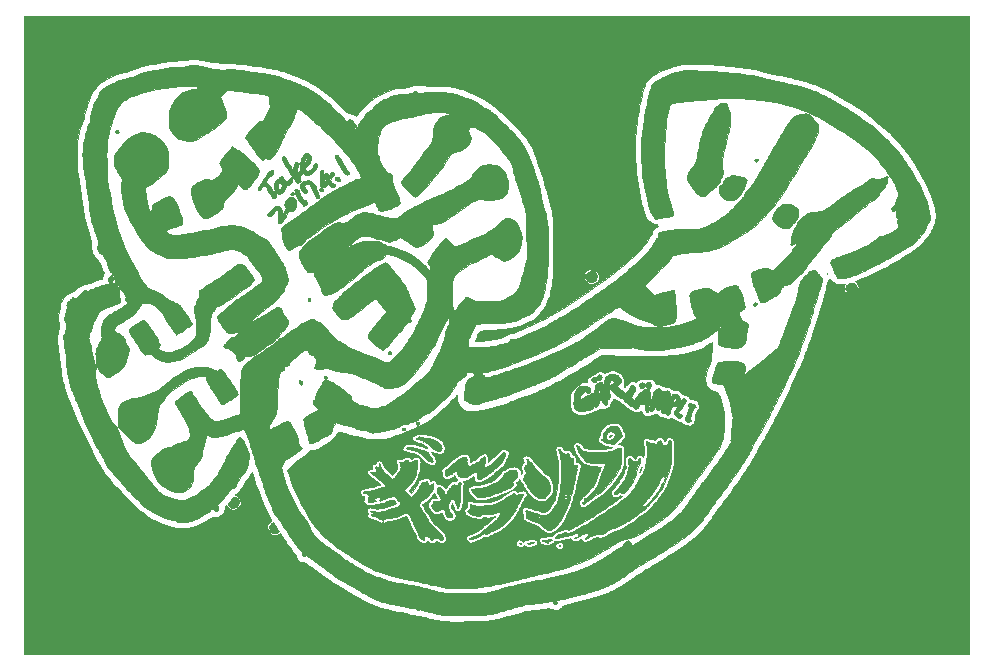
<source format=gbr>
G04 #@! TF.FileFunction,Soldermask,Top*
%FSLAX46Y46*%
G04 Gerber Fmt 4.6, Leading zero omitted, Abs format (unit mm)*
G04 Created by KiCad (PCBNEW 4.0.2+e4-6225~38~ubuntu16.04.1-stable) date Mit 05 Apr 2017 15:20:37 CST*
%MOMM*%
G01*
G04 APERTURE LIST*
%ADD10C,0.100000*%
%ADD11C,0.010000*%
%ADD12C,1.800000*%
%ADD13C,1.600000*%
G04 APERTURE END LIST*
D10*
D11*
G36*
X132445000Y-169838666D02*
X52435000Y-169838666D01*
X52435000Y-143070097D01*
X55284049Y-143070097D01*
X55284183Y-143221420D01*
X55284235Y-143232166D01*
X55285753Y-143378519D01*
X55289248Y-143508188D01*
X55295474Y-143630922D01*
X55305185Y-143756466D01*
X55319136Y-143894567D01*
X55338081Y-144054971D01*
X55362774Y-144247426D01*
X55362872Y-144248166D01*
X55386746Y-144430399D01*
X55414310Y-144641711D01*
X55443887Y-144869193D01*
X55473801Y-145099931D01*
X55502375Y-145321014D01*
X55525038Y-145497000D01*
X55561464Y-145772677D01*
X55597311Y-146024551D01*
X55633891Y-146257255D01*
X55672511Y-146475421D01*
X55714482Y-146683681D01*
X55761114Y-146886669D01*
X55813717Y-147089016D01*
X55873599Y-147295356D01*
X55942072Y-147510320D01*
X56020444Y-147738541D01*
X56110026Y-147984652D01*
X56212127Y-148253285D01*
X56328057Y-148549073D01*
X56459125Y-148876648D01*
X56530420Y-149053000D01*
X56863243Y-149855505D01*
X57194359Y-150616485D01*
X57524132Y-151336693D01*
X57852926Y-152016886D01*
X58181103Y-152657820D01*
X58509029Y-153260250D01*
X58774556Y-153720250D01*
X58913858Y-153950418D01*
X59050290Y-154165440D01*
X59187833Y-154370507D01*
X59330465Y-154570813D01*
X59482167Y-154771553D01*
X59646919Y-154977920D01*
X59828701Y-155195107D01*
X60031493Y-155428309D01*
X60259275Y-155682718D01*
X60380352Y-155815750D01*
X60746737Y-156210726D01*
X61092994Y-156571689D01*
X61421437Y-156900525D01*
X61734376Y-157199120D01*
X62034123Y-157469357D01*
X62322988Y-157713123D01*
X62603284Y-157932303D01*
X62877322Y-158128782D01*
X63147413Y-158304445D01*
X63415868Y-158461177D01*
X63684999Y-158600865D01*
X63936956Y-158716712D01*
X64191660Y-158820815D01*
X64457343Y-158918325D01*
X64719439Y-159004239D01*
X64963383Y-159073555D01*
X65010787Y-159085497D01*
X65345462Y-159151632D01*
X65676469Y-159183979D01*
X66006327Y-159181950D01*
X66337559Y-159144960D01*
X66672684Y-159072425D01*
X67014225Y-158963758D01*
X67364701Y-158818375D01*
X67726634Y-158635690D01*
X68102544Y-158415117D01*
X68220415Y-158340180D01*
X68306487Y-158284984D01*
X68366167Y-158249549D01*
X68408594Y-158230619D01*
X68442906Y-158224937D01*
X68478241Y-158229248D01*
X68510247Y-158236914D01*
X68683651Y-158260505D01*
X68850319Y-158245395D01*
X69005727Y-158195162D01*
X69145353Y-158113380D01*
X69264674Y-158003625D01*
X69359166Y-157869473D01*
X69424308Y-157714500D01*
X69455575Y-157542280D01*
X69457673Y-157487916D01*
X69460137Y-157405562D01*
X69469009Y-157350944D01*
X69488374Y-157309526D01*
X69518643Y-157270960D01*
X69578702Y-157202171D01*
X69650976Y-157315154D01*
X69749809Y-157442671D01*
X69864863Y-157536443D01*
X70005414Y-157603268D01*
X70073472Y-157624708D01*
X70238862Y-157670801D01*
X70306306Y-157618793D01*
X70346479Y-157585116D01*
X70409345Y-157529243D01*
X70487045Y-157458289D01*
X70571723Y-157379364D01*
X70592725Y-157359539D01*
X70811701Y-157152293D01*
X70804036Y-156981438D01*
X70783289Y-156821288D01*
X70734906Y-156688655D01*
X70655964Y-156576682D01*
X70613525Y-156534644D01*
X70543592Y-156479281D01*
X70466097Y-156429881D01*
X70393511Y-156393446D01*
X70338300Y-156376981D01*
X70332259Y-156376666D01*
X70302498Y-156367730D01*
X70307127Y-156345057D01*
X70343195Y-156314845D01*
X70368458Y-156300663D01*
X70501001Y-156219480D01*
X70625605Y-156112380D01*
X70745888Y-155975284D01*
X70865467Y-155804115D01*
X70977073Y-155614666D01*
X71195520Y-155250691D01*
X71428495Y-154916166D01*
X71497550Y-154818672D01*
X71570965Y-154707041D01*
X71634396Y-154603190D01*
X71642231Y-154589520D01*
X71688981Y-154511947D01*
X71724200Y-154463675D01*
X71745008Y-154448436D01*
X71748486Y-154451937D01*
X71757905Y-154479221D01*
X71778989Y-154541231D01*
X71809913Y-154632565D01*
X71848849Y-154747824D01*
X71893973Y-154881606D01*
X71943457Y-155028511D01*
X71951585Y-155052657D01*
X72141188Y-155602073D01*
X72329304Y-156119480D01*
X72515285Y-156603299D01*
X72698477Y-157051951D01*
X72878231Y-157463854D01*
X73053894Y-157837431D01*
X73224816Y-158171100D01*
X73275332Y-158263653D01*
X73325837Y-158356014D01*
X73367151Y-158434021D01*
X73395759Y-158490842D01*
X73408144Y-158519644D01*
X73408179Y-158521794D01*
X73256160Y-158636203D01*
X73144306Y-158760281D01*
X73071204Y-158895727D01*
X73053875Y-158948416D01*
X73036048Y-159022593D01*
X73030315Y-159085117D01*
X73039309Y-159144845D01*
X73065660Y-159210632D01*
X73111998Y-159291331D01*
X73180956Y-159395799D01*
X73191311Y-159410991D01*
X73269322Y-159524599D01*
X73329056Y-159608313D01*
X73376002Y-159667270D01*
X73415648Y-159706609D01*
X73453480Y-159731470D01*
X73494989Y-159746991D01*
X73545660Y-159758310D01*
X73566372Y-159762193D01*
X73732138Y-159775008D01*
X73884459Y-159748415D01*
X74027663Y-159681429D01*
X74080672Y-159645117D01*
X74146928Y-159595713D01*
X74244262Y-159742090D01*
X74291335Y-159814361D01*
X74353290Y-159911593D01*
X74423038Y-160022556D01*
X74493492Y-160136026D01*
X74514309Y-160169858D01*
X74601426Y-160310044D01*
X74683000Y-160436928D01*
X74763772Y-160557077D01*
X74848483Y-160677057D01*
X74941873Y-160803436D01*
X75048685Y-160942778D01*
X75173658Y-161101652D01*
X75312452Y-161275320D01*
X75373255Y-161354814D01*
X75422466Y-161426393D01*
X75454582Y-161481565D01*
X75464333Y-161509603D01*
X75483206Y-161631409D01*
X75536153Y-161756141D01*
X75617666Y-161871714D01*
X75640660Y-161896532D01*
X75711722Y-161963226D01*
X75777102Y-162006945D01*
X75855646Y-162039219D01*
X75893014Y-162050925D01*
X76012249Y-162078356D01*
X76101394Y-162081049D01*
X76110056Y-162079660D01*
X76138377Y-162076955D01*
X76169920Y-162080607D01*
X76207874Y-162092633D01*
X76255429Y-162115052D01*
X76315777Y-162149882D01*
X76392107Y-162199142D01*
X76487608Y-162264849D01*
X76605472Y-162349022D01*
X76748888Y-162453680D01*
X76921046Y-162580839D01*
X77029373Y-162661273D01*
X77352370Y-162899204D01*
X77653824Y-163116397D01*
X77944041Y-163320001D01*
X78233327Y-163517167D01*
X78531988Y-163715046D01*
X78776916Y-163873737D01*
X79153630Y-164112457D01*
X79529605Y-164344376D01*
X79901329Y-164567552D01*
X80265290Y-164780040D01*
X80617977Y-164979898D01*
X80955877Y-165165183D01*
X81275479Y-165333951D01*
X81573271Y-165484258D01*
X81845740Y-165614163D01*
X82089375Y-165721721D01*
X82193651Y-165764289D01*
X82324217Y-165813638D01*
X82465181Y-165862166D01*
X82619636Y-165910636D01*
X82790677Y-165959811D01*
X82981398Y-166010453D01*
X83194892Y-166063325D01*
X83434254Y-166119191D01*
X83702578Y-166178812D01*
X84002957Y-166242952D01*
X84338486Y-166312374D01*
X84712258Y-166387841D01*
X84767083Y-166398786D01*
X85006414Y-166446999D01*
X85256974Y-166498370D01*
X85511065Y-166551261D01*
X85760987Y-166604037D01*
X85999043Y-166655062D01*
X86217534Y-166702700D01*
X86408760Y-166745316D01*
X86545083Y-166776594D01*
X86810593Y-166838320D01*
X87040115Y-166890721D01*
X87238754Y-166934650D01*
X87411614Y-166970963D01*
X87563798Y-167000513D01*
X87700411Y-167024154D01*
X87826557Y-167042742D01*
X87947338Y-167057129D01*
X88067860Y-167068171D01*
X88193227Y-167076721D01*
X88328541Y-167083633D01*
X88397166Y-167086565D01*
X88553852Y-167091206D01*
X88747856Y-167094033D01*
X88974201Y-167095091D01*
X89227913Y-167094423D01*
X89504017Y-167092076D01*
X89797536Y-167088093D01*
X90103497Y-167082519D01*
X90416922Y-167075399D01*
X90732838Y-167066778D01*
X90789000Y-167065088D01*
X91029357Y-167057195D01*
X91243261Y-167048500D01*
X91436107Y-167038090D01*
X91613292Y-167025054D01*
X91780211Y-167008477D01*
X91942260Y-166987448D01*
X92104834Y-166961054D01*
X92273330Y-166928382D01*
X92453142Y-166888519D01*
X92649668Y-166840553D01*
X92868302Y-166783571D01*
X93114441Y-166716660D01*
X93393480Y-166638908D01*
X93521446Y-166602895D01*
X93867030Y-166506536D01*
X94176070Y-166422789D01*
X94452175Y-166350846D01*
X94698953Y-166289903D01*
X94920012Y-166239152D01*
X95118960Y-166197790D01*
X95299405Y-166165008D01*
X95464955Y-166140002D01*
X95619218Y-166121965D01*
X95710250Y-166113970D01*
X95823525Y-166104945D01*
X95926593Y-166096108D01*
X96009598Y-166088348D01*
X96062684Y-166082554D01*
X96070083Y-166081523D01*
X96110503Y-166075137D01*
X96184970Y-166063192D01*
X96285748Y-166046935D01*
X96405102Y-166027614D01*
X96535296Y-166006478D01*
X96539664Y-166005768D01*
X96945744Y-165939744D01*
X97015914Y-165991596D01*
X97154806Y-166069268D01*
X97310216Y-166113622D01*
X97472449Y-166124106D01*
X97631813Y-166100169D01*
X97778612Y-166041257D01*
X97788502Y-166035614D01*
X97860263Y-165985110D01*
X97931831Y-165920667D01*
X97992392Y-165853400D01*
X98031134Y-165794424D01*
X98036754Y-165780429D01*
X98051647Y-165759090D01*
X98086169Y-165739810D01*
X98147233Y-165719902D01*
X98241754Y-165696679D01*
X98266464Y-165691137D01*
X98562587Y-165623292D01*
X98875035Y-165547704D01*
X99198830Y-165465810D01*
X99528994Y-165379046D01*
X99860548Y-165288848D01*
X100188514Y-165196652D01*
X100507914Y-165103894D01*
X100813769Y-165012011D01*
X101101101Y-164922439D01*
X101364932Y-164836613D01*
X101600282Y-164755970D01*
X101802175Y-164681947D01*
X101903965Y-164641803D01*
X102151503Y-164533426D01*
X102419997Y-164402719D01*
X102700627Y-164254799D01*
X102984572Y-164094783D01*
X103263014Y-163927792D01*
X103527133Y-163758943D01*
X103768108Y-163593354D01*
X103965148Y-163445637D01*
X104071020Y-163364420D01*
X104191608Y-163276642D01*
X104329462Y-163180655D01*
X104487133Y-163074810D01*
X104667170Y-162957459D01*
X104872122Y-162826954D01*
X105104541Y-162681648D01*
X105366977Y-162519892D01*
X105661979Y-162340038D01*
X105880833Y-162207555D01*
X106303082Y-161951411D01*
X106690550Y-161713786D01*
X107045644Y-161492966D01*
X107370769Y-161287241D01*
X107668332Y-161094897D01*
X107940739Y-160914223D01*
X108190395Y-160743507D01*
X108419707Y-160581036D01*
X108631081Y-160425099D01*
X108826923Y-160273984D01*
X109009638Y-160125978D01*
X109181634Y-159979369D01*
X109345317Y-159832446D01*
X109503091Y-159683497D01*
X109657364Y-159530808D01*
X109691645Y-159495961D01*
X109775304Y-159410174D01*
X109853184Y-159329266D01*
X109927062Y-159250950D01*
X109998715Y-159172936D01*
X110069917Y-159092937D01*
X110142445Y-159008663D01*
X110218076Y-158917826D01*
X110298586Y-158818137D01*
X110385750Y-158707307D01*
X110481346Y-158583048D01*
X110587149Y-158443072D01*
X110704935Y-158285088D01*
X110836482Y-158106810D01*
X110983564Y-157905947D01*
X111147958Y-157680212D01*
X111331441Y-157427316D01*
X111535788Y-157144969D01*
X111762776Y-156830884D01*
X111800375Y-156778833D01*
X112058165Y-156421720D01*
X112292929Y-156095890D01*
X112506586Y-155798423D01*
X112701054Y-155526398D01*
X112878254Y-155276896D01*
X113040104Y-155046997D01*
X113188524Y-154833780D01*
X113325434Y-154634327D01*
X113452751Y-154445715D01*
X113572396Y-154265027D01*
X113686288Y-154089342D01*
X113796346Y-153915739D01*
X113904489Y-153741299D01*
X114012637Y-153563102D01*
X114122708Y-153378227D01*
X114236623Y-153183756D01*
X114356300Y-152976767D01*
X114483658Y-152754341D01*
X114620617Y-152513558D01*
X114725596Y-152328344D01*
X114895251Y-152028315D01*
X115046651Y-151759507D01*
X115182715Y-151516485D01*
X115306360Y-151293810D01*
X115420504Y-151086046D01*
X115528064Y-150887756D01*
X115631958Y-150693503D01*
X115735105Y-150497850D01*
X115840420Y-150295360D01*
X115950823Y-150080596D01*
X116069230Y-149848121D01*
X116198560Y-149592499D01*
X116273132Y-149444583D01*
X116535425Y-148920066D01*
X116791567Y-148400432D01*
X117040339Y-147888355D01*
X117280524Y-147386509D01*
X117510905Y-146897569D01*
X117730262Y-146424211D01*
X117937380Y-145969109D01*
X118131040Y-145534938D01*
X118310025Y-145124372D01*
X118473116Y-144740087D01*
X118619098Y-144384758D01*
X118746751Y-144061058D01*
X118852286Y-143778785D01*
X118957589Y-143482503D01*
X119068086Y-143162169D01*
X119182493Y-142822031D01*
X119299524Y-142466340D01*
X119417892Y-142099345D01*
X119536312Y-141725296D01*
X119653499Y-141348443D01*
X119768167Y-140973035D01*
X119879030Y-140603323D01*
X119984802Y-140243555D01*
X120084197Y-139897982D01*
X120175930Y-139570853D01*
X120200093Y-139481995D01*
X122325280Y-139481995D01*
X122326094Y-139495516D01*
X122352066Y-139505869D01*
X122390833Y-139513496D01*
X122435503Y-139521194D01*
X122455737Y-139525117D01*
X122481388Y-139523085D01*
X122535772Y-139514881D01*
X122592927Y-139504855D01*
X122679261Y-139482797D01*
X122763519Y-139451616D01*
X122803382Y-139431748D01*
X122853345Y-139398011D01*
X122907476Y-139354769D01*
X122958070Y-139309314D01*
X122997423Y-139268939D01*
X123017829Y-139240934D01*
X123014110Y-139232309D01*
X122988515Y-139239138D01*
X122929738Y-139257705D01*
X122844559Y-139285778D01*
X122739757Y-139321126D01*
X122634250Y-139357320D01*
X122504108Y-139402969D01*
X122411254Y-139437668D01*
X122352656Y-139463361D01*
X122325280Y-139481995D01*
X120200093Y-139481995D01*
X120258716Y-139266418D01*
X120331268Y-138988926D01*
X120392300Y-138742628D01*
X120440528Y-138531773D01*
X120442506Y-138522583D01*
X120466603Y-138410850D01*
X120487925Y-138313089D01*
X120504752Y-138237112D01*
X120515361Y-138190730D01*
X120517826Y-138180973D01*
X120540397Y-138159763D01*
X120589474Y-138133349D01*
X120619697Y-138120711D01*
X120714360Y-138084559D01*
X120859388Y-138230699D01*
X120983463Y-138342225D01*
X121109535Y-138425259D01*
X121245556Y-138482553D01*
X121399475Y-138516858D01*
X121579244Y-138530925D01*
X121724879Y-138530198D01*
X121978083Y-138522506D01*
X121927252Y-138624116D01*
X121880857Y-138754242D01*
X121862678Y-138894332D01*
X121872630Y-139031948D01*
X121910630Y-139154650D01*
X121931043Y-139192586D01*
X121978083Y-139268833D01*
X122178347Y-139209457D01*
X122102653Y-139104096D01*
X122037456Y-138981366D01*
X122013769Y-138855198D01*
X122031400Y-138729448D01*
X122090159Y-138607971D01*
X122129820Y-138555899D01*
X122216938Y-138482647D01*
X122327873Y-138430294D01*
X122447597Y-138403897D01*
X122561085Y-138408514D01*
X122565091Y-138409373D01*
X122695155Y-138459024D01*
X122808598Y-138543045D01*
X122898615Y-138654627D01*
X122958399Y-138786963D01*
X122964567Y-138809069D01*
X122982906Y-138874099D01*
X123001075Y-138905162D01*
X123028713Y-138909474D01*
X123075457Y-138894251D01*
X123077372Y-138893523D01*
X123116249Y-138869297D01*
X123130635Y-138827079D01*
X123131666Y-138800935D01*
X123114708Y-138688440D01*
X123068870Y-138568514D01*
X123001705Y-138455284D01*
X122920765Y-138362876D01*
X122880291Y-138330777D01*
X122836280Y-138298683D01*
X122824416Y-138280560D01*
X122840657Y-138268413D01*
X122847443Y-138265806D01*
X123107569Y-138165778D01*
X123398051Y-138045270D01*
X123713728Y-137906839D01*
X124049438Y-137753040D01*
X124400020Y-137586431D01*
X124760313Y-137409566D01*
X125125156Y-137225002D01*
X125489387Y-137035296D01*
X125847845Y-136843003D01*
X126195369Y-136650680D01*
X126526797Y-136460883D01*
X126708833Y-136353433D01*
X127124556Y-136097176D01*
X127501075Y-135848041D01*
X127840513Y-135603980D01*
X128144995Y-135362950D01*
X128416645Y-135122902D01*
X128657587Y-134881792D01*
X128869944Y-134637572D01*
X129055842Y-134388198D01*
X129217405Y-134131622D01*
X129356755Y-133865799D01*
X129408086Y-133753381D01*
X129504134Y-133521714D01*
X129576443Y-133316954D01*
X129626496Y-133132007D01*
X129655771Y-132959780D01*
X129665752Y-132793177D01*
X129657917Y-132625107D01*
X129653085Y-132579782D01*
X129616962Y-132318715D01*
X129569997Y-132061221D01*
X129510860Y-131804011D01*
X129438225Y-131543796D01*
X129350761Y-131277289D01*
X129247143Y-131001199D01*
X129126040Y-130712238D01*
X128986125Y-130407119D01*
X128826069Y-130082552D01*
X128644545Y-129735248D01*
X128440223Y-129361919D01*
X128211777Y-128959276D01*
X128142145Y-128838833D01*
X127959596Y-128527840D01*
X127790656Y-128248679D01*
X127630772Y-127995286D01*
X127475393Y-127761601D01*
X127319963Y-127541562D01*
X127159931Y-127329106D01*
X126990742Y-127118172D01*
X126807845Y-126902699D01*
X126606685Y-126676624D01*
X126382710Y-126433886D01*
X126154580Y-126192726D01*
X125740047Y-125768486D01*
X125337019Y-125377380D01*
X124939127Y-125014170D01*
X124540005Y-124673614D01*
X124133284Y-124350472D01*
X123712597Y-124039504D01*
X123271575Y-123735469D01*
X122803850Y-123433127D01*
X122793000Y-123426322D01*
X122287608Y-123114292D01*
X121810368Y-122829639D01*
X121358407Y-122570936D01*
X120928849Y-122336761D01*
X120518818Y-122125690D01*
X120125439Y-121936299D01*
X119745839Y-121767165D01*
X119377141Y-121616862D01*
X119016471Y-121483969D01*
X118660953Y-121367060D01*
X118592838Y-121346262D01*
X118503190Y-121319503D01*
X118414679Y-121293766D01*
X118323980Y-121268234D01*
X118227768Y-121242090D01*
X118122718Y-121214517D01*
X118005506Y-121184699D01*
X117872807Y-121151819D01*
X117721297Y-121115059D01*
X117547649Y-121073604D01*
X117348540Y-121026637D01*
X117120644Y-120973340D01*
X116860638Y-120912896D01*
X116565195Y-120844490D01*
X116316000Y-120786924D01*
X115906695Y-120692849D01*
X115534435Y-120608293D01*
X115195183Y-120532548D01*
X114884904Y-120464908D01*
X114599562Y-120404664D01*
X114335123Y-120351107D01*
X114087550Y-120303532D01*
X113852809Y-120261228D01*
X113626863Y-120223489D01*
X113405678Y-120189606D01*
X113185217Y-120158873D01*
X112961446Y-120130580D01*
X112730329Y-120104020D01*
X112487830Y-120078486D01*
X112229914Y-120053269D01*
X112025102Y-120034245D01*
X111534158Y-119990551D01*
X111082473Y-119952832D01*
X110667388Y-119921142D01*
X110286244Y-119895535D01*
X109936383Y-119876065D01*
X109615145Y-119862787D01*
X109319872Y-119855756D01*
X109047906Y-119855025D01*
X108796587Y-119860648D01*
X108563257Y-119872682D01*
X108345256Y-119891178D01*
X108139927Y-119916193D01*
X107944611Y-119947781D01*
X107756648Y-119985995D01*
X107573381Y-120030890D01*
X107392150Y-120082520D01*
X107236440Y-120132169D01*
X107037628Y-120204001D01*
X106813542Y-120294535D01*
X106574214Y-120399115D01*
X106329676Y-120513086D01*
X106089961Y-120631794D01*
X105865100Y-120750582D01*
X105691843Y-120848905D01*
X105542663Y-120950084D01*
X105398318Y-121071974D01*
X105269300Y-121204456D01*
X105166101Y-121337407D01*
X105136738Y-121384386D01*
X105077675Y-121502998D01*
X105014922Y-121659663D01*
X104949427Y-121850355D01*
X104882139Y-122071048D01*
X104814004Y-122317716D01*
X104745970Y-122586333D01*
X104678985Y-122872875D01*
X104613995Y-123173313D01*
X104551950Y-123483624D01*
X104493795Y-123799781D01*
X104440479Y-124117758D01*
X104392950Y-124433529D01*
X104358685Y-124690166D01*
X104276643Y-125470732D01*
X104223862Y-126263591D01*
X104200491Y-127059740D01*
X104206681Y-127850176D01*
X104242581Y-128625896D01*
X104284551Y-129145750D01*
X104338038Y-129616656D01*
X104410009Y-130111541D01*
X104498063Y-130617816D01*
X104599797Y-131122893D01*
X104712808Y-131614185D01*
X104834692Y-132079103D01*
X104864361Y-132183166D01*
X104952815Y-132460440D01*
X105046825Y-132698060D01*
X105148463Y-132898565D01*
X105259803Y-133064489D01*
X105382918Y-133198372D01*
X105519880Y-133302748D01*
X105672763Y-133380155D01*
X105843639Y-133433130D01*
X105894510Y-133443838D01*
X105971067Y-133458332D01*
X106029437Y-133469093D01*
X106059008Y-133474171D01*
X106060541Y-133474333D01*
X106070086Y-133491439D01*
X106086526Y-133531053D01*
X106103089Y-133575615D01*
X106113002Y-133607566D01*
X106113666Y-133612066D01*
X106097122Y-133624462D01*
X106053609Y-133652899D01*
X105992309Y-133691386D01*
X105988105Y-133693983D01*
X105857035Y-133791408D01*
X105748558Y-133905184D01*
X105671099Y-134025983D01*
X105654921Y-134062836D01*
X105594797Y-134198869D01*
X105511643Y-134359932D01*
X105409923Y-134538865D01*
X105294105Y-134728510D01*
X105168652Y-134921708D01*
X105038032Y-135111300D01*
X104906708Y-135290127D01*
X104820778Y-135400073D01*
X104712977Y-135525255D01*
X104573752Y-135672546D01*
X104406052Y-135839348D01*
X104212830Y-136023066D01*
X103997035Y-136221100D01*
X103761620Y-136430855D01*
X103509535Y-136649733D01*
X103243731Y-136875137D01*
X102967159Y-137104470D01*
X102682771Y-137335135D01*
X102393517Y-137564533D01*
X102123750Y-137773681D01*
X101451714Y-138277763D01*
X100749056Y-138783879D01*
X100024801Y-139286009D01*
X99287976Y-139778135D01*
X98547610Y-140254237D01*
X97812728Y-140708296D01*
X97092359Y-141134294D01*
X97028254Y-141171219D01*
X96790226Y-141304789D01*
X96536234Y-141441422D01*
X96270364Y-141579282D01*
X95996703Y-141716533D01*
X95719338Y-141851339D01*
X95442354Y-141981862D01*
X95169838Y-142106267D01*
X94905876Y-142222718D01*
X94654555Y-142329377D01*
X94419960Y-142424409D01*
X94206179Y-142505977D01*
X94017297Y-142572245D01*
X93857401Y-142621376D01*
X93736861Y-142650355D01*
X93583569Y-142690202D01*
X93437008Y-142747607D01*
X93310416Y-142816747D01*
X93241932Y-142867988D01*
X93184279Y-142911597D01*
X93113419Y-142950650D01*
X93022836Y-142987673D01*
X92906014Y-143025194D01*
X92756437Y-143065739D01*
X92687440Y-143083010D01*
X92424365Y-143141493D01*
X92133067Y-143195207D01*
X91827584Y-143241831D01*
X91521956Y-143279044D01*
X91468659Y-143284499D01*
X91320073Y-143297503D01*
X91173238Y-143307189D01*
X91034119Y-143313483D01*
X90908683Y-143316312D01*
X90802897Y-143315601D01*
X90722726Y-143311278D01*
X90674137Y-143303266D01*
X90662000Y-143294500D01*
X90670849Y-143269526D01*
X90695575Y-143212497D01*
X90733445Y-143129381D01*
X90781728Y-143026148D01*
X90837690Y-142908765D01*
X90855401Y-142872028D01*
X91048802Y-142471890D01*
X91135859Y-142460935D01*
X91176913Y-142456912D01*
X91254748Y-142450371D01*
X91363915Y-142441727D01*
X91498964Y-142431399D01*
X91654444Y-142419804D01*
X91824907Y-142407359D01*
X91984916Y-142395899D01*
X92338974Y-142370136D01*
X92654780Y-142345457D01*
X92936374Y-142321030D01*
X93187792Y-142296024D01*
X93413075Y-142269608D01*
X93616261Y-142240952D01*
X93801387Y-142209225D01*
X93972493Y-142173595D01*
X94133617Y-142133231D01*
X94288797Y-142087303D01*
X94442073Y-142034980D01*
X94597482Y-141975430D01*
X94759063Y-141907823D01*
X94930855Y-141831328D01*
X95092741Y-141756442D01*
X95322849Y-141643699D01*
X95521499Y-141533929D01*
X95695289Y-141421337D01*
X95850821Y-141300125D01*
X95994693Y-141164499D01*
X96133504Y-141008661D01*
X96273856Y-140826816D01*
X96422347Y-140613167D01*
X96461201Y-140554583D01*
X96615463Y-140304265D01*
X96748197Y-140052721D01*
X96861240Y-139794117D01*
X96956428Y-139522621D01*
X97035600Y-139232399D01*
X97100591Y-138917616D01*
X97153238Y-138572440D01*
X97191018Y-138236833D01*
X97203097Y-138093297D01*
X99892169Y-138093297D01*
X99932053Y-138171477D01*
X100017792Y-138294221D01*
X100137016Y-138396326D01*
X100283996Y-138473099D01*
X100314000Y-138484230D01*
X100402802Y-138501634D01*
X100514230Y-138504370D01*
X100631619Y-138493535D01*
X100738306Y-138470224D01*
X100784631Y-138453267D01*
X100854422Y-138413382D01*
X100932416Y-138355634D01*
X100987231Y-138306450D01*
X101048164Y-138239714D01*
X101087069Y-138177742D01*
X101114844Y-138101159D01*
X101125789Y-138060064D01*
X101143373Y-137985842D01*
X101150851Y-137931273D01*
X101147731Y-137880093D01*
X101133523Y-137816035D01*
X101116560Y-137754265D01*
X101076379Y-137639525D01*
X101027500Y-137544039D01*
X100973921Y-137472054D01*
X100919642Y-137427819D01*
X100868659Y-137415581D01*
X100824972Y-137439589D01*
X100822789Y-137442132D01*
X100811278Y-137469290D01*
X100824006Y-137504733D01*
X100851292Y-137543813D01*
X100929666Y-137674303D01*
X100965785Y-137805125D01*
X100959729Y-137936768D01*
X100929679Y-138031443D01*
X100853837Y-138158711D01*
X100750593Y-138256832D01*
X100625591Y-138322028D01*
X100484474Y-138350522D01*
X100451583Y-138351490D01*
X100317877Y-138337067D01*
X100213827Y-138293021D01*
X100137264Y-138217646D01*
X100086019Y-138109237D01*
X100071289Y-138052334D01*
X100056948Y-137984252D01*
X99974558Y-138038775D01*
X99892169Y-138093297D01*
X97203097Y-138093297D01*
X97207859Y-138036723D01*
X97223032Y-137803227D01*
X97225539Y-137754415D01*
X99848333Y-137754415D01*
X99864245Y-137751387D01*
X99906842Y-137728099D01*
X99968418Y-137688975D01*
X100001791Y-137666327D01*
X100086823Y-137607463D01*
X100190676Y-137535488D01*
X100297410Y-137461451D01*
X100356333Y-137420545D01*
X100438053Y-137363200D01*
X100507712Y-137313220D01*
X100557427Y-137276331D01*
X100578583Y-137259078D01*
X100573566Y-137248202D01*
X100530050Y-137243755D01*
X100446476Y-137245606D01*
X100427944Y-137246551D01*
X100281127Y-137266217D01*
X100160751Y-137310990D01*
X100055888Y-137386084D01*
X99988842Y-137455985D01*
X99943012Y-137520553D01*
X99899798Y-137599666D01*
X99866190Y-137678478D01*
X99849176Y-137742144D01*
X99848333Y-137754415D01*
X97225539Y-137754415D01*
X97236523Y-137540588D01*
X97248313Y-137253051D01*
X97258386Y-136944859D01*
X97266725Y-136620256D01*
X97273312Y-136283485D01*
X97278132Y-135938790D01*
X97281168Y-135590416D01*
X97282401Y-135242605D01*
X97281816Y-134899601D01*
X97279396Y-134565648D01*
X97275123Y-134244991D01*
X97268981Y-133941871D01*
X97260952Y-133660534D01*
X97251021Y-133405223D01*
X97239170Y-133180182D01*
X97225382Y-132989653D01*
X97212423Y-132860500D01*
X97180014Y-132634326D01*
X97132854Y-132373250D01*
X97072242Y-132081539D01*
X96999478Y-131763462D01*
X96915859Y-131423289D01*
X96822687Y-131065288D01*
X96721259Y-130693730D01*
X96612876Y-130312881D01*
X96498836Y-129927013D01*
X96380440Y-129540393D01*
X96258986Y-129157291D01*
X96135773Y-128781975D01*
X96012102Y-128418715D01*
X95889270Y-128071780D01*
X95768578Y-127745438D01*
X95651325Y-127443959D01*
X95538810Y-127171612D01*
X95432333Y-126932666D01*
X95367138Y-126797608D01*
X95255566Y-126598389D01*
X95110399Y-126379054D01*
X94931313Y-126139218D01*
X94717987Y-125878497D01*
X94470097Y-125596507D01*
X94187320Y-125292863D01*
X93869334Y-124967182D01*
X93638065Y-124738060D01*
X93278094Y-124391436D01*
X92935245Y-124072978D01*
X92610654Y-123783636D01*
X92305459Y-123524359D01*
X92020793Y-123296096D01*
X91757794Y-123099798D01*
X91517598Y-122936413D01*
X91384308Y-122854229D01*
X91170565Y-122735288D01*
X90924229Y-122610397D01*
X90653906Y-122483330D01*
X90368204Y-122357866D01*
X90075731Y-122237781D01*
X89785092Y-122126850D01*
X89504896Y-122028852D01*
X89497833Y-122026512D01*
X89332514Y-121972447D01*
X89184278Y-121925912D01*
X89048264Y-121886263D01*
X88919611Y-121852859D01*
X88793461Y-121825059D01*
X88664952Y-121802219D01*
X88529225Y-121783698D01*
X88381418Y-121768854D01*
X88216673Y-121757044D01*
X88030129Y-121747628D01*
X87816926Y-121739963D01*
X87572203Y-121733407D01*
X87291100Y-121727318D01*
X87222416Y-121725948D01*
X86965202Y-121720700D01*
X86745961Y-121715753D01*
X86560338Y-121710855D01*
X86403975Y-121705758D01*
X86272517Y-121700211D01*
X86161607Y-121693964D01*
X86066889Y-121686768D01*
X85984006Y-121678372D01*
X85908602Y-121668526D01*
X85836321Y-121656981D01*
X85762807Y-121643487D01*
X85753445Y-121641676D01*
X85577706Y-121629070D01*
X85394998Y-121658103D01*
X85205653Y-121728715D01*
X85163937Y-121749410D01*
X85072698Y-121793194D01*
X84986046Y-121825734D01*
X84894094Y-121849137D01*
X84786957Y-121865509D01*
X84654748Y-121876955D01*
X84534250Y-121883525D01*
X84253295Y-121905978D01*
X83984951Y-121948437D01*
X83708112Y-122014353D01*
X83670836Y-122024702D01*
X83272162Y-122157644D01*
X82875906Y-122330016D01*
X82486037Y-122538942D01*
X82106526Y-122781548D01*
X81741345Y-123054959D01*
X81394463Y-123356298D01*
X81069852Y-123682692D01*
X80771482Y-124031264D01*
X80616363Y-124236430D01*
X80571976Y-124297964D01*
X80494347Y-124238753D01*
X80333193Y-124141996D01*
X80152928Y-124081167D01*
X80037386Y-124062956D01*
X79880958Y-124048417D01*
X79487687Y-123664390D01*
X79136286Y-123328181D01*
X78785246Y-123005823D01*
X78438472Y-122700579D01*
X78099867Y-122415715D01*
X77773335Y-122154493D01*
X77462780Y-121920176D01*
X77172107Y-121716030D01*
X77099107Y-121667533D01*
X76943548Y-121570603D01*
X76770272Y-121472608D01*
X76576398Y-121372263D01*
X76359048Y-121268281D01*
X76115343Y-121159376D01*
X75842403Y-121044261D01*
X75537349Y-120921650D01*
X75197301Y-120790257D01*
X74819381Y-120648796D01*
X74815654Y-120647419D01*
X74620228Y-120577575D01*
X74426571Y-120513446D01*
X74230407Y-120454104D01*
X74027459Y-120398619D01*
X73813448Y-120346061D01*
X73584097Y-120295502D01*
X73335130Y-120246011D01*
X73062268Y-120196659D01*
X72761235Y-120146516D01*
X72427752Y-120094654D01*
X72057543Y-120040141D01*
X71950666Y-120024839D01*
X71547609Y-119969040D01*
X71179267Y-119921601D01*
X70838991Y-119881873D01*
X70520132Y-119849206D01*
X70216042Y-119822952D01*
X69920072Y-119802460D01*
X69625573Y-119787082D01*
X69442416Y-119779886D01*
X69124475Y-119765754D01*
X68837855Y-119745927D01*
X68571782Y-119719181D01*
X68315481Y-119684293D01*
X68058177Y-119640040D01*
X67858904Y-119600147D01*
X67687501Y-119565899D01*
X67525630Y-119538097D01*
X67368187Y-119516671D01*
X67210065Y-119501547D01*
X67046159Y-119492654D01*
X66871364Y-119489919D01*
X66680574Y-119493270D01*
X66468685Y-119502635D01*
X66230591Y-119517942D01*
X65961186Y-119539118D01*
X65655366Y-119566091D01*
X65628157Y-119568591D01*
X65153012Y-119615752D01*
X64696090Y-119667873D01*
X64259925Y-119724491D01*
X63847046Y-119785145D01*
X63459987Y-119849374D01*
X63101279Y-119916717D01*
X62773453Y-119986712D01*
X62479042Y-120058898D01*
X62220576Y-120132814D01*
X62000589Y-120207998D01*
X61901994Y-120247548D01*
X61790557Y-120293900D01*
X61680120Y-120337024D01*
X61563683Y-120379290D01*
X61434243Y-120423067D01*
X61284800Y-120470723D01*
X61108351Y-120524629D01*
X60901666Y-120586043D01*
X60608427Y-120675466D01*
X60347448Y-120762130D01*
X60109139Y-120849645D01*
X59883908Y-120941622D01*
X59662164Y-121041671D01*
X59557583Y-121091940D01*
X59335726Y-121204147D01*
X59148303Y-121308009D01*
X58989462Y-121408189D01*
X58853352Y-121509352D01*
X58734122Y-121616162D01*
X58625920Y-121733285D01*
X58522895Y-121865384D01*
X58443553Y-121980030D01*
X58258517Y-122283933D01*
X58084831Y-122618259D01*
X57927259Y-122971613D01*
X57790568Y-123332600D01*
X57679520Y-123689825D01*
X57611243Y-123970500D01*
X57556395Y-124219673D01*
X57503230Y-124433872D01*
X57449758Y-124620297D01*
X57393987Y-124786148D01*
X57363077Y-124867504D01*
X57236718Y-125230643D01*
X57130677Y-125629311D01*
X57045220Y-126061752D01*
X56980616Y-126526213D01*
X56937130Y-127020939D01*
X56915029Y-127544175D01*
X56912078Y-127833416D01*
X56912555Y-128027506D01*
X56914268Y-128193302D01*
X56917904Y-128338670D01*
X56924152Y-128471475D01*
X56933702Y-128599586D01*
X56947240Y-128730868D01*
X56965457Y-128873188D01*
X56989040Y-129034412D01*
X57018677Y-129222406D01*
X57050955Y-129420130D01*
X57089396Y-129659271D01*
X57131643Y-129932116D01*
X57176498Y-130230334D01*
X57222758Y-130545595D01*
X57269225Y-130869566D01*
X57314697Y-131193917D01*
X57357976Y-131510316D01*
X57397860Y-131810432D01*
X57420027Y-131982083D01*
X57462273Y-132293518D01*
X57507204Y-132581607D01*
X57556783Y-132854935D01*
X57612978Y-133122086D01*
X57677753Y-133391647D01*
X57753075Y-133672200D01*
X57840909Y-133972333D01*
X57943222Y-134300628D01*
X57970129Y-134384500D01*
X58027240Y-134564263D01*
X58071476Y-134710590D01*
X58104259Y-134829888D01*
X58127013Y-134928565D01*
X58141161Y-135013029D01*
X58148125Y-135089688D01*
X58149329Y-135164951D01*
X58148761Y-135188833D01*
X58146970Y-135392726D01*
X58156627Y-135564499D01*
X58179252Y-135713185D01*
X58216366Y-135847818D01*
X58269489Y-135977429D01*
X58287796Y-136014753D01*
X58350464Y-136115112D01*
X58434689Y-136218612D01*
X58528148Y-136311781D01*
X58618521Y-136381146D01*
X58628248Y-136387040D01*
X58665186Y-136410967D01*
X58696879Y-136439056D01*
X58727878Y-136477992D01*
X58762737Y-136534457D01*
X58806006Y-136615136D01*
X58862238Y-136726713D01*
X58869350Y-136741038D01*
X58922932Y-136853498D01*
X58970757Y-136962135D01*
X59008804Y-137057196D01*
X59033051Y-137128927D01*
X59038410Y-137151111D01*
X59058181Y-137223838D01*
X59091940Y-137315639D01*
X59132999Y-137408648D01*
X59140512Y-137423867D01*
X59222306Y-137586430D01*
X59162706Y-137696470D01*
X59122365Y-137784580D01*
X59087395Y-137883755D01*
X59075343Y-137928752D01*
X59047580Y-138050994D01*
X58805165Y-138124358D01*
X58684575Y-138162456D01*
X58554992Y-138205988D01*
X58435233Y-138248524D01*
X58372250Y-138272326D01*
X58212265Y-138332751D01*
X58049143Y-138390367D01*
X57891728Y-138442337D01*
X57748861Y-138485824D01*
X57629386Y-138517991D01*
X57558821Y-138533275D01*
X57402505Y-138575135D01*
X57244393Y-138646470D01*
X57079869Y-138749942D01*
X56904321Y-138888216D01*
X56829077Y-138954688D01*
X56754580Y-139018783D01*
X56685600Y-139071808D01*
X56631436Y-139106937D01*
X56607715Y-139117142D01*
X56412263Y-139173385D01*
X56238443Y-139255151D01*
X56076574Y-139367982D01*
X55927500Y-139506453D01*
X55764682Y-139701504D01*
X55639549Y-139911960D01*
X55550449Y-140141455D01*
X55495731Y-140393625D01*
X55485133Y-140480500D01*
X55468872Y-140604902D01*
X55444749Y-140745952D01*
X55417016Y-140879732D01*
X55406082Y-140925000D01*
X55366761Y-141119218D01*
X55347236Y-141309785D01*
X55347619Y-141487719D01*
X55368023Y-141644040D01*
X55395845Y-141739916D01*
X55430804Y-141839551D01*
X55449703Y-141923442D01*
X55453008Y-142005264D01*
X55441181Y-142098693D01*
X55414687Y-142217407D01*
X55412362Y-142226750D01*
X55371505Y-142392190D01*
X55340224Y-142526430D01*
X55317278Y-142639197D01*
X55301427Y-142740220D01*
X55291431Y-142839225D01*
X55286052Y-142945942D01*
X55284049Y-143070097D01*
X52435000Y-143070097D01*
X52435000Y-115842500D01*
X132445000Y-115842500D01*
X132445000Y-169838666D01*
X132445000Y-169838666D01*
G37*
X132445000Y-169838666D02*
X52435000Y-169838666D01*
X52435000Y-143070097D01*
X55284049Y-143070097D01*
X55284183Y-143221420D01*
X55284235Y-143232166D01*
X55285753Y-143378519D01*
X55289248Y-143508188D01*
X55295474Y-143630922D01*
X55305185Y-143756466D01*
X55319136Y-143894567D01*
X55338081Y-144054971D01*
X55362774Y-144247426D01*
X55362872Y-144248166D01*
X55386746Y-144430399D01*
X55414310Y-144641711D01*
X55443887Y-144869193D01*
X55473801Y-145099931D01*
X55502375Y-145321014D01*
X55525038Y-145497000D01*
X55561464Y-145772677D01*
X55597311Y-146024551D01*
X55633891Y-146257255D01*
X55672511Y-146475421D01*
X55714482Y-146683681D01*
X55761114Y-146886669D01*
X55813717Y-147089016D01*
X55873599Y-147295356D01*
X55942072Y-147510320D01*
X56020444Y-147738541D01*
X56110026Y-147984652D01*
X56212127Y-148253285D01*
X56328057Y-148549073D01*
X56459125Y-148876648D01*
X56530420Y-149053000D01*
X56863243Y-149855505D01*
X57194359Y-150616485D01*
X57524132Y-151336693D01*
X57852926Y-152016886D01*
X58181103Y-152657820D01*
X58509029Y-153260250D01*
X58774556Y-153720250D01*
X58913858Y-153950418D01*
X59050290Y-154165440D01*
X59187833Y-154370507D01*
X59330465Y-154570813D01*
X59482167Y-154771553D01*
X59646919Y-154977920D01*
X59828701Y-155195107D01*
X60031493Y-155428309D01*
X60259275Y-155682718D01*
X60380352Y-155815750D01*
X60746737Y-156210726D01*
X61092994Y-156571689D01*
X61421437Y-156900525D01*
X61734376Y-157199120D01*
X62034123Y-157469357D01*
X62322988Y-157713123D01*
X62603284Y-157932303D01*
X62877322Y-158128782D01*
X63147413Y-158304445D01*
X63415868Y-158461177D01*
X63684999Y-158600865D01*
X63936956Y-158716712D01*
X64191660Y-158820815D01*
X64457343Y-158918325D01*
X64719439Y-159004239D01*
X64963383Y-159073555D01*
X65010787Y-159085497D01*
X65345462Y-159151632D01*
X65676469Y-159183979D01*
X66006327Y-159181950D01*
X66337559Y-159144960D01*
X66672684Y-159072425D01*
X67014225Y-158963758D01*
X67364701Y-158818375D01*
X67726634Y-158635690D01*
X68102544Y-158415117D01*
X68220415Y-158340180D01*
X68306487Y-158284984D01*
X68366167Y-158249549D01*
X68408594Y-158230619D01*
X68442906Y-158224937D01*
X68478241Y-158229248D01*
X68510247Y-158236914D01*
X68683651Y-158260505D01*
X68850319Y-158245395D01*
X69005727Y-158195162D01*
X69145353Y-158113380D01*
X69264674Y-158003625D01*
X69359166Y-157869473D01*
X69424308Y-157714500D01*
X69455575Y-157542280D01*
X69457673Y-157487916D01*
X69460137Y-157405562D01*
X69469009Y-157350944D01*
X69488374Y-157309526D01*
X69518643Y-157270960D01*
X69578702Y-157202171D01*
X69650976Y-157315154D01*
X69749809Y-157442671D01*
X69864863Y-157536443D01*
X70005414Y-157603268D01*
X70073472Y-157624708D01*
X70238862Y-157670801D01*
X70306306Y-157618793D01*
X70346479Y-157585116D01*
X70409345Y-157529243D01*
X70487045Y-157458289D01*
X70571723Y-157379364D01*
X70592725Y-157359539D01*
X70811701Y-157152293D01*
X70804036Y-156981438D01*
X70783289Y-156821288D01*
X70734906Y-156688655D01*
X70655964Y-156576682D01*
X70613525Y-156534644D01*
X70543592Y-156479281D01*
X70466097Y-156429881D01*
X70393511Y-156393446D01*
X70338300Y-156376981D01*
X70332259Y-156376666D01*
X70302498Y-156367730D01*
X70307127Y-156345057D01*
X70343195Y-156314845D01*
X70368458Y-156300663D01*
X70501001Y-156219480D01*
X70625605Y-156112380D01*
X70745888Y-155975284D01*
X70865467Y-155804115D01*
X70977073Y-155614666D01*
X71195520Y-155250691D01*
X71428495Y-154916166D01*
X71497550Y-154818672D01*
X71570965Y-154707041D01*
X71634396Y-154603190D01*
X71642231Y-154589520D01*
X71688981Y-154511947D01*
X71724200Y-154463675D01*
X71745008Y-154448436D01*
X71748486Y-154451937D01*
X71757905Y-154479221D01*
X71778989Y-154541231D01*
X71809913Y-154632565D01*
X71848849Y-154747824D01*
X71893973Y-154881606D01*
X71943457Y-155028511D01*
X71951585Y-155052657D01*
X72141188Y-155602073D01*
X72329304Y-156119480D01*
X72515285Y-156603299D01*
X72698477Y-157051951D01*
X72878231Y-157463854D01*
X73053894Y-157837431D01*
X73224816Y-158171100D01*
X73275332Y-158263653D01*
X73325837Y-158356014D01*
X73367151Y-158434021D01*
X73395759Y-158490842D01*
X73408144Y-158519644D01*
X73408179Y-158521794D01*
X73256160Y-158636203D01*
X73144306Y-158760281D01*
X73071204Y-158895727D01*
X73053875Y-158948416D01*
X73036048Y-159022593D01*
X73030315Y-159085117D01*
X73039309Y-159144845D01*
X73065660Y-159210632D01*
X73111998Y-159291331D01*
X73180956Y-159395799D01*
X73191311Y-159410991D01*
X73269322Y-159524599D01*
X73329056Y-159608313D01*
X73376002Y-159667270D01*
X73415648Y-159706609D01*
X73453480Y-159731470D01*
X73494989Y-159746991D01*
X73545660Y-159758310D01*
X73566372Y-159762193D01*
X73732138Y-159775008D01*
X73884459Y-159748415D01*
X74027663Y-159681429D01*
X74080672Y-159645117D01*
X74146928Y-159595713D01*
X74244262Y-159742090D01*
X74291335Y-159814361D01*
X74353290Y-159911593D01*
X74423038Y-160022556D01*
X74493492Y-160136026D01*
X74514309Y-160169858D01*
X74601426Y-160310044D01*
X74683000Y-160436928D01*
X74763772Y-160557077D01*
X74848483Y-160677057D01*
X74941873Y-160803436D01*
X75048685Y-160942778D01*
X75173658Y-161101652D01*
X75312452Y-161275320D01*
X75373255Y-161354814D01*
X75422466Y-161426393D01*
X75454582Y-161481565D01*
X75464333Y-161509603D01*
X75483206Y-161631409D01*
X75536153Y-161756141D01*
X75617666Y-161871714D01*
X75640660Y-161896532D01*
X75711722Y-161963226D01*
X75777102Y-162006945D01*
X75855646Y-162039219D01*
X75893014Y-162050925D01*
X76012249Y-162078356D01*
X76101394Y-162081049D01*
X76110056Y-162079660D01*
X76138377Y-162076955D01*
X76169920Y-162080607D01*
X76207874Y-162092633D01*
X76255429Y-162115052D01*
X76315777Y-162149882D01*
X76392107Y-162199142D01*
X76487608Y-162264849D01*
X76605472Y-162349022D01*
X76748888Y-162453680D01*
X76921046Y-162580839D01*
X77029373Y-162661273D01*
X77352370Y-162899204D01*
X77653824Y-163116397D01*
X77944041Y-163320001D01*
X78233327Y-163517167D01*
X78531988Y-163715046D01*
X78776916Y-163873737D01*
X79153630Y-164112457D01*
X79529605Y-164344376D01*
X79901329Y-164567552D01*
X80265290Y-164780040D01*
X80617977Y-164979898D01*
X80955877Y-165165183D01*
X81275479Y-165333951D01*
X81573271Y-165484258D01*
X81845740Y-165614163D01*
X82089375Y-165721721D01*
X82193651Y-165764289D01*
X82324217Y-165813638D01*
X82465181Y-165862166D01*
X82619636Y-165910636D01*
X82790677Y-165959811D01*
X82981398Y-166010453D01*
X83194892Y-166063325D01*
X83434254Y-166119191D01*
X83702578Y-166178812D01*
X84002957Y-166242952D01*
X84338486Y-166312374D01*
X84712258Y-166387841D01*
X84767083Y-166398786D01*
X85006414Y-166446999D01*
X85256974Y-166498370D01*
X85511065Y-166551261D01*
X85760987Y-166604037D01*
X85999043Y-166655062D01*
X86217534Y-166702700D01*
X86408760Y-166745316D01*
X86545083Y-166776594D01*
X86810593Y-166838320D01*
X87040115Y-166890721D01*
X87238754Y-166934650D01*
X87411614Y-166970963D01*
X87563798Y-167000513D01*
X87700411Y-167024154D01*
X87826557Y-167042742D01*
X87947338Y-167057129D01*
X88067860Y-167068171D01*
X88193227Y-167076721D01*
X88328541Y-167083633D01*
X88397166Y-167086565D01*
X88553852Y-167091206D01*
X88747856Y-167094033D01*
X88974201Y-167095091D01*
X89227913Y-167094423D01*
X89504017Y-167092076D01*
X89797536Y-167088093D01*
X90103497Y-167082519D01*
X90416922Y-167075399D01*
X90732838Y-167066778D01*
X90789000Y-167065088D01*
X91029357Y-167057195D01*
X91243261Y-167048500D01*
X91436107Y-167038090D01*
X91613292Y-167025054D01*
X91780211Y-167008477D01*
X91942260Y-166987448D01*
X92104834Y-166961054D01*
X92273330Y-166928382D01*
X92453142Y-166888519D01*
X92649668Y-166840553D01*
X92868302Y-166783571D01*
X93114441Y-166716660D01*
X93393480Y-166638908D01*
X93521446Y-166602895D01*
X93867030Y-166506536D01*
X94176070Y-166422789D01*
X94452175Y-166350846D01*
X94698953Y-166289903D01*
X94920012Y-166239152D01*
X95118960Y-166197790D01*
X95299405Y-166165008D01*
X95464955Y-166140002D01*
X95619218Y-166121965D01*
X95710250Y-166113970D01*
X95823525Y-166104945D01*
X95926593Y-166096108D01*
X96009598Y-166088348D01*
X96062684Y-166082554D01*
X96070083Y-166081523D01*
X96110503Y-166075137D01*
X96184970Y-166063192D01*
X96285748Y-166046935D01*
X96405102Y-166027614D01*
X96535296Y-166006478D01*
X96539664Y-166005768D01*
X96945744Y-165939744D01*
X97015914Y-165991596D01*
X97154806Y-166069268D01*
X97310216Y-166113622D01*
X97472449Y-166124106D01*
X97631813Y-166100169D01*
X97778612Y-166041257D01*
X97788502Y-166035614D01*
X97860263Y-165985110D01*
X97931831Y-165920667D01*
X97992392Y-165853400D01*
X98031134Y-165794424D01*
X98036754Y-165780429D01*
X98051647Y-165759090D01*
X98086169Y-165739810D01*
X98147233Y-165719902D01*
X98241754Y-165696679D01*
X98266464Y-165691137D01*
X98562587Y-165623292D01*
X98875035Y-165547704D01*
X99198830Y-165465810D01*
X99528994Y-165379046D01*
X99860548Y-165288848D01*
X100188514Y-165196652D01*
X100507914Y-165103894D01*
X100813769Y-165012011D01*
X101101101Y-164922439D01*
X101364932Y-164836613D01*
X101600282Y-164755970D01*
X101802175Y-164681947D01*
X101903965Y-164641803D01*
X102151503Y-164533426D01*
X102419997Y-164402719D01*
X102700627Y-164254799D01*
X102984572Y-164094783D01*
X103263014Y-163927792D01*
X103527133Y-163758943D01*
X103768108Y-163593354D01*
X103965148Y-163445637D01*
X104071020Y-163364420D01*
X104191608Y-163276642D01*
X104329462Y-163180655D01*
X104487133Y-163074810D01*
X104667170Y-162957459D01*
X104872122Y-162826954D01*
X105104541Y-162681648D01*
X105366977Y-162519892D01*
X105661979Y-162340038D01*
X105880833Y-162207555D01*
X106303082Y-161951411D01*
X106690550Y-161713786D01*
X107045644Y-161492966D01*
X107370769Y-161287241D01*
X107668332Y-161094897D01*
X107940739Y-160914223D01*
X108190395Y-160743507D01*
X108419707Y-160581036D01*
X108631081Y-160425099D01*
X108826923Y-160273984D01*
X109009638Y-160125978D01*
X109181634Y-159979369D01*
X109345317Y-159832446D01*
X109503091Y-159683497D01*
X109657364Y-159530808D01*
X109691645Y-159495961D01*
X109775304Y-159410174D01*
X109853184Y-159329266D01*
X109927062Y-159250950D01*
X109998715Y-159172936D01*
X110069917Y-159092937D01*
X110142445Y-159008663D01*
X110218076Y-158917826D01*
X110298586Y-158818137D01*
X110385750Y-158707307D01*
X110481346Y-158583048D01*
X110587149Y-158443072D01*
X110704935Y-158285088D01*
X110836482Y-158106810D01*
X110983564Y-157905947D01*
X111147958Y-157680212D01*
X111331441Y-157427316D01*
X111535788Y-157144969D01*
X111762776Y-156830884D01*
X111800375Y-156778833D01*
X112058165Y-156421720D01*
X112292929Y-156095890D01*
X112506586Y-155798423D01*
X112701054Y-155526398D01*
X112878254Y-155276896D01*
X113040104Y-155046997D01*
X113188524Y-154833780D01*
X113325434Y-154634327D01*
X113452751Y-154445715D01*
X113572396Y-154265027D01*
X113686288Y-154089342D01*
X113796346Y-153915739D01*
X113904489Y-153741299D01*
X114012637Y-153563102D01*
X114122708Y-153378227D01*
X114236623Y-153183756D01*
X114356300Y-152976767D01*
X114483658Y-152754341D01*
X114620617Y-152513558D01*
X114725596Y-152328344D01*
X114895251Y-152028315D01*
X115046651Y-151759507D01*
X115182715Y-151516485D01*
X115306360Y-151293810D01*
X115420504Y-151086046D01*
X115528064Y-150887756D01*
X115631958Y-150693503D01*
X115735105Y-150497850D01*
X115840420Y-150295360D01*
X115950823Y-150080596D01*
X116069230Y-149848121D01*
X116198560Y-149592499D01*
X116273132Y-149444583D01*
X116535425Y-148920066D01*
X116791567Y-148400432D01*
X117040339Y-147888355D01*
X117280524Y-147386509D01*
X117510905Y-146897569D01*
X117730262Y-146424211D01*
X117937380Y-145969109D01*
X118131040Y-145534938D01*
X118310025Y-145124372D01*
X118473116Y-144740087D01*
X118619098Y-144384758D01*
X118746751Y-144061058D01*
X118852286Y-143778785D01*
X118957589Y-143482503D01*
X119068086Y-143162169D01*
X119182493Y-142822031D01*
X119299524Y-142466340D01*
X119417892Y-142099345D01*
X119536312Y-141725296D01*
X119653499Y-141348443D01*
X119768167Y-140973035D01*
X119879030Y-140603323D01*
X119984802Y-140243555D01*
X120084197Y-139897982D01*
X120175930Y-139570853D01*
X120200093Y-139481995D01*
X122325280Y-139481995D01*
X122326094Y-139495516D01*
X122352066Y-139505869D01*
X122390833Y-139513496D01*
X122435503Y-139521194D01*
X122455737Y-139525117D01*
X122481388Y-139523085D01*
X122535772Y-139514881D01*
X122592927Y-139504855D01*
X122679261Y-139482797D01*
X122763519Y-139451616D01*
X122803382Y-139431748D01*
X122853345Y-139398011D01*
X122907476Y-139354769D01*
X122958070Y-139309314D01*
X122997423Y-139268939D01*
X123017829Y-139240934D01*
X123014110Y-139232309D01*
X122988515Y-139239138D01*
X122929738Y-139257705D01*
X122844559Y-139285778D01*
X122739757Y-139321126D01*
X122634250Y-139357320D01*
X122504108Y-139402969D01*
X122411254Y-139437668D01*
X122352656Y-139463361D01*
X122325280Y-139481995D01*
X120200093Y-139481995D01*
X120258716Y-139266418D01*
X120331268Y-138988926D01*
X120392300Y-138742628D01*
X120440528Y-138531773D01*
X120442506Y-138522583D01*
X120466603Y-138410850D01*
X120487925Y-138313089D01*
X120504752Y-138237112D01*
X120515361Y-138190730D01*
X120517826Y-138180973D01*
X120540397Y-138159763D01*
X120589474Y-138133349D01*
X120619697Y-138120711D01*
X120714360Y-138084559D01*
X120859388Y-138230699D01*
X120983463Y-138342225D01*
X121109535Y-138425259D01*
X121245556Y-138482553D01*
X121399475Y-138516858D01*
X121579244Y-138530925D01*
X121724879Y-138530198D01*
X121978083Y-138522506D01*
X121927252Y-138624116D01*
X121880857Y-138754242D01*
X121862678Y-138894332D01*
X121872630Y-139031948D01*
X121910630Y-139154650D01*
X121931043Y-139192586D01*
X121978083Y-139268833D01*
X122178347Y-139209457D01*
X122102653Y-139104096D01*
X122037456Y-138981366D01*
X122013769Y-138855198D01*
X122031400Y-138729448D01*
X122090159Y-138607971D01*
X122129820Y-138555899D01*
X122216938Y-138482647D01*
X122327873Y-138430294D01*
X122447597Y-138403897D01*
X122561085Y-138408514D01*
X122565091Y-138409373D01*
X122695155Y-138459024D01*
X122808598Y-138543045D01*
X122898615Y-138654627D01*
X122958399Y-138786963D01*
X122964567Y-138809069D01*
X122982906Y-138874099D01*
X123001075Y-138905162D01*
X123028713Y-138909474D01*
X123075457Y-138894251D01*
X123077372Y-138893523D01*
X123116249Y-138869297D01*
X123130635Y-138827079D01*
X123131666Y-138800935D01*
X123114708Y-138688440D01*
X123068870Y-138568514D01*
X123001705Y-138455284D01*
X122920765Y-138362876D01*
X122880291Y-138330777D01*
X122836280Y-138298683D01*
X122824416Y-138280560D01*
X122840657Y-138268413D01*
X122847443Y-138265806D01*
X123107569Y-138165778D01*
X123398051Y-138045270D01*
X123713728Y-137906839D01*
X124049438Y-137753040D01*
X124400020Y-137586431D01*
X124760313Y-137409566D01*
X125125156Y-137225002D01*
X125489387Y-137035296D01*
X125847845Y-136843003D01*
X126195369Y-136650680D01*
X126526797Y-136460883D01*
X126708833Y-136353433D01*
X127124556Y-136097176D01*
X127501075Y-135848041D01*
X127840513Y-135603980D01*
X128144995Y-135362950D01*
X128416645Y-135122902D01*
X128657587Y-134881792D01*
X128869944Y-134637572D01*
X129055842Y-134388198D01*
X129217405Y-134131622D01*
X129356755Y-133865799D01*
X129408086Y-133753381D01*
X129504134Y-133521714D01*
X129576443Y-133316954D01*
X129626496Y-133132007D01*
X129655771Y-132959780D01*
X129665752Y-132793177D01*
X129657917Y-132625107D01*
X129653085Y-132579782D01*
X129616962Y-132318715D01*
X129569997Y-132061221D01*
X129510860Y-131804011D01*
X129438225Y-131543796D01*
X129350761Y-131277289D01*
X129247143Y-131001199D01*
X129126040Y-130712238D01*
X128986125Y-130407119D01*
X128826069Y-130082552D01*
X128644545Y-129735248D01*
X128440223Y-129361919D01*
X128211777Y-128959276D01*
X128142145Y-128838833D01*
X127959596Y-128527840D01*
X127790656Y-128248679D01*
X127630772Y-127995286D01*
X127475393Y-127761601D01*
X127319963Y-127541562D01*
X127159931Y-127329106D01*
X126990742Y-127118172D01*
X126807845Y-126902699D01*
X126606685Y-126676624D01*
X126382710Y-126433886D01*
X126154580Y-126192726D01*
X125740047Y-125768486D01*
X125337019Y-125377380D01*
X124939127Y-125014170D01*
X124540005Y-124673614D01*
X124133284Y-124350472D01*
X123712597Y-124039504D01*
X123271575Y-123735469D01*
X122803850Y-123433127D01*
X122793000Y-123426322D01*
X122287608Y-123114292D01*
X121810368Y-122829639D01*
X121358407Y-122570936D01*
X120928849Y-122336761D01*
X120518818Y-122125690D01*
X120125439Y-121936299D01*
X119745839Y-121767165D01*
X119377141Y-121616862D01*
X119016471Y-121483969D01*
X118660953Y-121367060D01*
X118592838Y-121346262D01*
X118503190Y-121319503D01*
X118414679Y-121293766D01*
X118323980Y-121268234D01*
X118227768Y-121242090D01*
X118122718Y-121214517D01*
X118005506Y-121184699D01*
X117872807Y-121151819D01*
X117721297Y-121115059D01*
X117547649Y-121073604D01*
X117348540Y-121026637D01*
X117120644Y-120973340D01*
X116860638Y-120912896D01*
X116565195Y-120844490D01*
X116316000Y-120786924D01*
X115906695Y-120692849D01*
X115534435Y-120608293D01*
X115195183Y-120532548D01*
X114884904Y-120464908D01*
X114599562Y-120404664D01*
X114335123Y-120351107D01*
X114087550Y-120303532D01*
X113852809Y-120261228D01*
X113626863Y-120223489D01*
X113405678Y-120189606D01*
X113185217Y-120158873D01*
X112961446Y-120130580D01*
X112730329Y-120104020D01*
X112487830Y-120078486D01*
X112229914Y-120053269D01*
X112025102Y-120034245D01*
X111534158Y-119990551D01*
X111082473Y-119952832D01*
X110667388Y-119921142D01*
X110286244Y-119895535D01*
X109936383Y-119876065D01*
X109615145Y-119862787D01*
X109319872Y-119855756D01*
X109047906Y-119855025D01*
X108796587Y-119860648D01*
X108563257Y-119872682D01*
X108345256Y-119891178D01*
X108139927Y-119916193D01*
X107944611Y-119947781D01*
X107756648Y-119985995D01*
X107573381Y-120030890D01*
X107392150Y-120082520D01*
X107236440Y-120132169D01*
X107037628Y-120204001D01*
X106813542Y-120294535D01*
X106574214Y-120399115D01*
X106329676Y-120513086D01*
X106089961Y-120631794D01*
X105865100Y-120750582D01*
X105691843Y-120848905D01*
X105542663Y-120950084D01*
X105398318Y-121071974D01*
X105269300Y-121204456D01*
X105166101Y-121337407D01*
X105136738Y-121384386D01*
X105077675Y-121502998D01*
X105014922Y-121659663D01*
X104949427Y-121850355D01*
X104882139Y-122071048D01*
X104814004Y-122317716D01*
X104745970Y-122586333D01*
X104678985Y-122872875D01*
X104613995Y-123173313D01*
X104551950Y-123483624D01*
X104493795Y-123799781D01*
X104440479Y-124117758D01*
X104392950Y-124433529D01*
X104358685Y-124690166D01*
X104276643Y-125470732D01*
X104223862Y-126263591D01*
X104200491Y-127059740D01*
X104206681Y-127850176D01*
X104242581Y-128625896D01*
X104284551Y-129145750D01*
X104338038Y-129616656D01*
X104410009Y-130111541D01*
X104498063Y-130617816D01*
X104599797Y-131122893D01*
X104712808Y-131614185D01*
X104834692Y-132079103D01*
X104864361Y-132183166D01*
X104952815Y-132460440D01*
X105046825Y-132698060D01*
X105148463Y-132898565D01*
X105259803Y-133064489D01*
X105382918Y-133198372D01*
X105519880Y-133302748D01*
X105672763Y-133380155D01*
X105843639Y-133433130D01*
X105894510Y-133443838D01*
X105971067Y-133458332D01*
X106029437Y-133469093D01*
X106059008Y-133474171D01*
X106060541Y-133474333D01*
X106070086Y-133491439D01*
X106086526Y-133531053D01*
X106103089Y-133575615D01*
X106113002Y-133607566D01*
X106113666Y-133612066D01*
X106097122Y-133624462D01*
X106053609Y-133652899D01*
X105992309Y-133691386D01*
X105988105Y-133693983D01*
X105857035Y-133791408D01*
X105748558Y-133905184D01*
X105671099Y-134025983D01*
X105654921Y-134062836D01*
X105594797Y-134198869D01*
X105511643Y-134359932D01*
X105409923Y-134538865D01*
X105294105Y-134728510D01*
X105168652Y-134921708D01*
X105038032Y-135111300D01*
X104906708Y-135290127D01*
X104820778Y-135400073D01*
X104712977Y-135525255D01*
X104573752Y-135672546D01*
X104406052Y-135839348D01*
X104212830Y-136023066D01*
X103997035Y-136221100D01*
X103761620Y-136430855D01*
X103509535Y-136649733D01*
X103243731Y-136875137D01*
X102967159Y-137104470D01*
X102682771Y-137335135D01*
X102393517Y-137564533D01*
X102123750Y-137773681D01*
X101451714Y-138277763D01*
X100749056Y-138783879D01*
X100024801Y-139286009D01*
X99287976Y-139778135D01*
X98547610Y-140254237D01*
X97812728Y-140708296D01*
X97092359Y-141134294D01*
X97028254Y-141171219D01*
X96790226Y-141304789D01*
X96536234Y-141441422D01*
X96270364Y-141579282D01*
X95996703Y-141716533D01*
X95719338Y-141851339D01*
X95442354Y-141981862D01*
X95169838Y-142106267D01*
X94905876Y-142222718D01*
X94654555Y-142329377D01*
X94419960Y-142424409D01*
X94206179Y-142505977D01*
X94017297Y-142572245D01*
X93857401Y-142621376D01*
X93736861Y-142650355D01*
X93583569Y-142690202D01*
X93437008Y-142747607D01*
X93310416Y-142816747D01*
X93241932Y-142867988D01*
X93184279Y-142911597D01*
X93113419Y-142950650D01*
X93022836Y-142987673D01*
X92906014Y-143025194D01*
X92756437Y-143065739D01*
X92687440Y-143083010D01*
X92424365Y-143141493D01*
X92133067Y-143195207D01*
X91827584Y-143241831D01*
X91521956Y-143279044D01*
X91468659Y-143284499D01*
X91320073Y-143297503D01*
X91173238Y-143307189D01*
X91034119Y-143313483D01*
X90908683Y-143316312D01*
X90802897Y-143315601D01*
X90722726Y-143311278D01*
X90674137Y-143303266D01*
X90662000Y-143294500D01*
X90670849Y-143269526D01*
X90695575Y-143212497D01*
X90733445Y-143129381D01*
X90781728Y-143026148D01*
X90837690Y-142908765D01*
X90855401Y-142872028D01*
X91048802Y-142471890D01*
X91135859Y-142460935D01*
X91176913Y-142456912D01*
X91254748Y-142450371D01*
X91363915Y-142441727D01*
X91498964Y-142431399D01*
X91654444Y-142419804D01*
X91824907Y-142407359D01*
X91984916Y-142395899D01*
X92338974Y-142370136D01*
X92654780Y-142345457D01*
X92936374Y-142321030D01*
X93187792Y-142296024D01*
X93413075Y-142269608D01*
X93616261Y-142240952D01*
X93801387Y-142209225D01*
X93972493Y-142173595D01*
X94133617Y-142133231D01*
X94288797Y-142087303D01*
X94442073Y-142034980D01*
X94597482Y-141975430D01*
X94759063Y-141907823D01*
X94930855Y-141831328D01*
X95092741Y-141756442D01*
X95322849Y-141643699D01*
X95521499Y-141533929D01*
X95695289Y-141421337D01*
X95850821Y-141300125D01*
X95994693Y-141164499D01*
X96133504Y-141008661D01*
X96273856Y-140826816D01*
X96422347Y-140613167D01*
X96461201Y-140554583D01*
X96615463Y-140304265D01*
X96748197Y-140052721D01*
X96861240Y-139794117D01*
X96956428Y-139522621D01*
X97035600Y-139232399D01*
X97100591Y-138917616D01*
X97153238Y-138572440D01*
X97191018Y-138236833D01*
X97203097Y-138093297D01*
X99892169Y-138093297D01*
X99932053Y-138171477D01*
X100017792Y-138294221D01*
X100137016Y-138396326D01*
X100283996Y-138473099D01*
X100314000Y-138484230D01*
X100402802Y-138501634D01*
X100514230Y-138504370D01*
X100631619Y-138493535D01*
X100738306Y-138470224D01*
X100784631Y-138453267D01*
X100854422Y-138413382D01*
X100932416Y-138355634D01*
X100987231Y-138306450D01*
X101048164Y-138239714D01*
X101087069Y-138177742D01*
X101114844Y-138101159D01*
X101125789Y-138060064D01*
X101143373Y-137985842D01*
X101150851Y-137931273D01*
X101147731Y-137880093D01*
X101133523Y-137816035D01*
X101116560Y-137754265D01*
X101076379Y-137639525D01*
X101027500Y-137544039D01*
X100973921Y-137472054D01*
X100919642Y-137427819D01*
X100868659Y-137415581D01*
X100824972Y-137439589D01*
X100822789Y-137442132D01*
X100811278Y-137469290D01*
X100824006Y-137504733D01*
X100851292Y-137543813D01*
X100929666Y-137674303D01*
X100965785Y-137805125D01*
X100959729Y-137936768D01*
X100929679Y-138031443D01*
X100853837Y-138158711D01*
X100750593Y-138256832D01*
X100625591Y-138322028D01*
X100484474Y-138350522D01*
X100451583Y-138351490D01*
X100317877Y-138337067D01*
X100213827Y-138293021D01*
X100137264Y-138217646D01*
X100086019Y-138109237D01*
X100071289Y-138052334D01*
X100056948Y-137984252D01*
X99974558Y-138038775D01*
X99892169Y-138093297D01*
X97203097Y-138093297D01*
X97207859Y-138036723D01*
X97223032Y-137803227D01*
X97225539Y-137754415D01*
X99848333Y-137754415D01*
X99864245Y-137751387D01*
X99906842Y-137728099D01*
X99968418Y-137688975D01*
X100001791Y-137666327D01*
X100086823Y-137607463D01*
X100190676Y-137535488D01*
X100297410Y-137461451D01*
X100356333Y-137420545D01*
X100438053Y-137363200D01*
X100507712Y-137313220D01*
X100557427Y-137276331D01*
X100578583Y-137259078D01*
X100573566Y-137248202D01*
X100530050Y-137243755D01*
X100446476Y-137245606D01*
X100427944Y-137246551D01*
X100281127Y-137266217D01*
X100160751Y-137310990D01*
X100055888Y-137386084D01*
X99988842Y-137455985D01*
X99943012Y-137520553D01*
X99899798Y-137599666D01*
X99866190Y-137678478D01*
X99849176Y-137742144D01*
X99848333Y-137754415D01*
X97225539Y-137754415D01*
X97236523Y-137540588D01*
X97248313Y-137253051D01*
X97258386Y-136944859D01*
X97266725Y-136620256D01*
X97273312Y-136283485D01*
X97278132Y-135938790D01*
X97281168Y-135590416D01*
X97282401Y-135242605D01*
X97281816Y-134899601D01*
X97279396Y-134565648D01*
X97275123Y-134244991D01*
X97268981Y-133941871D01*
X97260952Y-133660534D01*
X97251021Y-133405223D01*
X97239170Y-133180182D01*
X97225382Y-132989653D01*
X97212423Y-132860500D01*
X97180014Y-132634326D01*
X97132854Y-132373250D01*
X97072242Y-132081539D01*
X96999478Y-131763462D01*
X96915859Y-131423289D01*
X96822687Y-131065288D01*
X96721259Y-130693730D01*
X96612876Y-130312881D01*
X96498836Y-129927013D01*
X96380440Y-129540393D01*
X96258986Y-129157291D01*
X96135773Y-128781975D01*
X96012102Y-128418715D01*
X95889270Y-128071780D01*
X95768578Y-127745438D01*
X95651325Y-127443959D01*
X95538810Y-127171612D01*
X95432333Y-126932666D01*
X95367138Y-126797608D01*
X95255566Y-126598389D01*
X95110399Y-126379054D01*
X94931313Y-126139218D01*
X94717987Y-125878497D01*
X94470097Y-125596507D01*
X94187320Y-125292863D01*
X93869334Y-124967182D01*
X93638065Y-124738060D01*
X93278094Y-124391436D01*
X92935245Y-124072978D01*
X92610654Y-123783636D01*
X92305459Y-123524359D01*
X92020793Y-123296096D01*
X91757794Y-123099798D01*
X91517598Y-122936413D01*
X91384308Y-122854229D01*
X91170565Y-122735288D01*
X90924229Y-122610397D01*
X90653906Y-122483330D01*
X90368204Y-122357866D01*
X90075731Y-122237781D01*
X89785092Y-122126850D01*
X89504896Y-122028852D01*
X89497833Y-122026512D01*
X89332514Y-121972447D01*
X89184278Y-121925912D01*
X89048264Y-121886263D01*
X88919611Y-121852859D01*
X88793461Y-121825059D01*
X88664952Y-121802219D01*
X88529225Y-121783698D01*
X88381418Y-121768854D01*
X88216673Y-121757044D01*
X88030129Y-121747628D01*
X87816926Y-121739963D01*
X87572203Y-121733407D01*
X87291100Y-121727318D01*
X87222416Y-121725948D01*
X86965202Y-121720700D01*
X86745961Y-121715753D01*
X86560338Y-121710855D01*
X86403975Y-121705758D01*
X86272517Y-121700211D01*
X86161607Y-121693964D01*
X86066889Y-121686768D01*
X85984006Y-121678372D01*
X85908602Y-121668526D01*
X85836321Y-121656981D01*
X85762807Y-121643487D01*
X85753445Y-121641676D01*
X85577706Y-121629070D01*
X85394998Y-121658103D01*
X85205653Y-121728715D01*
X85163937Y-121749410D01*
X85072698Y-121793194D01*
X84986046Y-121825734D01*
X84894094Y-121849137D01*
X84786957Y-121865509D01*
X84654748Y-121876955D01*
X84534250Y-121883525D01*
X84253295Y-121905978D01*
X83984951Y-121948437D01*
X83708112Y-122014353D01*
X83670836Y-122024702D01*
X83272162Y-122157644D01*
X82875906Y-122330016D01*
X82486037Y-122538942D01*
X82106526Y-122781548D01*
X81741345Y-123054959D01*
X81394463Y-123356298D01*
X81069852Y-123682692D01*
X80771482Y-124031264D01*
X80616363Y-124236430D01*
X80571976Y-124297964D01*
X80494347Y-124238753D01*
X80333193Y-124141996D01*
X80152928Y-124081167D01*
X80037386Y-124062956D01*
X79880958Y-124048417D01*
X79487687Y-123664390D01*
X79136286Y-123328181D01*
X78785246Y-123005823D01*
X78438472Y-122700579D01*
X78099867Y-122415715D01*
X77773335Y-122154493D01*
X77462780Y-121920176D01*
X77172107Y-121716030D01*
X77099107Y-121667533D01*
X76943548Y-121570603D01*
X76770272Y-121472608D01*
X76576398Y-121372263D01*
X76359048Y-121268281D01*
X76115343Y-121159376D01*
X75842403Y-121044261D01*
X75537349Y-120921650D01*
X75197301Y-120790257D01*
X74819381Y-120648796D01*
X74815654Y-120647419D01*
X74620228Y-120577575D01*
X74426571Y-120513446D01*
X74230407Y-120454104D01*
X74027459Y-120398619D01*
X73813448Y-120346061D01*
X73584097Y-120295502D01*
X73335130Y-120246011D01*
X73062268Y-120196659D01*
X72761235Y-120146516D01*
X72427752Y-120094654D01*
X72057543Y-120040141D01*
X71950666Y-120024839D01*
X71547609Y-119969040D01*
X71179267Y-119921601D01*
X70838991Y-119881873D01*
X70520132Y-119849206D01*
X70216042Y-119822952D01*
X69920072Y-119802460D01*
X69625573Y-119787082D01*
X69442416Y-119779886D01*
X69124475Y-119765754D01*
X68837855Y-119745927D01*
X68571782Y-119719181D01*
X68315481Y-119684293D01*
X68058177Y-119640040D01*
X67858904Y-119600147D01*
X67687501Y-119565899D01*
X67525630Y-119538097D01*
X67368187Y-119516671D01*
X67210065Y-119501547D01*
X67046159Y-119492654D01*
X66871364Y-119489919D01*
X66680574Y-119493270D01*
X66468685Y-119502635D01*
X66230591Y-119517942D01*
X65961186Y-119539118D01*
X65655366Y-119566091D01*
X65628157Y-119568591D01*
X65153012Y-119615752D01*
X64696090Y-119667873D01*
X64259925Y-119724491D01*
X63847046Y-119785145D01*
X63459987Y-119849374D01*
X63101279Y-119916717D01*
X62773453Y-119986712D01*
X62479042Y-120058898D01*
X62220576Y-120132814D01*
X62000589Y-120207998D01*
X61901994Y-120247548D01*
X61790557Y-120293900D01*
X61680120Y-120337024D01*
X61563683Y-120379290D01*
X61434243Y-120423067D01*
X61284800Y-120470723D01*
X61108351Y-120524629D01*
X60901666Y-120586043D01*
X60608427Y-120675466D01*
X60347448Y-120762130D01*
X60109139Y-120849645D01*
X59883908Y-120941622D01*
X59662164Y-121041671D01*
X59557583Y-121091940D01*
X59335726Y-121204147D01*
X59148303Y-121308009D01*
X58989462Y-121408189D01*
X58853352Y-121509352D01*
X58734122Y-121616162D01*
X58625920Y-121733285D01*
X58522895Y-121865384D01*
X58443553Y-121980030D01*
X58258517Y-122283933D01*
X58084831Y-122618259D01*
X57927259Y-122971613D01*
X57790568Y-123332600D01*
X57679520Y-123689825D01*
X57611243Y-123970500D01*
X57556395Y-124219673D01*
X57503230Y-124433872D01*
X57449758Y-124620297D01*
X57393987Y-124786148D01*
X57363077Y-124867504D01*
X57236718Y-125230643D01*
X57130677Y-125629311D01*
X57045220Y-126061752D01*
X56980616Y-126526213D01*
X56937130Y-127020939D01*
X56915029Y-127544175D01*
X56912078Y-127833416D01*
X56912555Y-128027506D01*
X56914268Y-128193302D01*
X56917904Y-128338670D01*
X56924152Y-128471475D01*
X56933702Y-128599586D01*
X56947240Y-128730868D01*
X56965457Y-128873188D01*
X56989040Y-129034412D01*
X57018677Y-129222406D01*
X57050955Y-129420130D01*
X57089396Y-129659271D01*
X57131643Y-129932116D01*
X57176498Y-130230334D01*
X57222758Y-130545595D01*
X57269225Y-130869566D01*
X57314697Y-131193917D01*
X57357976Y-131510316D01*
X57397860Y-131810432D01*
X57420027Y-131982083D01*
X57462273Y-132293518D01*
X57507204Y-132581607D01*
X57556783Y-132854935D01*
X57612978Y-133122086D01*
X57677753Y-133391647D01*
X57753075Y-133672200D01*
X57840909Y-133972333D01*
X57943222Y-134300628D01*
X57970129Y-134384500D01*
X58027240Y-134564263D01*
X58071476Y-134710590D01*
X58104259Y-134829888D01*
X58127013Y-134928565D01*
X58141161Y-135013029D01*
X58148125Y-135089688D01*
X58149329Y-135164951D01*
X58148761Y-135188833D01*
X58146970Y-135392726D01*
X58156627Y-135564499D01*
X58179252Y-135713185D01*
X58216366Y-135847818D01*
X58269489Y-135977429D01*
X58287796Y-136014753D01*
X58350464Y-136115112D01*
X58434689Y-136218612D01*
X58528148Y-136311781D01*
X58618521Y-136381146D01*
X58628248Y-136387040D01*
X58665186Y-136410967D01*
X58696879Y-136439056D01*
X58727878Y-136477992D01*
X58762737Y-136534457D01*
X58806006Y-136615136D01*
X58862238Y-136726713D01*
X58869350Y-136741038D01*
X58922932Y-136853498D01*
X58970757Y-136962135D01*
X59008804Y-137057196D01*
X59033051Y-137128927D01*
X59038410Y-137151111D01*
X59058181Y-137223838D01*
X59091940Y-137315639D01*
X59132999Y-137408648D01*
X59140512Y-137423867D01*
X59222306Y-137586430D01*
X59162706Y-137696470D01*
X59122365Y-137784580D01*
X59087395Y-137883755D01*
X59075343Y-137928752D01*
X59047580Y-138050994D01*
X58805165Y-138124358D01*
X58684575Y-138162456D01*
X58554992Y-138205988D01*
X58435233Y-138248524D01*
X58372250Y-138272326D01*
X58212265Y-138332751D01*
X58049143Y-138390367D01*
X57891728Y-138442337D01*
X57748861Y-138485824D01*
X57629386Y-138517991D01*
X57558821Y-138533275D01*
X57402505Y-138575135D01*
X57244393Y-138646470D01*
X57079869Y-138749942D01*
X56904321Y-138888216D01*
X56829077Y-138954688D01*
X56754580Y-139018783D01*
X56685600Y-139071808D01*
X56631436Y-139106937D01*
X56607715Y-139117142D01*
X56412263Y-139173385D01*
X56238443Y-139255151D01*
X56076574Y-139367982D01*
X55927500Y-139506453D01*
X55764682Y-139701504D01*
X55639549Y-139911960D01*
X55550449Y-140141455D01*
X55495731Y-140393625D01*
X55485133Y-140480500D01*
X55468872Y-140604902D01*
X55444749Y-140745952D01*
X55417016Y-140879732D01*
X55406082Y-140925000D01*
X55366761Y-141119218D01*
X55347236Y-141309785D01*
X55347619Y-141487719D01*
X55368023Y-141644040D01*
X55395845Y-141739916D01*
X55430804Y-141839551D01*
X55449703Y-141923442D01*
X55453008Y-142005264D01*
X55441181Y-142098693D01*
X55414687Y-142217407D01*
X55412362Y-142226750D01*
X55371505Y-142392190D01*
X55340224Y-142526430D01*
X55317278Y-142639197D01*
X55301427Y-142740220D01*
X55291431Y-142839225D01*
X55286052Y-142945942D01*
X55284049Y-143070097D01*
X52435000Y-143070097D01*
X52435000Y-115842500D01*
X132445000Y-115842500D01*
X132445000Y-169838666D01*
G36*
X66897822Y-119992554D02*
X67022863Y-119999021D01*
X67135179Y-120010141D01*
X67145833Y-120011586D01*
X67247761Y-120026559D01*
X67343749Y-120042521D01*
X67443349Y-120061376D01*
X67556114Y-120085029D01*
X67691596Y-120115384D01*
X67844333Y-120150824D01*
X68015973Y-120188415D01*
X68217425Y-120228224D01*
X68436394Y-120268118D01*
X68660584Y-120305963D01*
X68877697Y-120339624D01*
X69075438Y-120366967D01*
X69125480Y-120373179D01*
X69227629Y-120384399D01*
X69303448Y-120388522D01*
X69368463Y-120384772D01*
X69438204Y-120372376D01*
X69515801Y-120353702D01*
X69633317Y-120329799D01*
X69762665Y-120315399D01*
X69908061Y-120310737D01*
X70073720Y-120316047D01*
X70263856Y-120331565D01*
X70482685Y-120357523D01*
X70734422Y-120394158D01*
X70987583Y-120435595D01*
X71137465Y-120459874D01*
X71302722Y-120484592D01*
X71466334Y-120507324D01*
X71611278Y-120525647D01*
X71654333Y-120530557D01*
X71774324Y-120544864D01*
X71923280Y-120564379D01*
X72088414Y-120587326D01*
X72256938Y-120611928D01*
X72416063Y-120636408D01*
X72416333Y-120636450D01*
X72576382Y-120661556D01*
X72746683Y-120687769D01*
X72914183Y-120713115D01*
X73065829Y-120735617D01*
X73187203Y-120753108D01*
X73370139Y-120780429D01*
X73534715Y-120809047D01*
X73688142Y-120841074D01*
X73837629Y-120878621D01*
X73990384Y-120923799D01*
X74153616Y-120978720D01*
X74334535Y-121045495D01*
X74540349Y-121126234D01*
X74744666Y-121209234D01*
X74897597Y-121271360D01*
X75056196Y-121334603D01*
X75210199Y-121394953D01*
X75349346Y-121448401D01*
X75463375Y-121490941D01*
X75496083Y-121502735D01*
X75673388Y-121566298D01*
X75818171Y-121619574D01*
X75938021Y-121665814D01*
X76040527Y-121708268D01*
X76133278Y-121750185D01*
X76223864Y-121794816D01*
X76319872Y-121845410D01*
X76404845Y-121891899D01*
X76607845Y-122008647D01*
X76811106Y-122135203D01*
X77021811Y-122276403D01*
X77247141Y-122437084D01*
X77494277Y-122622082D01*
X77532022Y-122650962D01*
X77710603Y-122789225D01*
X77875464Y-122919963D01*
X78030799Y-123047018D01*
X78180800Y-123174238D01*
X78329663Y-123305467D01*
X78481580Y-123444551D01*
X78640745Y-123595334D01*
X78811352Y-123761662D01*
X78997594Y-123947379D01*
X79203666Y-124156332D01*
X79433760Y-124392365D01*
X79454044Y-124413267D01*
X79553286Y-124514204D01*
X79642652Y-124602495D01*
X79718074Y-124674332D01*
X79775483Y-124725909D01*
X79810812Y-124753418D01*
X79820346Y-124756045D01*
X79843821Y-124719027D01*
X79853282Y-124709823D01*
X79884801Y-124682697D01*
X79930154Y-124642879D01*
X79936882Y-124636921D01*
X79982751Y-124602273D01*
X80019160Y-124584829D01*
X80023459Y-124584333D01*
X80055171Y-124593307D01*
X80112048Y-124616830D01*
X80181538Y-124649694D01*
X80283089Y-124713086D01*
X80348396Y-124782499D01*
X80374611Y-124854768D01*
X80375000Y-124864625D01*
X80389209Y-124893371D01*
X80426223Y-124939954D01*
X80471192Y-124987384D01*
X80525207Y-125044026D01*
X80553253Y-125086491D01*
X80562109Y-125127428D01*
X80561150Y-125155168D01*
X80546166Y-125214808D01*
X80505898Y-125253064D01*
X80491416Y-125261001D01*
X80426264Y-125300199D01*
X80400512Y-125333188D01*
X80412456Y-125363879D01*
X80438025Y-125383458D01*
X80454605Y-125390397D01*
X80472744Y-125387021D01*
X80496358Y-125369092D01*
X80529363Y-125332370D01*
X80575675Y-125272616D01*
X80639212Y-125185591D01*
X80702211Y-125097507D01*
X80776156Y-124992568D01*
X80843311Y-124895139D01*
X80898983Y-124812193D01*
X80938480Y-124750706D01*
X80955737Y-124720717D01*
X80981319Y-124678578D01*
X81027162Y-124613143D01*
X81086525Y-124533722D01*
X81145805Y-124458150D01*
X81217181Y-124364662D01*
X81285710Y-124266901D01*
X81342421Y-124178084D01*
X81371949Y-124124995D01*
X81437907Y-124018162D01*
X81508889Y-123952421D01*
X81584324Y-123928285D01*
X81590147Y-123928166D01*
X81615245Y-123914185D01*
X81665075Y-123875403D01*
X81734052Y-123816561D01*
X81816589Y-123742403D01*
X81892824Y-123671257D01*
X81998247Y-123572286D01*
X82109679Y-123469475D01*
X82216741Y-123372283D01*
X82309059Y-123290168D01*
X82347419Y-123256887D01*
X82424756Y-123188705D01*
X82492574Y-123125364D01*
X82542691Y-123074716D01*
X82564865Y-123048129D01*
X82615072Y-123004838D01*
X82658577Y-122996833D01*
X82716081Y-122982482D01*
X82782774Y-122945178D01*
X82798583Y-122933333D01*
X82881786Y-122883435D01*
X82954394Y-122869833D01*
X83013865Y-122858765D01*
X83107379Y-122826037D01*
X83233043Y-122772362D01*
X83316609Y-122733488D01*
X83554702Y-122628444D01*
X83777993Y-122548616D01*
X84001440Y-122489115D01*
X84158842Y-122458159D01*
X84291524Y-122438854D01*
X84453315Y-122420844D01*
X84630992Y-122405181D01*
X84811334Y-122392919D01*
X84981117Y-122385110D01*
X85105750Y-122382762D01*
X85222684Y-122381041D01*
X85303523Y-122375310D01*
X85354432Y-122363985D01*
X85381581Y-122345480D01*
X85391136Y-122318208D01*
X85391500Y-122309302D01*
X85410650Y-122238609D01*
X85460231Y-122182421D01*
X85528438Y-122152367D01*
X85553053Y-122150166D01*
X85599832Y-122156161D01*
X85646115Y-122178362D01*
X85702891Y-122223095D01*
X85741699Y-122258769D01*
X85856531Y-122367373D01*
X85989140Y-122352625D01*
X86059479Y-122343267D01*
X86159333Y-122327953D01*
X86276628Y-122308626D01*
X86399290Y-122287229D01*
X86428666Y-122281914D01*
X86519858Y-122265719D01*
X86599972Y-122252976D01*
X86675942Y-122243274D01*
X86754698Y-122236198D01*
X86843172Y-122231335D01*
X86948297Y-122228271D01*
X87077003Y-122226595D01*
X87236222Y-122225892D01*
X87370583Y-122225757D01*
X88005583Y-122225565D01*
X88481833Y-122326204D01*
X88679640Y-122368454D01*
X88843060Y-122404707D01*
X88979266Y-122437035D01*
X89095429Y-122467511D01*
X89198720Y-122498206D01*
X89296310Y-122531193D01*
X89395370Y-122568541D01*
X89503073Y-122612325D01*
X89570603Y-122640753D01*
X89686243Y-122687581D01*
X89799705Y-122729568D01*
X89900100Y-122762946D01*
X89976537Y-122783950D01*
X89995250Y-122787621D01*
X90096684Y-122813732D01*
X90225339Y-122862045D01*
X90374739Y-122929138D01*
X90538408Y-123011587D01*
X90709870Y-123105970D01*
X90882650Y-123208863D01*
X91050273Y-123316843D01*
X91206262Y-123426488D01*
X91212333Y-123430982D01*
X91316875Y-123502642D01*
X91438905Y-123577453D01*
X91557091Y-123642561D01*
X91593333Y-123660550D01*
X91671058Y-123698244D01*
X91742714Y-123734792D01*
X91810818Y-123772360D01*
X91877892Y-123813116D01*
X91946453Y-123859226D01*
X92019022Y-123912859D01*
X92098117Y-123976179D01*
X92186259Y-124051356D01*
X92285965Y-124140556D01*
X92399757Y-124245945D01*
X92530152Y-124369692D01*
X92679670Y-124513963D01*
X92850832Y-124680925D01*
X93046155Y-124872746D01*
X93268159Y-125091592D01*
X93343962Y-125166416D01*
X93563230Y-125383513D01*
X93754798Y-125574990D01*
X93921582Y-125744464D01*
X94066499Y-125895550D01*
X94192466Y-126031864D01*
X94302399Y-126157022D01*
X94399215Y-126274639D01*
X94485832Y-126388333D01*
X94565165Y-126501718D01*
X94640131Y-126618410D01*
X94713648Y-126742026D01*
X94788631Y-126876180D01*
X94867997Y-127024490D01*
X94914753Y-127113750D01*
X95039898Y-127358673D01*
X95146208Y-127578281D01*
X95237981Y-127782715D01*
X95319514Y-127982114D01*
X95395106Y-128186617D01*
X95469054Y-128406365D01*
X95488912Y-128468416D01*
X95522831Y-128574122D01*
X95567619Y-128711795D01*
X95620596Y-128873297D01*
X95679080Y-129050488D01*
X95740389Y-129235231D01*
X95801841Y-129419386D01*
X95827183Y-129495000D01*
X95899029Y-129709819D01*
X95958863Y-129891351D01*
X96008447Y-130046336D01*
X96049543Y-130181515D01*
X96083915Y-130303631D01*
X96113325Y-130419425D01*
X96139535Y-130535638D01*
X96164308Y-130659011D01*
X96189406Y-130796286D01*
X96216593Y-130954205D01*
X96230801Y-131038714D01*
X96268343Y-131254551D01*
X96305417Y-131451655D01*
X96341099Y-131625849D01*
X96374464Y-131772956D01*
X96404587Y-131888797D01*
X96430545Y-131969197D01*
X96442921Y-131997191D01*
X96484586Y-132092795D01*
X96528025Y-132224690D01*
X96572092Y-132386933D01*
X96615637Y-132573582D01*
X96657512Y-132778696D01*
X96696571Y-132996333D01*
X96731664Y-133220549D01*
X96761645Y-133445404D01*
X96785364Y-133664956D01*
X96799863Y-133844750D01*
X96805791Y-133962276D01*
X96810712Y-134116354D01*
X96814626Y-134301211D01*
X96817530Y-134511077D01*
X96819426Y-134740181D01*
X96820311Y-134982752D01*
X96820186Y-135233019D01*
X96819049Y-135485212D01*
X96816900Y-135733559D01*
X96813738Y-135972290D01*
X96809563Y-136195634D01*
X96804373Y-136397820D01*
X96800187Y-136522333D01*
X96786449Y-136852181D01*
X96771088Y-137146995D01*
X96753295Y-137414068D01*
X96732266Y-137660691D01*
X96707194Y-137894156D01*
X96677273Y-138121754D01*
X96641696Y-138350779D01*
X96599659Y-138588520D01*
X96550353Y-138842271D01*
X96535753Y-138914166D01*
X96480264Y-139174249D01*
X96428536Y-139393413D01*
X96380176Y-139572870D01*
X96334788Y-139713831D01*
X96291979Y-139817507D01*
X96251353Y-139885108D01*
X96212518Y-139917845D01*
X96208363Y-139919362D01*
X96174050Y-139951794D01*
X96155282Y-140011679D01*
X96119236Y-140122090D01*
X96045647Y-140250253D01*
X95935017Y-140395354D01*
X95879267Y-140459333D01*
X95799234Y-140551240D01*
X95712810Y-140655224D01*
X95635466Y-140752555D01*
X95616967Y-140776833D01*
X95546474Y-140864523D01*
X95476215Y-140936317D01*
X95398192Y-140997593D01*
X95304410Y-141053729D01*
X95186870Y-141110102D01*
X95037576Y-141172090D01*
X95017294Y-141180103D01*
X94895025Y-141230629D01*
X94767563Y-141287353D01*
X94649716Y-141343457D01*
X94556288Y-141392122D01*
X94553509Y-141393682D01*
X94452017Y-141449321D01*
X94358136Y-141496551D01*
X94266157Y-141536964D01*
X94170373Y-141572156D01*
X94065075Y-141603719D01*
X93944556Y-141633247D01*
X93803108Y-141662334D01*
X93635023Y-141692573D01*
X93434594Y-141725558D01*
X93274813Y-141750697D01*
X93092668Y-141778788D01*
X92947119Y-141800478D01*
X92832984Y-141816185D01*
X92745077Y-141826329D01*
X92678217Y-141831331D01*
X92627219Y-141831609D01*
X92586899Y-141827584D01*
X92552074Y-141819675D01*
X92526069Y-141811317D01*
X92478638Y-141800446D01*
X92421427Y-141800776D01*
X92342083Y-141812932D01*
X92292902Y-141823065D01*
X92236418Y-141833754D01*
X92173903Y-141842051D01*
X92099657Y-141848186D01*
X92007985Y-141852390D01*
X91893190Y-141854894D01*
X91749574Y-141855930D01*
X91571440Y-141855727D01*
X91495616Y-141855385D01*
X91332410Y-141855144D01*
X91179797Y-141856064D01*
X91043800Y-141858019D01*
X90930443Y-141860884D01*
X90845750Y-141864534D01*
X90795745Y-141868842D01*
X90789000Y-141870095D01*
X90765959Y-141876870D01*
X90745190Y-141887966D01*
X90723924Y-141907824D01*
X90699395Y-141940882D01*
X90668835Y-141991581D01*
X90629478Y-142064359D01*
X90578555Y-142163656D01*
X90513300Y-142293913D01*
X90467744Y-142385500D01*
X90394810Y-142533835D01*
X90322744Y-142683250D01*
X90255465Y-142825409D01*
X90196890Y-142951975D01*
X90150939Y-143054610D01*
X90129441Y-143105166D01*
X90088855Y-143206826D01*
X90062088Y-143284952D01*
X90045868Y-143354740D01*
X90036924Y-143431386D01*
X90031983Y-143530086D01*
X90030900Y-143562856D01*
X90023489Y-143798296D01*
X90094036Y-143810795D01*
X90274936Y-143835514D01*
X90488533Y-143852369D01*
X90725918Y-143861293D01*
X90978178Y-143862219D01*
X91236403Y-143855080D01*
X91491681Y-143839808D01*
X91678000Y-143822747D01*
X91788777Y-143811698D01*
X91921177Y-143799692D01*
X92054582Y-143788556D01*
X92122500Y-143783348D01*
X92300503Y-143764952D01*
X92447672Y-143736834D01*
X92574938Y-143696170D01*
X92693235Y-143640138D01*
X92707159Y-143632355D01*
X92819888Y-143583520D01*
X92902686Y-143570833D01*
X92961755Y-143565425D01*
X93047235Y-143550932D01*
X93144850Y-143529954D01*
X93193469Y-143517916D01*
X93285592Y-143495149D01*
X93366405Y-143477294D01*
X93424449Y-143466778D01*
X93443093Y-143465000D01*
X93489725Y-143444946D01*
X93515647Y-143406791D01*
X93555010Y-143327655D01*
X93598690Y-143250323D01*
X93637392Y-143190965D01*
X93646290Y-143179501D01*
X93693126Y-143153328D01*
X93761901Y-143150452D01*
X93839292Y-143170747D01*
X93862654Y-143181570D01*
X93896209Y-143196040D01*
X93931329Y-143202355D01*
X93974220Y-143198926D01*
X94031088Y-143184163D01*
X94108138Y-143156474D01*
X94211575Y-143114271D01*
X94340064Y-143059228D01*
X94441650Y-143015816D01*
X94570784Y-142961491D01*
X94715741Y-142901136D01*
X94864795Y-142839637D01*
X94990583Y-142788230D01*
X95443288Y-142598743D01*
X95861663Y-142411862D01*
X96253243Y-142223918D01*
X96625561Y-142031238D01*
X96986153Y-141830153D01*
X97128416Y-141746768D01*
X97254853Y-141672433D01*
X97386829Y-141596200D01*
X97512939Y-141524567D01*
X97621776Y-141464032D01*
X97678750Y-141433238D01*
X97879368Y-141324305D01*
X98073683Y-141214089D01*
X98251868Y-141108323D01*
X98404096Y-141012741D01*
X98440750Y-140988572D01*
X98501038Y-140949394D01*
X98590438Y-140892759D01*
X98701830Y-140823104D01*
X98828095Y-140744867D01*
X98962113Y-140662485D01*
X99048441Y-140609772D01*
X99194859Y-140519191D01*
X99347972Y-140421966D01*
X99498027Y-140324465D01*
X99635268Y-140233058D01*
X99749940Y-140154117D01*
X99789275Y-140126030D01*
X99872824Y-140066389D01*
X99985423Y-139987401D01*
X100120955Y-139893284D01*
X100273302Y-139788256D01*
X100436347Y-139676535D01*
X100603972Y-139562341D01*
X100758500Y-139457694D01*
X100919854Y-139348417D01*
X101077973Y-139240680D01*
X101227571Y-139138130D01*
X101363364Y-139044415D01*
X101480067Y-138963182D01*
X101572395Y-138898080D01*
X101635062Y-138852757D01*
X101636916Y-138851378D01*
X101727282Y-138785726D01*
X101840058Y-138706276D01*
X101962081Y-138622176D01*
X102080186Y-138542576D01*
X102102583Y-138527734D01*
X102212761Y-138451206D01*
X102347892Y-138351288D01*
X102501628Y-138233093D01*
X102667626Y-138101737D01*
X102839537Y-137962334D01*
X103011018Y-137819998D01*
X103175721Y-137679845D01*
X103327301Y-137546988D01*
X103393750Y-137487114D01*
X103494388Y-137397014D01*
X103610442Y-137295501D01*
X103724414Y-137197788D01*
X103785333Y-137146636D01*
X103930405Y-137024759D01*
X104068201Y-136905758D01*
X104205870Y-136783155D01*
X104350559Y-136650475D01*
X104509419Y-136501243D01*
X104689596Y-136328981D01*
X104716661Y-136302916D01*
X104886823Y-136138185D01*
X105029932Y-135997435D01*
X105149985Y-135875873D01*
X105250982Y-135768708D01*
X105336921Y-135671147D01*
X105411801Y-135578399D01*
X105479620Y-135485671D01*
X105544378Y-135388172D01*
X105610073Y-135281109D01*
X105680704Y-135159691D01*
X105702364Y-135121668D01*
X105790591Y-134969990D01*
X105872387Y-134836537D01*
X105944306Y-134726637D01*
X106002905Y-134645619D01*
X106033058Y-134610086D01*
X106132367Y-134505984D01*
X106128308Y-134356854D01*
X106124250Y-134207725D01*
X106283000Y-134138929D01*
X106380937Y-134101300D01*
X106495652Y-134066775D01*
X106632286Y-134034251D01*
X106795980Y-134002627D01*
X106991878Y-133970797D01*
X107214333Y-133939115D01*
X107331097Y-133922663D01*
X107432574Y-133907110D01*
X107511591Y-133893657D01*
X107560975Y-133883504D01*
X107574166Y-133878899D01*
X107597158Y-133876294D01*
X107657264Y-133875080D01*
X107749288Y-133875207D01*
X107868035Y-133876625D01*
X108008311Y-133879283D01*
X108164919Y-133883133D01*
X108240916Y-133885288D01*
X108552345Y-133892357D01*
X108825283Y-133893845D01*
X109063230Y-133889562D01*
X109269681Y-133879319D01*
X109448137Y-133862925D01*
X109602095Y-133840192D01*
X109735052Y-133810930D01*
X109764916Y-133802717D01*
X109904566Y-133755006D01*
X110073198Y-133684468D01*
X110265954Y-133593714D01*
X110477979Y-133485355D01*
X110704416Y-133362001D01*
X110940408Y-133226264D01*
X111181100Y-133080756D01*
X111421635Y-132928086D01*
X111553500Y-132841076D01*
X111737703Y-132715241D01*
X111892580Y-132603150D01*
X112025990Y-132498312D01*
X112145791Y-132394235D01*
X112259841Y-132284428D01*
X112375997Y-132162400D01*
X112378907Y-132159234D01*
X112465764Y-132065664D01*
X112572989Y-131951722D01*
X112691265Y-131827217D01*
X112811275Y-131701957D01*
X112919085Y-131590500D01*
X113048174Y-131456426D01*
X113150772Y-131346156D01*
X113231111Y-131254369D01*
X113293420Y-131175743D01*
X113341932Y-131104958D01*
X113380877Y-131036692D01*
X113412706Y-130969692D01*
X113444208Y-130905453D01*
X113484469Y-130839230D01*
X113538487Y-130764136D01*
X113611262Y-130673282D01*
X113707793Y-130559780D01*
X113722567Y-130542750D01*
X113868187Y-130371167D01*
X114000726Y-130205587D01*
X114124423Y-130039610D01*
X114243517Y-129866840D01*
X114362244Y-129680877D01*
X114484844Y-129475325D01*
X114615556Y-129243784D01*
X114758616Y-128979858D01*
X114761636Y-128974197D01*
X114840212Y-128828439D01*
X114922182Y-128679094D01*
X115002346Y-128535442D01*
X115075507Y-128406763D01*
X115136467Y-128302340D01*
X115157556Y-128267333D01*
X115217260Y-128169477D01*
X115271690Y-128079902D01*
X115323122Y-127994715D01*
X115373831Y-127910020D01*
X115426094Y-127821926D01*
X115482187Y-127726537D01*
X115544384Y-127619960D01*
X115614963Y-127498302D01*
X115696198Y-127357669D01*
X115790366Y-127194167D01*
X115899743Y-127003902D01*
X116026604Y-126782980D01*
X116106332Y-126644073D01*
X116282076Y-126338491D01*
X116438978Y-126067233D01*
X116578753Y-125827617D01*
X116703119Y-125616961D01*
X116813792Y-125432584D01*
X116912490Y-125271804D01*
X117000928Y-125131939D01*
X117080824Y-125010307D01*
X117153894Y-124904228D01*
X117221856Y-124811018D01*
X117286425Y-124727996D01*
X117349319Y-124652481D01*
X117412254Y-124581791D01*
X117457353Y-124533637D01*
X117586920Y-124408968D01*
X117715533Y-124311042D01*
X117852698Y-124235067D01*
X118007920Y-124176255D01*
X118190705Y-124129815D01*
X118300179Y-124108899D01*
X118483765Y-124083326D01*
X118633516Y-124077248D01*
X118753220Y-124090751D01*
X118840968Y-124120991D01*
X118894848Y-124156917D01*
X118969648Y-124219103D01*
X119059146Y-124301322D01*
X119157119Y-124397348D01*
X119257346Y-124500952D01*
X119353605Y-124605908D01*
X119439673Y-124705990D01*
X119494564Y-124775123D01*
X119589876Y-124906337D01*
X119657879Y-125017065D01*
X119700601Y-125117344D01*
X119720067Y-125217213D01*
X119718304Y-125326707D01*
X119697338Y-125455863D01*
X119661924Y-125604194D01*
X119579143Y-125878315D01*
X119469006Y-126170985D01*
X119335928Y-126472769D01*
X119184320Y-126774238D01*
X119018596Y-127065957D01*
X118866525Y-127304250D01*
X118763108Y-127458312D01*
X118662482Y-127610582D01*
X118561840Y-127765553D01*
X118458373Y-127927718D01*
X118349274Y-128101571D01*
X118231734Y-128291604D01*
X118102948Y-128502312D01*
X117960105Y-128738186D01*
X117800400Y-129003721D01*
X117704099Y-129164466D01*
X117467602Y-129558168D01*
X117249532Y-129917659D01*
X117047839Y-130245777D01*
X116860468Y-130545361D01*
X116685367Y-130819249D01*
X116520483Y-131070280D01*
X116363764Y-131301291D01*
X116213157Y-131515121D01*
X116066610Y-131714608D01*
X115922069Y-131902591D01*
X115777483Y-132081908D01*
X115630797Y-132255398D01*
X115479960Y-132425898D01*
X115322919Y-132596247D01*
X115157622Y-132769284D01*
X114982015Y-132947846D01*
X114931029Y-132998909D01*
X114708388Y-133218362D01*
X114506264Y-133410564D01*
X114317964Y-133580695D01*
X114136795Y-133733932D01*
X113956062Y-133875456D01*
X113769073Y-134010445D01*
X113569133Y-134144078D01*
X113349549Y-134281533D01*
X113103629Y-134427991D01*
X113024583Y-134473956D01*
X112871731Y-134562885D01*
X112715600Y-134654522D01*
X112564386Y-134743997D01*
X112426287Y-134826442D01*
X112309500Y-134896988D01*
X112230833Y-134945381D01*
X111956689Y-135109818D01*
X111694321Y-135252358D01*
X111437864Y-135374713D01*
X111181451Y-135478595D01*
X110919216Y-135565717D01*
X110645294Y-135637791D01*
X110353818Y-135696529D01*
X110038923Y-135743644D01*
X109694742Y-135780848D01*
X109315410Y-135809853D01*
X109256916Y-135813493D01*
X109015850Y-135828721D01*
X108810323Y-135843202D01*
X108633565Y-135857629D01*
X108478805Y-135872697D01*
X108339274Y-135889097D01*
X108208202Y-135907522D01*
X108078819Y-135928666D01*
X108008083Y-135941309D01*
X107781436Y-135988606D01*
X107594304Y-136040055D01*
X107447289Y-136095407D01*
X107340993Y-136154417D01*
X107276016Y-136216835D01*
X107259159Y-136249394D01*
X107240549Y-136285613D01*
X107203765Y-136338587D01*
X107147679Y-136409541D01*
X107071165Y-136499702D01*
X106973096Y-136610295D01*
X106852344Y-136742545D01*
X106707782Y-136897680D01*
X106538284Y-137076925D01*
X106342723Y-137281505D01*
X106119971Y-137512648D01*
X105868902Y-137771578D01*
X105704522Y-137940453D01*
X104992869Y-138670656D01*
X105124643Y-138804622D01*
X105186234Y-138866051D01*
X105269931Y-138947863D01*
X105366920Y-139041528D01*
X105468387Y-139138512D01*
X105524626Y-139191800D01*
X105792836Y-139445010D01*
X106350126Y-139283123D01*
X106586110Y-139215600D01*
X106798667Y-139156862D01*
X106984884Y-139107637D01*
X107141851Y-139068654D01*
X107266656Y-139040641D01*
X107356390Y-139024328D01*
X107400621Y-139020191D01*
X107435041Y-139030019D01*
X107463887Y-139062889D01*
X107488996Y-139123438D01*
X107512204Y-139216299D01*
X107535349Y-139346108D01*
X107538959Y-139369250D01*
X107565434Y-139556272D01*
X107586509Y-139740980D01*
X107602640Y-139931045D01*
X107614287Y-140134135D01*
X107621909Y-140357919D01*
X107625964Y-140610068D01*
X107626950Y-140840333D01*
X107626853Y-141047606D01*
X107625928Y-141216871D01*
X107623351Y-141352451D01*
X107618302Y-141458671D01*
X107609957Y-141539855D01*
X107597496Y-141600327D01*
X107580096Y-141644413D01*
X107556934Y-141676435D01*
X107527190Y-141700719D01*
X107490040Y-141721589D01*
X107456349Y-141737827D01*
X107361911Y-141776550D01*
X107234630Y-141820093D01*
X107083385Y-141866126D01*
X106917059Y-141912320D01*
X106744534Y-141956348D01*
X106574690Y-141995879D01*
X106416408Y-142028584D01*
X106278571Y-142052136D01*
X106235641Y-142057928D01*
X106126839Y-142065316D01*
X106036088Y-142054764D01*
X105948671Y-142022323D01*
X105849868Y-141964040D01*
X105826068Y-141947992D01*
X105604750Y-141816975D01*
X105366252Y-141716920D01*
X105146166Y-141653836D01*
X104886922Y-141578693D01*
X104602811Y-141469712D01*
X104294174Y-141327066D01*
X103961353Y-141150927D01*
X103604686Y-140941468D01*
X103224516Y-140698862D01*
X103107538Y-140620725D01*
X103007627Y-140553985D01*
X102919626Y-140496421D01*
X102849600Y-140451903D01*
X102803614Y-140424301D01*
X102788214Y-140416999D01*
X102768118Y-140428428D01*
X102715712Y-140461442D01*
X102633906Y-140514135D01*
X102525608Y-140584601D01*
X102393726Y-140670934D01*
X102241168Y-140771227D01*
X102070842Y-140883574D01*
X101885656Y-141006068D01*
X101688519Y-141136803D01*
X101568931Y-141216265D01*
X101141977Y-141499394D01*
X100746816Y-141759747D01*
X100380694Y-141999007D01*
X100040854Y-142218860D01*
X99724540Y-142420990D01*
X99428996Y-142607083D01*
X99151465Y-142778823D01*
X98889193Y-142937895D01*
X98639421Y-143085983D01*
X98399396Y-143224774D01*
X98166359Y-143355950D01*
X97937556Y-143481198D01*
X97710230Y-143602203D01*
X97481625Y-143720648D01*
X97424750Y-143749651D01*
X97218752Y-143852955D01*
X97022938Y-143947876D01*
X96830084Y-144037553D01*
X96632967Y-144125126D01*
X96424365Y-144213734D01*
X96197053Y-144306514D01*
X95943809Y-144406607D01*
X95667916Y-144513131D01*
X95482069Y-144584685D01*
X95267477Y-144668021D01*
X95034630Y-144759020D01*
X94794018Y-144853564D01*
X94556129Y-144947536D01*
X94331454Y-145036818D01*
X94196833Y-145090641D01*
X93878595Y-145217550D01*
X93593774Y-145329310D01*
X93336925Y-145427565D01*
X93102603Y-145513956D01*
X92885366Y-145590129D01*
X92679767Y-145657725D01*
X92480364Y-145718388D01*
X92281712Y-145773761D01*
X92078367Y-145825488D01*
X91864885Y-145875211D01*
X91635821Y-145924574D01*
X91385731Y-145975220D01*
X91109172Y-146028792D01*
X91053583Y-146039362D01*
X90972691Y-146056249D01*
X90908164Y-146072587D01*
X90871156Y-146085464D01*
X90867301Y-146087997D01*
X90877794Y-146097796D01*
X90921344Y-146108043D01*
X90988756Y-146116630D01*
X90994301Y-146117130D01*
X91156104Y-146142100D01*
X91289169Y-146188112D01*
X91403445Y-146259015D01*
X91439752Y-146289445D01*
X91505209Y-146347204D01*
X91556789Y-146386198D01*
X91603986Y-146407782D01*
X91656292Y-146413312D01*
X91723203Y-146404143D01*
X91814210Y-146381630D01*
X91906585Y-146356080D01*
X91994527Y-146330275D01*
X92117090Y-146292389D01*
X92268895Y-146244205D01*
X92444564Y-146187508D01*
X92638720Y-146124082D01*
X92845984Y-146055711D01*
X93060979Y-145984179D01*
X93278326Y-145911271D01*
X93492648Y-145838770D01*
X93698566Y-145768460D01*
X93890704Y-145702127D01*
X94063682Y-145641553D01*
X94112166Y-145624369D01*
X94621873Y-145439989D01*
X95128780Y-145250526D01*
X95629065Y-145057597D01*
X96118906Y-144862819D01*
X96594479Y-144667808D01*
X97051963Y-144474182D01*
X97487535Y-144283557D01*
X97897372Y-144097549D01*
X98277653Y-143917777D01*
X98624553Y-143745856D01*
X98922767Y-143589623D01*
X99189896Y-143442519D01*
X99438792Y-143299453D01*
X99675417Y-143156380D01*
X99905729Y-143009255D01*
X100135686Y-142854034D01*
X100371249Y-142686671D01*
X100618376Y-142503121D01*
X100883027Y-142299339D01*
X101171160Y-142071281D01*
X101234750Y-142020296D01*
X101428515Y-141865933D01*
X101594159Y-141737283D01*
X101735388Y-141632150D01*
X101855912Y-141548336D01*
X101959438Y-141483644D01*
X102049674Y-141435878D01*
X102130328Y-141402841D01*
X102205108Y-141382336D01*
X102277723Y-141372166D01*
X102332361Y-141370002D01*
X102393065Y-141371616D01*
X102454860Y-141377954D01*
X102522508Y-141390509D01*
X102600774Y-141410774D01*
X102694421Y-141440243D01*
X102808215Y-141480409D01*
X102946919Y-141532765D01*
X103115298Y-141598804D01*
X103306303Y-141675261D01*
X103544971Y-141770459D01*
X103751005Y-141850198D01*
X103930461Y-141916193D01*
X104089396Y-141970164D01*
X104233868Y-142013828D01*
X104369932Y-142048903D01*
X104503647Y-142077107D01*
X104641068Y-142100158D01*
X104788253Y-142119774D01*
X104928333Y-142135318D01*
X105035315Y-142143693D01*
X105175941Y-142150591D01*
X105343527Y-142156011D01*
X105531388Y-142159955D01*
X105732838Y-142162422D01*
X105941193Y-142163413D01*
X106149769Y-142162929D01*
X106351879Y-142160970D01*
X106540840Y-142157536D01*
X106709966Y-142152627D01*
X106852574Y-142146245D01*
X106961976Y-142138389D01*
X106992083Y-142135184D01*
X107366260Y-142077751D01*
X107757140Y-141993291D01*
X108168820Y-141880781D01*
X108605395Y-141739199D01*
X108674030Y-141715125D01*
X108819569Y-141661440D01*
X108961979Y-141604961D01*
X109095819Y-141548232D01*
X109215652Y-141493796D01*
X109316037Y-141444195D01*
X109391536Y-141401973D01*
X109436709Y-141369672D01*
X109447416Y-141353551D01*
X109430132Y-141327940D01*
X109387224Y-141297454D01*
X109373333Y-141290051D01*
X109316265Y-141252663D01*
X109263675Y-141197784D01*
X109213951Y-141121758D01*
X109165483Y-141020928D01*
X109116660Y-140891636D01*
X109065870Y-140730224D01*
X109011503Y-140533037D01*
X108972537Y-140380143D01*
X108914232Y-140139152D01*
X108868623Y-139934896D01*
X108835345Y-139763841D01*
X108814033Y-139622454D01*
X108804321Y-139507200D01*
X108805843Y-139414546D01*
X108818236Y-139340960D01*
X108841133Y-139282906D01*
X108856585Y-139258352D01*
X108915594Y-139200405D01*
X109008174Y-139144890D01*
X109136433Y-139090942D01*
X109302479Y-139037692D01*
X109508421Y-138984275D01*
X109542666Y-138976244D01*
X109773475Y-138924291D01*
X109965963Y-138884356D01*
X110122295Y-138856086D01*
X110244636Y-138839126D01*
X110335150Y-138833125D01*
X110393361Y-138837199D01*
X110456739Y-138858766D01*
X110530190Y-138896872D01*
X110565685Y-138920180D01*
X110628207Y-138965353D01*
X110709736Y-139024256D01*
X110794961Y-139085829D01*
X110814592Y-139100012D01*
X110926930Y-139172656D01*
X111031686Y-139224530D01*
X111123954Y-139254703D01*
X111198827Y-139262242D01*
X111251398Y-139246214D01*
X111276762Y-139205688D01*
X111278333Y-139188127D01*
X111297695Y-139150980D01*
X111352069Y-139104132D01*
X111435885Y-139049932D01*
X111543573Y-138990732D01*
X111669563Y-138928883D01*
X111808287Y-138866737D01*
X111954175Y-138806644D01*
X112101656Y-138750955D01*
X112245162Y-138702021D01*
X112379122Y-138662195D01*
X112497967Y-138633825D01*
X112596128Y-138619265D01*
X112629315Y-138617833D01*
X112714458Y-138628869D01*
X112794677Y-138663418D01*
X112871218Y-138723643D01*
X112945326Y-138811705D01*
X113018249Y-138929766D01*
X113091232Y-139079987D01*
X113165521Y-139264531D01*
X113242362Y-139485560D01*
X113323002Y-139745234D01*
X113367465Y-139898416D01*
X113420027Y-140094605D01*
X113455512Y-140254592D01*
X113474200Y-140380787D01*
X113476372Y-140475600D01*
X113462307Y-140541439D01*
X113445501Y-140568829D01*
X113410023Y-140600820D01*
X113352959Y-140644144D01*
X113284457Y-140692037D01*
X113214662Y-140737734D01*
X113153722Y-140774469D01*
X113111783Y-140795478D01*
X113101763Y-140798000D01*
X113058743Y-140817409D01*
X113028187Y-140870208D01*
X113014377Y-140948251D01*
X113014000Y-140965003D01*
X113031024Y-141109931D01*
X113080909Y-141273230D01*
X113154971Y-141435869D01*
X113214015Y-141539463D01*
X113268527Y-141609960D01*
X113326724Y-141654633D01*
X113396819Y-141680752D01*
X113441511Y-141689546D01*
X113563030Y-141726492D01*
X113657411Y-141791212D01*
X113721374Y-141878065D01*
X113751634Y-141981416D01*
X113744910Y-142095624D01*
X113720810Y-142169221D01*
X113683286Y-142267687D01*
X113654594Y-142372662D01*
X113632835Y-142493949D01*
X113616108Y-142641348D01*
X113607024Y-142755916D01*
X113592318Y-142928369D01*
X113573454Y-143070147D01*
X113548156Y-143192865D01*
X113514148Y-143308139D01*
X113481442Y-143396995D01*
X113397989Y-143567559D01*
X113295810Y-143705708D01*
X113177563Y-143808269D01*
X113100483Y-143851191D01*
X113012450Y-143877923D01*
X112889423Y-143896392D01*
X112737920Y-143906632D01*
X112564460Y-143908678D01*
X112375561Y-143902564D01*
X112177742Y-143888325D01*
X111977520Y-143865995D01*
X111832912Y-143844493D01*
X111770182Y-143829455D01*
X111683005Y-143802561D01*
X111581915Y-143767742D01*
X111477440Y-143728935D01*
X111380114Y-143690074D01*
X111300468Y-143655094D01*
X111249032Y-143627928D01*
X111243995Y-143624474D01*
X111233402Y-143613597D01*
X111225725Y-143595245D01*
X111220882Y-143564338D01*
X111218786Y-143515798D01*
X111219356Y-143444547D01*
X111222506Y-143345505D01*
X111228153Y-143213593D01*
X111234859Y-143071713D01*
X111243087Y-142886653D01*
X111247952Y-142739080D01*
X111249467Y-142624283D01*
X111247644Y-142537551D01*
X111242495Y-142474173D01*
X111236554Y-142439543D01*
X111224100Y-142372887D01*
X111225935Y-142329913D01*
X111243614Y-142293927D01*
X111251086Y-142283539D01*
X111294532Y-142244806D01*
X111358353Y-142208235D01*
X111384400Y-142197396D01*
X111442356Y-142172320D01*
X111477355Y-142141693D01*
X111502536Y-142091204D01*
X111515281Y-142054852D01*
X111533621Y-141984606D01*
X111540920Y-141923942D01*
X111538929Y-141900436D01*
X111530017Y-141879888D01*
X111515583Y-141881989D01*
X111490223Y-141911136D01*
X111448535Y-141971729D01*
X111445215Y-141976734D01*
X111376950Y-142071181D01*
X111291197Y-142176967D01*
X111195233Y-142286318D01*
X111096332Y-142391458D01*
X111001769Y-142484613D01*
X110918818Y-142558007D01*
X110863020Y-142598958D01*
X110781236Y-142652791D01*
X110690063Y-142717381D01*
X110627863Y-142764332D01*
X110537158Y-142831266D01*
X110419476Y-142910559D01*
X110271409Y-143004420D01*
X110089548Y-143115062D01*
X110061250Y-143131986D01*
X109965954Y-143183679D01*
X109839317Y-143244570D01*
X109690220Y-143310665D01*
X109527546Y-143377967D01*
X109426250Y-143417599D01*
X109298062Y-143464239D01*
X109147570Y-143515095D01*
X108982641Y-143567865D01*
X108811138Y-143620249D01*
X108640926Y-143669946D01*
X108479871Y-143714654D01*
X108335837Y-143752073D01*
X108216689Y-143779903D01*
X108136122Y-143795013D01*
X108050837Y-143808654D01*
X107933802Y-143828926D01*
X107794758Y-143854061D01*
X107643448Y-143882287D01*
X107489612Y-143911835D01*
X107443752Y-143920825D01*
X107185698Y-143969707D01*
X106956214Y-144008334D01*
X106743157Y-144038061D01*
X106534387Y-144060244D01*
X106317762Y-144076237D01*
X106081141Y-144087396D01*
X105902000Y-144092930D01*
X105504061Y-144096264D01*
X105141204Y-144084819D01*
X104814481Y-144058696D01*
X104524941Y-144017993D01*
X104273634Y-143962809D01*
X104157439Y-143928102D01*
X103968628Y-143865559D01*
X103808189Y-143900993D01*
X103696884Y-143919254D01*
X103553141Y-143933370D01*
X103386662Y-143943200D01*
X103207154Y-143948599D01*
X103024320Y-143949427D01*
X102847865Y-143945539D01*
X102687494Y-143936794D01*
X102552911Y-143923048D01*
X102530493Y-143919772D01*
X102445424Y-143907693D01*
X102363390Y-143899021D01*
X102276497Y-143893517D01*
X102176849Y-143890943D01*
X102056551Y-143891062D01*
X101907709Y-143893634D01*
X101774500Y-143896979D01*
X101255916Y-143911071D01*
X100705583Y-144242549D01*
X100552131Y-144335287D01*
X100396586Y-144429851D01*
X100246544Y-144521582D01*
X100109598Y-144605824D01*
X99993344Y-144677918D01*
X99905376Y-144733207D01*
X99901250Y-144735832D01*
X99792260Y-144804495D01*
X99679443Y-144874272D01*
X99575595Y-144937323D01*
X99493513Y-144985809D01*
X99488500Y-144988692D01*
X99391308Y-145046862D01*
X99281701Y-145116127D01*
X99181487Y-145182662D01*
X99170375Y-145190329D01*
X99060017Y-145263690D01*
X98915157Y-145354760D01*
X98738843Y-145461708D01*
X98534127Y-145582703D01*
X98304061Y-145715915D01*
X98115667Y-145823330D01*
X97987816Y-145896539D01*
X97852234Y-145975460D01*
X97721768Y-146052532D01*
X97609262Y-146120199D01*
X97565333Y-146147166D01*
X97465184Y-146207087D01*
X97364593Y-146263591D01*
X97276043Y-146309866D01*
X97217944Y-146336737D01*
X97158827Y-146362928D01*
X97071048Y-146404407D01*
X96963471Y-146456863D01*
X96844956Y-146515986D01*
X96746131Y-146566262D01*
X96634350Y-146623084D01*
X96534960Y-146672506D01*
X96454283Y-146711473D01*
X96398640Y-146736933D01*
X96374494Y-146745833D01*
X96341160Y-146753577D01*
X96274033Y-146775429D01*
X96178440Y-146809320D01*
X96059709Y-146853181D01*
X95923167Y-146904943D01*
X95774142Y-146962536D01*
X95617960Y-147023890D01*
X95459950Y-147086938D01*
X95305437Y-147149609D01*
X95159750Y-147209834D01*
X95028217Y-147265544D01*
X94958833Y-147295710D01*
X94626895Y-147439473D01*
X94327732Y-147564000D01*
X94057261Y-147670876D01*
X93811395Y-147761685D01*
X93586050Y-147838009D01*
X93456000Y-147878408D01*
X93325844Y-147917959D01*
X93169525Y-147966401D01*
X93001070Y-148019333D01*
X92834507Y-148072352D01*
X92709712Y-148112629D01*
X92582820Y-148153492D01*
X92468744Y-148189444D01*
X92373911Y-148218524D01*
X92304747Y-148238770D01*
X92267679Y-148248220D01*
X92264082Y-148248666D01*
X92235790Y-148254160D01*
X92173714Y-148269435D01*
X92084784Y-148292681D01*
X91975933Y-148322085D01*
X91856786Y-148355082D01*
X91725436Y-148390863D01*
X91597842Y-148423792D01*
X91483654Y-148451512D01*
X91392527Y-148471664D01*
X91341729Y-148480896D01*
X91245339Y-148500955D01*
X91178990Y-148531039D01*
X91151229Y-148553262D01*
X91062459Y-148616651D01*
X90946871Y-148667930D01*
X90819583Y-148700789D01*
X90786383Y-148705543D01*
X90678881Y-148711091D01*
X90572439Y-148700191D01*
X90458839Y-148670579D01*
X90329862Y-148619993D01*
X90177291Y-148546170D01*
X90143416Y-148528519D01*
X90067392Y-148492576D01*
X89982777Y-148458139D01*
X89961394Y-148450458D01*
X89885613Y-148415379D01*
X89806429Y-148365398D01*
X89776186Y-148341733D01*
X89724404Y-148293655D01*
X89698276Y-148253599D01*
X89689266Y-148204617D01*
X89688516Y-148167642D01*
X89691395Y-148106389D01*
X89699228Y-148011435D01*
X89711045Y-147890995D01*
X89725878Y-147753286D01*
X89742756Y-147606522D01*
X89760709Y-147458919D01*
X89778767Y-147318694D01*
X89795961Y-147194060D01*
X89811319Y-147093235D01*
X89823003Y-147028530D01*
X89848692Y-146933053D01*
X89885149Y-146832766D01*
X89927919Y-146736766D01*
X89972546Y-146654151D01*
X90014577Y-146594022D01*
X90049558Y-146565475D01*
X90049728Y-146565420D01*
X90087868Y-146547062D01*
X90148284Y-146511382D01*
X90218784Y-146465636D01*
X90228260Y-146459187D01*
X90312631Y-146404167D01*
X90401596Y-146350430D01*
X90472377Y-146311472D01*
X90533483Y-146279091D01*
X90564615Y-146254351D01*
X90573749Y-146226131D01*
X90568862Y-146183315D01*
X90567980Y-146178209D01*
X90554981Y-146105771D01*
X90540660Y-146054599D01*
X90518050Y-146020564D01*
X90480183Y-145999535D01*
X90420093Y-145987384D01*
X90330813Y-145979979D01*
X90223772Y-145974174D01*
X90100652Y-145968371D01*
X90013538Y-145967227D01*
X89956207Y-145972374D01*
X89922441Y-145985444D01*
X89906020Y-146008071D01*
X89900722Y-146041885D01*
X89900324Y-146059052D01*
X89890972Y-146101299D01*
X89867197Y-146164563D01*
X89844364Y-146214167D01*
X89800937Y-146286024D01*
X89741758Y-146354653D01*
X89661305Y-146424747D01*
X89554058Y-146500998D01*
X89414495Y-146588100D01*
X89381087Y-146607901D01*
X89293080Y-146663208D01*
X89214014Y-146719213D01*
X89154410Y-146768132D01*
X89130220Y-146793564D01*
X89102943Y-146835511D01*
X89061137Y-146907175D01*
X89009325Y-147000471D01*
X88952029Y-147107311D01*
X88914216Y-147179750D01*
X88813936Y-147368129D01*
X88721966Y-147525616D01*
X88631496Y-147660858D01*
X88535715Y-147782504D01*
X88427811Y-147899201D01*
X88300973Y-148019597D01*
X88148391Y-148152339D01*
X88147796Y-148152842D01*
X88073254Y-148217839D01*
X87975162Y-148306356D01*
X87860157Y-148412237D01*
X87734879Y-148529324D01*
X87605965Y-148651460D01*
X87488648Y-148764166D01*
X87372949Y-148875233D01*
X87264358Y-148977736D01*
X87167325Y-149067608D01*
X87086307Y-149140780D01*
X87025755Y-149193183D01*
X86990124Y-149220749D01*
X86986601Y-149222811D01*
X86933313Y-149254442D01*
X86867267Y-149298951D01*
X86836435Y-149321400D01*
X86787476Y-149353437D01*
X86708932Y-149399335D01*
X86609264Y-149454388D01*
X86496932Y-149513894D01*
X86413102Y-149556784D01*
X86283801Y-149622984D01*
X86184480Y-149677075D01*
X86106641Y-149724598D01*
X86041786Y-149771096D01*
X85981418Y-149822109D01*
X85925958Y-149874452D01*
X85861424Y-149939460D01*
X85810271Y-149994979D01*
X85779034Y-150033680D01*
X85772500Y-150046526D01*
X85754162Y-150062508D01*
X85711101Y-150069000D01*
X85657775Y-150077944D01*
X85586070Y-150100947D01*
X85536476Y-150121709D01*
X85464771Y-150150878D01*
X85400168Y-150170110D01*
X85368883Y-150174626D01*
X85282159Y-150186426D01*
X85181190Y-150216704D01*
X85085656Y-150258613D01*
X85031397Y-150292061D01*
X84994598Y-150317408D01*
X84959552Y-150333077D01*
X84915415Y-150340929D01*
X84851344Y-150342820D01*
X84756498Y-150340610D01*
X84749482Y-150340384D01*
X84649890Y-150338331D01*
X84584220Y-150340555D01*
X84544190Y-150348026D01*
X84521518Y-150361710D01*
X84516526Y-150367628D01*
X84467165Y-150420978D01*
X84395792Y-150481307D01*
X84314026Y-150540503D01*
X84233486Y-150590454D01*
X84165793Y-150623047D01*
X84140259Y-150630323D01*
X84067588Y-150650330D01*
X83988779Y-150682941D01*
X83967091Y-150694244D01*
X83914589Y-150717124D01*
X83836571Y-150743583D01*
X83744222Y-150770690D01*
X83648726Y-150795514D01*
X83561265Y-150815122D01*
X83493025Y-150826584D01*
X83458100Y-150827667D01*
X83423429Y-150830281D01*
X83367166Y-150842077D01*
X83348916Y-150846904D01*
X83285621Y-150864454D01*
X83199661Y-150888232D01*
X83109185Y-150913218D01*
X83105500Y-150914235D01*
X83015619Y-150935612D01*
X82900948Y-150958034D01*
X82778816Y-150978289D01*
X82703333Y-150988808D01*
X82582416Y-151004115D01*
X82454318Y-151020361D01*
X82337839Y-151035161D01*
X82280000Y-151042526D01*
X82183487Y-151056254D01*
X82090924Y-151071821D01*
X82019626Y-151086267D01*
X82009355Y-151088783D01*
X81949678Y-151101211D01*
X81911677Y-151096932D01*
X81876895Y-151072714D01*
X81867315Y-151063894D01*
X81820206Y-151030932D01*
X81766736Y-151024705D01*
X81738674Y-151028238D01*
X81682996Y-151031406D01*
X81635720Y-151015271D01*
X81582288Y-150977255D01*
X81534784Y-150943762D01*
X81484519Y-150921712D01*
X81418196Y-150906858D01*
X81325406Y-150895256D01*
X81187968Y-150875368D01*
X81026328Y-150843044D01*
X80852827Y-150801532D01*
X80679810Y-150754081D01*
X80519619Y-150703938D01*
X80384598Y-150654352D01*
X80343841Y-150636954D01*
X80247830Y-150596880D01*
X80152476Y-150562229D01*
X80073135Y-150538400D01*
X80047507Y-150532779D01*
X79976619Y-150520485D01*
X79881193Y-150504278D01*
X79778470Y-150487077D01*
X79746756Y-150481821D01*
X79543546Y-150438694D01*
X79335757Y-150377519D01*
X79140342Y-150303802D01*
X79010295Y-150242651D01*
X78858699Y-150163215D01*
X78707321Y-150460065D01*
X78654411Y-150565998D01*
X78608355Y-150662317D01*
X78572776Y-150741124D01*
X78551297Y-150794521D01*
X78546866Y-150809833D01*
X78527771Y-150886762D01*
X78496610Y-150979286D01*
X78461713Y-151063409D01*
X78447370Y-151087931D01*
X78425066Y-151113378D01*
X78390893Y-151142214D01*
X78340941Y-151176901D01*
X78271304Y-151219903D01*
X78178071Y-151273681D01*
X78057336Y-151340701D01*
X77905189Y-151423423D01*
X77803250Y-151478364D01*
X77591574Y-151592019D01*
X77413576Y-151687018D01*
X77265786Y-151765008D01*
X77144733Y-151827633D01*
X77046947Y-151876538D01*
X76968957Y-151913368D01*
X76907293Y-151939770D01*
X76858484Y-151957387D01*
X76819060Y-151967866D01*
X76785550Y-151972851D01*
X76757724Y-151974000D01*
X76701160Y-151971301D01*
X76656490Y-151959809D01*
X76620738Y-151934427D01*
X76590924Y-151890058D01*
X76564070Y-151821608D01*
X76537198Y-151723979D01*
X76507329Y-151592076D01*
X76491910Y-151519193D01*
X76467451Y-151401930D01*
X76446325Y-151300035D01*
X76429934Y-151220318D01*
X76419680Y-151169586D01*
X76416833Y-151154374D01*
X76400513Y-151152331D01*
X76391950Y-151153791D01*
X76376239Y-151136593D01*
X76354419Y-151083978D01*
X76327949Y-151002181D01*
X76298284Y-150897438D01*
X76266882Y-150775984D01*
X76235198Y-150644055D01*
X76204689Y-150507884D01*
X76176813Y-150373709D01*
X76153024Y-150247763D01*
X76134781Y-150136282D01*
X76123540Y-150045502D01*
X76120567Y-149992088D01*
X76125161Y-149935425D01*
X76144681Y-149891576D01*
X76187573Y-149844355D01*
X76207045Y-149826403D01*
X76285175Y-149762103D01*
X76386460Y-149690139D01*
X76514826Y-149607989D01*
X76674198Y-149513132D01*
X76850750Y-149412936D01*
X77026280Y-149313199D01*
X77168754Y-149228352D01*
X77277021Y-149159148D01*
X77349929Y-149106338D01*
X77386330Y-149070676D01*
X77390500Y-149060082D01*
X77382121Y-149037655D01*
X77353488Y-149009353D01*
X77299357Y-148971164D01*
X77214483Y-148919075D01*
X77178968Y-148898229D01*
X77097256Y-148837584D01*
X77026727Y-148760928D01*
X76969830Y-148675007D01*
X76929013Y-148586570D01*
X76906724Y-148502364D01*
X76905411Y-148429135D01*
X76927523Y-148373632D01*
X76975507Y-148342602D01*
X76977204Y-148342162D01*
X77022582Y-148324396D01*
X77054907Y-148292293D01*
X77079180Y-148237309D01*
X77100406Y-148150898D01*
X77106082Y-148122021D01*
X77128200Y-148031707D01*
X77163270Y-147929097D01*
X77213341Y-147809667D01*
X77280462Y-147668894D01*
X77366679Y-147502254D01*
X77474042Y-147305223D01*
X77484228Y-147286895D01*
X77548215Y-147170879D01*
X77609848Y-147057276D01*
X77664025Y-146955627D01*
X77705641Y-146875469D01*
X77722736Y-146841083D01*
X77770501Y-146755740D01*
X77819055Y-146701547D01*
X77857041Y-146677074D01*
X77952474Y-146648046D01*
X78070440Y-146641454D01*
X78197713Y-146657076D01*
X78294580Y-146684409D01*
X78367534Y-146717699D01*
X78468578Y-146773710D01*
X78592622Y-146848871D01*
X78734575Y-146939616D01*
X78889346Y-147042374D01*
X79051845Y-147153578D01*
X79216979Y-147269658D01*
X79379660Y-147387046D01*
X79534795Y-147502174D01*
X79677294Y-147611472D01*
X79802066Y-147711371D01*
X79904021Y-147798304D01*
X79965021Y-147855403D01*
X80036233Y-147928428D01*
X80082986Y-147983442D01*
X80112111Y-148030951D01*
X80130438Y-148081459D01*
X80140826Y-148125792D01*
X80173345Y-148230425D01*
X80227598Y-148325574D01*
X80307497Y-148414866D01*
X80416955Y-148501924D01*
X80559886Y-148590376D01*
X80740203Y-148683847D01*
X80746340Y-148686819D01*
X80851591Y-148735197D01*
X80932785Y-148765532D01*
X81002130Y-148781628D01*
X81068501Y-148787205D01*
X81145219Y-148794572D01*
X81224993Y-148814853D01*
X81320866Y-148851870D01*
X81380706Y-148878674D01*
X81604010Y-148965148D01*
X81825300Y-149015196D01*
X82057984Y-149031819D01*
X82065270Y-149031833D01*
X86830833Y-149031833D01*
X86838577Y-149049255D01*
X86844944Y-149045944D01*
X86847477Y-149020824D01*
X86844944Y-149017722D01*
X86832360Y-149020627D01*
X86830833Y-149031833D01*
X82065270Y-149031833D01*
X82247640Y-149021438D01*
X82408105Y-148987678D01*
X82562333Y-148926692D01*
X82626213Y-148893575D01*
X82711700Y-148850358D01*
X82783911Y-148825764D01*
X82864025Y-148813825D01*
X82921357Y-148810392D01*
X83014709Y-148803084D01*
X83091092Y-148786849D01*
X83161464Y-148756663D01*
X83236786Y-148707500D01*
X83328017Y-148634337D01*
X83354428Y-148611850D01*
X83497258Y-148496174D01*
X83642720Y-148393588D01*
X83804032Y-148295358D01*
X83968009Y-148206408D01*
X84133840Y-148110770D01*
X84322064Y-147985304D01*
X84528475Y-147833118D01*
X84748868Y-147657319D01*
X84979037Y-147461012D01*
X84989333Y-147451944D01*
X85251285Y-147223759D01*
X85491061Y-147021096D01*
X85715318Y-146838485D01*
X85930717Y-146670453D01*
X86047666Y-146582386D01*
X86154329Y-146500781D01*
X86258979Y-146416663D01*
X86352361Y-146337750D01*
X86425221Y-146271760D01*
X86451417Y-146245651D01*
X86572626Y-146109461D01*
X86692234Y-145956913D01*
X86812636Y-145784157D01*
X86936226Y-145587347D01*
X87065398Y-145362635D01*
X87202544Y-145106171D01*
X87350058Y-144814108D01*
X87380766Y-144751597D01*
X87532402Y-144436401D01*
X87662859Y-144153448D01*
X87773462Y-143899127D01*
X87865537Y-143669825D01*
X87940410Y-143461929D01*
X87999405Y-143271828D01*
X88043848Y-143095908D01*
X88075065Y-142930557D01*
X88089730Y-142819416D01*
X88109635Y-142657729D01*
X88131955Y-142528945D01*
X88159575Y-142423639D01*
X88195379Y-142332383D01*
X88242250Y-142245751D01*
X88285553Y-142179372D01*
X88384431Y-142018821D01*
X88447976Y-141874418D01*
X88477904Y-141741835D01*
X88480866Y-141687000D01*
X88474422Y-141613732D01*
X88457591Y-141536188D01*
X88434193Y-141465664D01*
X88408042Y-141413457D01*
X88382959Y-141390862D01*
X88380724Y-141390666D01*
X88347839Y-141409290D01*
X88298332Y-141463591D01*
X88234173Y-141551216D01*
X88188391Y-141620479D01*
X88143482Y-141695498D01*
X88085752Y-141799601D01*
X88017703Y-141927635D01*
X87941841Y-142074445D01*
X87860670Y-142234875D01*
X87776694Y-142403772D01*
X87692418Y-142575981D01*
X87610347Y-142746347D01*
X87532985Y-142909714D01*
X87462835Y-143060930D01*
X87402404Y-143194838D01*
X87354195Y-143306285D01*
X87320712Y-143390115D01*
X87305012Y-143438655D01*
X87280363Y-143507034D01*
X87231800Y-143605883D01*
X87161312Y-143732187D01*
X87070889Y-143882932D01*
X86962520Y-144055104D01*
X86838193Y-144245690D01*
X86699898Y-144451674D01*
X86549625Y-144670043D01*
X86389361Y-144897782D01*
X86221097Y-145131877D01*
X86046820Y-145369315D01*
X85911749Y-145549916D01*
X85682621Y-145847857D01*
X85470230Y-146110598D01*
X85271495Y-146340346D01*
X85083338Y-146539311D01*
X84902680Y-146709703D01*
X84726444Y-146853729D01*
X84551550Y-146973599D01*
X84374919Y-147071522D01*
X84193473Y-147149707D01*
X84004133Y-147210363D01*
X83803821Y-147255699D01*
X83589457Y-147287923D01*
X83472464Y-147300136D01*
X83314179Y-147312021D01*
X83186569Y-147313941D01*
X83078692Y-147303684D01*
X82979606Y-147279042D01*
X82878370Y-147237802D01*
X82764041Y-147177756D01*
X82708464Y-147145799D01*
X82521680Y-147042761D01*
X82300858Y-146931307D01*
X82052784Y-146814214D01*
X81784247Y-146694260D01*
X81502035Y-146574221D01*
X81212935Y-146456875D01*
X80923736Y-146344998D01*
X80641225Y-146241367D01*
X80372190Y-146148760D01*
X80123420Y-146069953D01*
X79972833Y-146026631D01*
X79895229Y-146009464D01*
X79787254Y-145991126D01*
X79660772Y-145973365D01*
X79527644Y-145957927D01*
X79464833Y-145951851D01*
X79279755Y-145934558D01*
X79129813Y-145918457D01*
X79007897Y-145902034D01*
X78906894Y-145883775D01*
X78819694Y-145862166D01*
X78739187Y-145835693D01*
X78658261Y-145802843D01*
X78569805Y-145762101D01*
X78566788Y-145760658D01*
X78437213Y-145706911D01*
X78307053Y-145671739D01*
X78166225Y-145653808D01*
X78004642Y-145651784D01*
X77827738Y-145662936D01*
X77656125Y-145675915D01*
X77496209Y-145683819D01*
X77354296Y-145686612D01*
X77236692Y-145684261D01*
X77149702Y-145676731D01*
X77106127Y-145666857D01*
X77071139Y-145641285D01*
X77054004Y-145595080D01*
X77054823Y-145523959D01*
X77073696Y-145423636D01*
X77110723Y-145289827D01*
X77115333Y-145274750D01*
X77142665Y-145178260D01*
X77163992Y-145088296D01*
X77176402Y-145017940D01*
X77178368Y-144991688D01*
X77158299Y-144882267D01*
X77101268Y-144764587D01*
X77014509Y-144649536D01*
X76925432Y-144564662D01*
X76826825Y-144505377D01*
X76702828Y-144462241D01*
X76697414Y-144460797D01*
X76614537Y-144420129D01*
X76562841Y-144351360D01*
X76543894Y-144256638D01*
X76543833Y-144250213D01*
X76535237Y-144183149D01*
X76519269Y-144132745D01*
X76492272Y-144096730D01*
X76449523Y-144081012D01*
X76385363Y-144085765D01*
X76294130Y-144111159D01*
X76208867Y-144142181D01*
X76072865Y-144200238D01*
X75954627Y-144264903D01*
X75841801Y-144344295D01*
X75722033Y-144446536D01*
X75665416Y-144499458D01*
X75572623Y-144584227D01*
X75467291Y-144674735D01*
X75366618Y-144756390D01*
X75326750Y-144786854D01*
X75240077Y-144852261D01*
X75153348Y-144919292D01*
X75080765Y-144976917D01*
X75058342Y-144995305D01*
X74973687Y-145084783D01*
X74916573Y-145185252D01*
X74893100Y-145285606D01*
X74892833Y-145296656D01*
X74872899Y-145348572D01*
X74818000Y-145394632D01*
X74735492Y-145430061D01*
X74662021Y-145446473D01*
X74566062Y-145474480D01*
X74504237Y-145526364D01*
X74473824Y-145605171D01*
X74469500Y-145662090D01*
X74456964Y-145753669D01*
X74419609Y-145811514D01*
X74357815Y-145835099D01*
X74344099Y-145835666D01*
X74267858Y-145854750D01*
X74194037Y-145906143D01*
X74135213Y-145981059D01*
X74134727Y-145981926D01*
X74102801Y-146046678D01*
X74074028Y-146122423D01*
X74048084Y-146211982D01*
X74024647Y-146318178D01*
X74003392Y-146443835D01*
X73983996Y-146591774D01*
X73966135Y-146764818D01*
X73949486Y-146965789D01*
X73933725Y-147197512D01*
X73918528Y-147462806D01*
X73903572Y-147764497D01*
X73888532Y-148105405D01*
X73886967Y-148142833D01*
X73875350Y-148417288D01*
X73864466Y-148653690D01*
X73853429Y-148856288D01*
X73841352Y-149029332D01*
X73827349Y-149177071D01*
X73810534Y-149303754D01*
X73790018Y-149413630D01*
X73764916Y-149510949D01*
X73734342Y-149599960D01*
X73697408Y-149684913D01*
X73653228Y-149770056D01*
X73600915Y-149859639D01*
X73539583Y-149957911D01*
X73493077Y-150030616D01*
X73383104Y-150207456D01*
X73299292Y-150355167D01*
X73240212Y-150476728D01*
X73204434Y-150575117D01*
X73190530Y-150653313D01*
X73190260Y-150661666D01*
X73188916Y-150756916D01*
X73295935Y-150756234D01*
X73352702Y-150751007D01*
X73419157Y-150734747D01*
X73499430Y-150705567D01*
X73597654Y-150661576D01*
X73717959Y-150600888D01*
X73864477Y-150521612D01*
X74041338Y-150421861D01*
X74096006Y-150390495D01*
X74277774Y-150288315D01*
X74429106Y-150209915D01*
X74554350Y-150154944D01*
X74657853Y-150123050D01*
X74743963Y-150113882D01*
X74817027Y-150127091D01*
X74881391Y-150162325D01*
X74941405Y-150219232D01*
X75001414Y-150297462D01*
X75014284Y-150316361D01*
X75094759Y-150443243D01*
X75178348Y-150587302D01*
X75262313Y-150742617D01*
X75343918Y-150903270D01*
X75420426Y-151063338D01*
X75489102Y-151216901D01*
X75547209Y-151358040D01*
X75592010Y-151480834D01*
X75620769Y-151579361D01*
X75630750Y-151647703D01*
X75630711Y-151650056D01*
X75635499Y-151722948D01*
X75650079Y-151804916D01*
X75655476Y-151825833D01*
X75676635Y-151903614D01*
X75695988Y-151979343D01*
X75700070Y-151996332D01*
X75722888Y-152049174D01*
X75768733Y-152122795D01*
X75831306Y-152207444D01*
X75856196Y-152238116D01*
X75912216Y-152308562D01*
X75954016Y-152367116D01*
X75976606Y-152406396D01*
X75978199Y-152418577D01*
X75898179Y-152484720D01*
X75812843Y-152552619D01*
X75730386Y-152616039D01*
X75659006Y-152668748D01*
X75606899Y-152704512D01*
X75587840Y-152715454D01*
X75538986Y-152750105D01*
X75498621Y-152795723D01*
X75467796Y-152825810D01*
X75406669Y-152872944D01*
X75321578Y-152932970D01*
X75218864Y-153001731D01*
X75104864Y-153075070D01*
X74985917Y-153148833D01*
X74868362Y-153218862D01*
X74758538Y-153281001D01*
X74758308Y-153281127D01*
X74690354Y-153319304D01*
X74635633Y-153351874D01*
X74607178Y-153370921D01*
X74585920Y-153397014D01*
X74548504Y-153451031D01*
X74499515Y-153525589D01*
X74443537Y-153613304D01*
X74385154Y-153706792D01*
X74328949Y-153798671D01*
X74279508Y-153881555D01*
X74241413Y-153948062D01*
X74219249Y-153990808D01*
X74215500Y-154001805D01*
X74221426Y-154033864D01*
X74238033Y-154100350D01*
X74263561Y-154195226D01*
X74296250Y-154312453D01*
X74334343Y-154445995D01*
X74376078Y-154589814D01*
X74419697Y-154737872D01*
X74463441Y-154884132D01*
X74505550Y-155022556D01*
X74544265Y-155147107D01*
X74577827Y-155251747D01*
X74592957Y-155297166D01*
X74737181Y-155700481D01*
X74892156Y-156093397D01*
X75055810Y-156471881D01*
X75226070Y-156831899D01*
X75400865Y-157169418D01*
X75578120Y-157480404D01*
X75755766Y-157760826D01*
X75931728Y-158006649D01*
X76074955Y-158181451D01*
X76139529Y-158258140D01*
X76203279Y-158339315D01*
X76249823Y-158403701D01*
X76297160Y-158470664D01*
X76343901Y-158531436D01*
X76365484Y-158556833D01*
X76397704Y-158603967D01*
X76434707Y-158675387D01*
X76466500Y-158750625D01*
X76507461Y-158849604D01*
X76565158Y-158974979D01*
X76634502Y-159116874D01*
X76710401Y-159265414D01*
X76787766Y-159410723D01*
X76861504Y-159542923D01*
X76926526Y-159652140D01*
X76950320Y-159689250D01*
X77011935Y-159777769D01*
X77078321Y-159862867D01*
X77152669Y-159947254D01*
X77238169Y-160033641D01*
X77338013Y-160124737D01*
X77455389Y-160223253D01*
X77593489Y-160331899D01*
X77755504Y-160453385D01*
X77944623Y-160590422D01*
X78164038Y-160745719D01*
X78332416Y-160863305D01*
X78423670Y-160928026D01*
X78539798Y-161012313D01*
X78672202Y-161109815D01*
X78812283Y-161214179D01*
X78951444Y-161319055D01*
X79020333Y-161371488D01*
X79184022Y-161496082D01*
X79322700Y-161600171D01*
X79444538Y-161689322D01*
X79557705Y-161769106D01*
X79670371Y-161845090D01*
X79790707Y-161922844D01*
X79926882Y-162007937D01*
X80087066Y-162105938D01*
X80184500Y-162165020D01*
X80338463Y-162258813D01*
X80512783Y-162366002D01*
X80692926Y-162477588D01*
X80864362Y-162584572D01*
X80999416Y-162669625D01*
X81121090Y-162745451D01*
X81235922Y-162814682D01*
X81337400Y-162873573D01*
X81419008Y-162918376D01*
X81474233Y-162945345D01*
X81487432Y-162950287D01*
X81534736Y-162966758D01*
X81612887Y-162996448D01*
X81713716Y-163036150D01*
X81829056Y-163082652D01*
X81933389Y-163125538D01*
X82123079Y-163202773D01*
X82322884Y-163281529D01*
X82526687Y-163359591D01*
X82728372Y-163434746D01*
X82921822Y-163504782D01*
X83100920Y-163567486D01*
X83259549Y-163620643D01*
X83391593Y-163662042D01*
X83490934Y-163689469D01*
X83494327Y-163690289D01*
X83586272Y-163710500D01*
X83708565Y-163734730D01*
X83849671Y-163760835D01*
X83998058Y-163786672D01*
X84121500Y-163806853D01*
X84271040Y-163831057D01*
X84442643Y-163859852D01*
X84630786Y-163892226D01*
X84829945Y-163927169D01*
X85034599Y-163963669D01*
X85239223Y-164000714D01*
X85438295Y-164037293D01*
X85626292Y-164072394D01*
X85797690Y-164105007D01*
X85946967Y-164134120D01*
X86068599Y-164158720D01*
X86157064Y-164177798D01*
X86189639Y-164185585D01*
X86283534Y-164210811D01*
X86375252Y-164237526D01*
X86446031Y-164260249D01*
X86450116Y-164261691D01*
X86529860Y-164288018D01*
X86641676Y-164322063D01*
X86776552Y-164361331D01*
X86925479Y-164403327D01*
X87079445Y-164445556D01*
X87229440Y-164485521D01*
X87366452Y-164520728D01*
X87481471Y-164548682D01*
X87510007Y-164555205D01*
X87614190Y-164578016D01*
X87712096Y-164597921D01*
X87807357Y-164615119D01*
X87903604Y-164629805D01*
X88004471Y-164642178D01*
X88113589Y-164652433D01*
X88234592Y-164660769D01*
X88371111Y-164667381D01*
X88526780Y-164672468D01*
X88705229Y-164676226D01*
X88910093Y-164678852D01*
X89145003Y-164680543D01*
X89413592Y-164681496D01*
X89719491Y-164681908D01*
X89847083Y-164681964D01*
X90145427Y-164682076D01*
X90405241Y-164682058D01*
X90630329Y-164681632D01*
X90824495Y-164680518D01*
X90991542Y-164678438D01*
X91135273Y-164675113D01*
X91259492Y-164670264D01*
X91368002Y-164663611D01*
X91464607Y-164654878D01*
X91553111Y-164643784D01*
X91637316Y-164630051D01*
X91721027Y-164613399D01*
X91808047Y-164593551D01*
X91902179Y-164570227D01*
X92007227Y-164543149D01*
X92111916Y-164515942D01*
X92237535Y-164482502D01*
X92392516Y-164439855D01*
X92565733Y-164391147D01*
X92746056Y-164339521D01*
X92922358Y-164288123D01*
X93011500Y-164261711D01*
X93215321Y-164201441D01*
X93384734Y-164152626D01*
X93525627Y-164113740D01*
X93643886Y-164083260D01*
X93745398Y-164059658D01*
X93836049Y-164041411D01*
X93911083Y-164028638D01*
X93959887Y-164018718D01*
X94040592Y-163999773D01*
X94144281Y-163974004D01*
X94262036Y-163943610D01*
X94345000Y-163921584D01*
X94452783Y-163893981D01*
X94586105Y-163861982D01*
X94739350Y-163826749D01*
X94906902Y-163789446D01*
X95083143Y-163751235D01*
X95262458Y-163713277D01*
X95439230Y-163676736D01*
X95607843Y-163642774D01*
X95762680Y-163612553D01*
X95898125Y-163587237D01*
X96008562Y-163567986D01*
X96088373Y-163555965D01*
X96129244Y-163552287D01*
X96190903Y-163547169D01*
X96287931Y-163532736D01*
X96414688Y-163510179D01*
X96565535Y-163480689D01*
X96734831Y-163445457D01*
X96916937Y-163405674D01*
X97106213Y-163362531D01*
X97297019Y-163317219D01*
X97483715Y-163270928D01*
X97584905Y-163244882D01*
X97968528Y-163143008D01*
X98314995Y-163047378D01*
X98628788Y-162956617D01*
X98914394Y-162869353D01*
X99176297Y-162784211D01*
X99418982Y-162699818D01*
X99646934Y-162614801D01*
X99665560Y-162607585D01*
X99777030Y-162565691D01*
X99881925Y-162528830D01*
X99970477Y-162500255D01*
X100032918Y-162483222D01*
X100046560Y-162480624D01*
X100106515Y-162463831D01*
X100187093Y-162430883D01*
X100273089Y-162388166D01*
X100292833Y-162377177D01*
X100364972Y-162336817D01*
X100464660Y-162282118D01*
X100581989Y-162218461D01*
X100707049Y-162151228D01*
X100800833Y-162101231D01*
X100925674Y-162034073D01*
X101050604Y-161965320D01*
X101165571Y-161900612D01*
X101260522Y-161845591D01*
X101312272Y-161814249D01*
X101390882Y-161766465D01*
X101494802Y-161705335D01*
X101612157Y-161637746D01*
X101731071Y-161570583D01*
X101767140Y-161550512D01*
X101888181Y-161480379D01*
X102002386Y-161408609D01*
X102099868Y-161341718D01*
X102170739Y-161286225D01*
X102178101Y-161279621D01*
X102253017Y-161217639D01*
X102348238Y-161148394D01*
X102446540Y-161084211D01*
X102474650Y-161067441D01*
X102657968Y-160960488D01*
X102807413Y-160871897D01*
X102926147Y-160799519D01*
X103017331Y-160741205D01*
X103084126Y-160694807D01*
X103129691Y-160658177D01*
X103157189Y-160629167D01*
X103169781Y-160605628D01*
X103171500Y-160593814D01*
X103188379Y-160545898D01*
X103233341Y-160484168D01*
X103297866Y-160416084D01*
X103373437Y-160349107D01*
X103451536Y-160290698D01*
X103523646Y-160248317D01*
X103581249Y-160229425D01*
X103587917Y-160229079D01*
X103649252Y-160248548D01*
X103717636Y-160304086D01*
X103788345Y-160391098D01*
X103840102Y-160474324D01*
X103878008Y-160539985D01*
X103908085Y-160588165D01*
X103924535Y-160609647D01*
X103925414Y-160610000D01*
X103947943Y-160599534D01*
X104001305Y-160570240D01*
X104080158Y-160525277D01*
X104179158Y-160467801D01*
X104292960Y-160400968D01*
X104416223Y-160327937D01*
X104543601Y-160251864D01*
X104669752Y-160175905D01*
X104789331Y-160103219D01*
X104896996Y-160036962D01*
X104928333Y-160017463D01*
X105038238Y-159949494D01*
X105175463Y-159865638D01*
X105330827Y-159771445D01*
X105495146Y-159672467D01*
X105659239Y-159574257D01*
X105785583Y-159499142D01*
X105970783Y-159387544D01*
X106166265Y-159266373D01*
X106366128Y-159139534D01*
X106564473Y-159010933D01*
X106755400Y-158884474D01*
X106933009Y-158764061D01*
X107091401Y-158653600D01*
X107224675Y-158556996D01*
X107321185Y-158482789D01*
X107376279Y-158436243D01*
X107455642Y-158366091D01*
X107552996Y-158278038D01*
X107662068Y-158177789D01*
X107776581Y-158071050D01*
X107844814Y-158006717D01*
X107970235Y-157886984D01*
X108073742Y-157785282D01*
X108162544Y-157693497D01*
X108243852Y-157603514D01*
X108324874Y-157507219D01*
X108412821Y-157396497D01*
X108514901Y-157263233D01*
X108568780Y-157191875D01*
X108672740Y-157051690D01*
X108779704Y-156903697D01*
X108883344Y-156756920D01*
X108977333Y-156620383D01*
X109055341Y-156503109D01*
X109090396Y-156448073D01*
X109163000Y-156333071D01*
X109238627Y-156216197D01*
X109309903Y-156108667D01*
X109369448Y-156021696D01*
X109387975Y-155995666D01*
X109443477Y-155916877D01*
X109513291Y-155814663D01*
X109589088Y-155701370D01*
X109662539Y-155589344D01*
X109673537Y-155572333D01*
X109742955Y-155464638D01*
X109792812Y-155387823D01*
X109826716Y-155337336D01*
X109848276Y-155308627D01*
X109861101Y-155297147D01*
X109868799Y-155298344D01*
X109874979Y-155307668D01*
X109878547Y-155313826D01*
X109897852Y-155309854D01*
X109937754Y-155270076D01*
X109997549Y-155195264D01*
X110043101Y-155133296D01*
X110105299Y-155046762D01*
X110184734Y-154936232D01*
X110273942Y-154812093D01*
X110365460Y-154684730D01*
X110434902Y-154588083D01*
X110523490Y-154465629D01*
X110616558Y-154338438D01*
X110706458Y-154216863D01*
X110785544Y-154111258D01*
X110835405Y-154045853D01*
X110961337Y-153881131D01*
X111077308Y-153725585D01*
X111188643Y-153571615D01*
X111300665Y-153411618D01*
X111418700Y-153237993D01*
X111548071Y-153043139D01*
X111690403Y-152825155D01*
X111826753Y-152615191D01*
X111941922Y-152437903D01*
X112037617Y-152290351D01*
X112115543Y-152169598D01*
X112177407Y-152072706D01*
X112224914Y-151996735D01*
X112259771Y-151938748D01*
X112283682Y-151895806D01*
X112298356Y-151864972D01*
X112305496Y-151843306D01*
X112306810Y-151827871D01*
X112304003Y-151815728D01*
X112298781Y-151803939D01*
X112292851Y-151789566D01*
X112292418Y-151788280D01*
X112283281Y-151756375D01*
X112278150Y-151722558D01*
X112277370Y-151679456D01*
X112281286Y-151619695D01*
X112290241Y-151535904D01*
X112304581Y-151420708D01*
X112312426Y-151360166D01*
X112321231Y-151279113D01*
X112330999Y-151166759D01*
X112340898Y-151034101D01*
X112350097Y-150892133D01*
X112356454Y-150778083D01*
X112367228Y-150610060D01*
X112381882Y-150442750D01*
X112399110Y-150288869D01*
X112417608Y-150161134D01*
X112422702Y-150132500D01*
X112468371Y-149889083D01*
X112337951Y-149211750D01*
X112293488Y-148982368D01*
X112255355Y-148789784D01*
X112222370Y-148629131D01*
X112193351Y-148495547D01*
X112167115Y-148384166D01*
X112142480Y-148290124D01*
X112118265Y-148208556D01*
X112093285Y-148134598D01*
X112066361Y-148063385D01*
X112047617Y-148017137D01*
X112012321Y-147928825D01*
X111968315Y-147814288D01*
X111920799Y-147687282D01*
X111874976Y-147561564D01*
X111867577Y-147540887D01*
X111825334Y-147424404D01*
X111783184Y-147311582D01*
X111745340Y-147213480D01*
X111716014Y-147141153D01*
X111709817Y-147126833D01*
X111658217Y-147010416D01*
X111547650Y-147006432D01*
X111469063Y-147000692D01*
X111363123Y-146989050D01*
X111242524Y-146973318D01*
X111119960Y-146955307D01*
X111008126Y-146936828D01*
X110919714Y-146919692D01*
X110889608Y-146912551D01*
X110808950Y-146882330D01*
X110751673Y-146837834D01*
X110717371Y-146775416D01*
X110705633Y-146691428D01*
X110716053Y-146582223D01*
X110748220Y-146444153D01*
X110801728Y-146273571D01*
X110814047Y-146237833D01*
X110872227Y-146058887D01*
X110913566Y-145905014D01*
X110936555Y-145781926D01*
X110938189Y-145767807D01*
X110954501Y-145671030D01*
X110982752Y-145560007D01*
X111018936Y-145446408D01*
X111059048Y-145341898D01*
X111099086Y-145258146D01*
X111128216Y-145214112D01*
X111175747Y-145174559D01*
X111212060Y-145155470D01*
X111263451Y-145141228D01*
X111346265Y-145124152D01*
X111449827Y-145105875D01*
X111563461Y-145088027D01*
X111676494Y-145072241D01*
X111778250Y-145060148D01*
X111858055Y-145053381D01*
X111885625Y-145052504D01*
X111950349Y-145048732D01*
X111996122Y-145039083D01*
X112008583Y-145031333D01*
X112037176Y-145019581D01*
X112100642Y-145012456D01*
X112191817Y-145009589D01*
X112303535Y-145010614D01*
X112428633Y-145015162D01*
X112559946Y-145022866D01*
X112690310Y-145033358D01*
X112812558Y-145046272D01*
X112919528Y-145061239D01*
X113004054Y-145077891D01*
X113025070Y-145083480D01*
X113154634Y-145137437D01*
X113281093Y-145218615D01*
X113386490Y-145315104D01*
X113402111Y-145333516D01*
X113438477Y-145385366D01*
X113464161Y-145441563D01*
X113479394Y-145507954D01*
X113484408Y-145590384D01*
X113479434Y-145694700D01*
X113464701Y-145826747D01*
X113440442Y-145992372D01*
X113430582Y-146054176D01*
X113400366Y-146240936D01*
X113466474Y-146179859D01*
X113619126Y-146041145D01*
X113770892Y-145907562D01*
X113917227Y-145782808D01*
X114053591Y-145670584D01*
X114175440Y-145574588D01*
X114278231Y-145498520D01*
X114357423Y-145446080D01*
X114388373Y-145429083D01*
X114463583Y-145384756D01*
X114567026Y-145310875D01*
X114698936Y-145207250D01*
X114859546Y-145073693D01*
X115049089Y-144910017D01*
X115247083Y-144734585D01*
X115452675Y-144551879D01*
X115629566Y-144397461D01*
X115779332Y-144270030D01*
X115903548Y-144168286D01*
X116003789Y-144090926D01*
X116081631Y-144036652D01*
X116120288Y-144013503D01*
X116167430Y-143984938D01*
X116205459Y-143952322D01*
X116241266Y-143907006D01*
X116281742Y-143840337D01*
X116331016Y-143748920D01*
X116374332Y-143660558D01*
X116430184Y-143537203D01*
X116496626Y-143383639D01*
X116571714Y-143204653D01*
X116653503Y-143005031D01*
X116740050Y-142789559D01*
X116829409Y-142563021D01*
X116919635Y-142330205D01*
X117008785Y-142095896D01*
X117078519Y-141909250D01*
X117263070Y-141402761D01*
X117427760Y-140933648D01*
X117572588Y-140501911D01*
X117697553Y-140107552D01*
X117802656Y-139750571D01*
X117887895Y-139430971D01*
X117953271Y-139148752D01*
X117986474Y-138977666D01*
X118049314Y-138694910D01*
X118134742Y-138442416D01*
X118246772Y-138212406D01*
X118389417Y-137997101D01*
X118566691Y-137788722D01*
X118637339Y-137716306D01*
X118797846Y-137565717D01*
X118940179Y-137451465D01*
X119066130Y-137372559D01*
X119177495Y-137328007D01*
X119276065Y-137316819D01*
X119338919Y-137328472D01*
X119397830Y-137354449D01*
X119462040Y-137392856D01*
X119520446Y-137435648D01*
X119561945Y-137474780D01*
X119575666Y-137500024D01*
X119591110Y-137538420D01*
X119631293Y-137592168D01*
X119686992Y-137651350D01*
X119748984Y-137706044D01*
X119800941Y-137742308D01*
X119894924Y-137812003D01*
X119971156Y-137896724D01*
X120022378Y-137986509D01*
X120041331Y-138071397D01*
X120041333Y-138072192D01*
X120034814Y-138126835D01*
X120016555Y-138214433D01*
X119988499Y-138327878D01*
X119952591Y-138460065D01*
X119910775Y-138603888D01*
X119864995Y-138752239D01*
X119817195Y-138898013D01*
X119808074Y-138924750D01*
X119790340Y-138979321D01*
X119761987Y-139070339D01*
X119724274Y-139193616D01*
X119678458Y-139344968D01*
X119625797Y-139520206D01*
X119567551Y-139715144D01*
X119504976Y-139925597D01*
X119439331Y-140147376D01*
X119372354Y-140374666D01*
X119302061Y-140613236D01*
X119231357Y-140852241D01*
X119161822Y-141086406D01*
X119095034Y-141310452D01*
X119032572Y-141519105D01*
X118976016Y-141707087D01*
X118926943Y-141869122D01*
X118886933Y-141999932D01*
X118862949Y-142077158D01*
X118683818Y-142628004D01*
X118488885Y-143191198D01*
X118281462Y-143758220D01*
X118064863Y-144320552D01*
X117842401Y-144869674D01*
X117617390Y-145397066D01*
X117393141Y-145894209D01*
X117309073Y-146072879D01*
X117244208Y-146209707D01*
X117181925Y-146342312D01*
X117125760Y-146463071D01*
X117079249Y-146564361D01*
X117045930Y-146638559D01*
X117036145Y-146661166D01*
X117014735Y-146708331D01*
X116976518Y-146788829D01*
X116923695Y-146898163D01*
X116858466Y-147031839D01*
X116783030Y-147185363D01*
X116699588Y-147354239D01*
X116610340Y-147533974D01*
X116533646Y-147687750D01*
X116428983Y-147897612D01*
X116318013Y-148120887D01*
X116204743Y-148349464D01*
X116093180Y-148575232D01*
X115987329Y-148790080D01*
X115891196Y-148985897D01*
X115808788Y-149154574D01*
X115786129Y-149201166D01*
X115657517Y-149461785D01*
X115519800Y-149733241D01*
X115376816Y-150008387D01*
X115232403Y-150280074D01*
X115090402Y-150541153D01*
X114954651Y-150784478D01*
X114828990Y-151002898D01*
X114726341Y-151174483D01*
X114666481Y-151273369D01*
X114606092Y-151375873D01*
X114542688Y-151486521D01*
X114473778Y-151609838D01*
X114396875Y-151750352D01*
X114309491Y-151912590D01*
X114209136Y-152101078D01*
X114093323Y-152320343D01*
X114024996Y-152450250D01*
X113938452Y-152614715D01*
X113867437Y-152748677D01*
X113807924Y-152859177D01*
X113755887Y-152953256D01*
X113707300Y-153037958D01*
X113658136Y-153120323D01*
X113604369Y-153207394D01*
X113541973Y-153306214D01*
X113480396Y-153402750D01*
X113397558Y-153532819D01*
X113301627Y-153684221D01*
X113201841Y-153842328D01*
X113107442Y-153992510D01*
X113059250Y-154069500D01*
X112932776Y-154268410D01*
X112802370Y-154466021D01*
X112663092Y-154669460D01*
X112510000Y-154885853D01*
X112338153Y-155122329D01*
X112199083Y-155310309D01*
X112100974Y-155442446D01*
X111987859Y-155595334D01*
X111869672Y-155755518D01*
X111756342Y-155909541D01*
X111675766Y-156019393D01*
X111594590Y-156129621D01*
X111493500Y-156265861D01*
X111378230Y-156420444D01*
X111254513Y-156585703D01*
X111128084Y-156753970D01*
X111004676Y-156917578D01*
X110956100Y-156981773D01*
X110844947Y-157129662D01*
X110737000Y-157275439D01*
X110636249Y-157413556D01*
X110546681Y-157538469D01*
X110472286Y-157644631D01*
X110417052Y-157726499D01*
X110392786Y-157764939D01*
X110336845Y-157856149D01*
X110280430Y-157944435D01*
X110232148Y-158016474D01*
X110212869Y-158043419D01*
X110177505Y-158091272D01*
X110123185Y-158165268D01*
X110055841Y-158257306D01*
X109981403Y-158359282D01*
X109934250Y-158424003D01*
X109848422Y-158537871D01*
X109754964Y-158655171D01*
X109663113Y-158764718D01*
X109582107Y-158855327D01*
X109553250Y-158885338D01*
X109412956Y-159024812D01*
X109264167Y-159169435D01*
X109113113Y-159313389D01*
X108966027Y-159450856D01*
X108829140Y-159576017D01*
X108708683Y-159683055D01*
X108610889Y-159766150D01*
X108602570Y-159772940D01*
X108441584Y-159899250D01*
X108251035Y-160041255D01*
X108038268Y-160193913D01*
X107810626Y-160352181D01*
X107575453Y-160511017D01*
X107340093Y-160665378D01*
X107111889Y-160810222D01*
X106928583Y-160922357D01*
X106770156Y-161017820D01*
X106605316Y-161118042D01*
X106442695Y-161217712D01*
X106290926Y-161311516D01*
X106158644Y-161394144D01*
X106057944Y-161458056D01*
X105946848Y-161528089D01*
X105808683Y-161613063D01*
X105653235Y-161707084D01*
X105490288Y-161804261D01*
X105329626Y-161898702D01*
X105237738Y-161951981D01*
X104924041Y-162134193D01*
X104646123Y-162298753D01*
X104401933Y-162447006D01*
X104189421Y-162580300D01*
X104006535Y-162699980D01*
X103851224Y-162807394D01*
X103721436Y-162903887D01*
X103615122Y-162990807D01*
X103530229Y-163069499D01*
X103520750Y-163079103D01*
X103369306Y-163214707D01*
X103208982Y-163318103D01*
X103206743Y-163319300D01*
X103130687Y-163361744D01*
X103029639Y-163420846D01*
X102914161Y-163490287D01*
X102794818Y-163563749D01*
X102730493Y-163604126D01*
X102591883Y-163690771D01*
X102470233Y-163763888D01*
X102356401Y-163828239D01*
X102241243Y-163888587D01*
X102115619Y-163949695D01*
X101970384Y-164016327D01*
X101796397Y-164093244D01*
X101766844Y-164106141D01*
X101608278Y-164174674D01*
X101471993Y-164231822D01*
X101349425Y-164280558D01*
X101232011Y-164323854D01*
X101111186Y-164364685D01*
X100978388Y-164406022D01*
X100825052Y-164450840D01*
X100642614Y-164502111D01*
X100562111Y-164524392D01*
X100391370Y-164572079D01*
X100209495Y-164623851D01*
X100028143Y-164676322D01*
X99858971Y-164726106D01*
X99713637Y-164769818D01*
X99657833Y-164787005D01*
X99507810Y-164831335D01*
X99332768Y-164879303D01*
X99149267Y-164926592D01*
X98973867Y-164968888D01*
X98874912Y-164991042D01*
X98743983Y-165019860D01*
X98623497Y-165047576D01*
X98521027Y-165072353D01*
X98444148Y-165092356D01*
X98400433Y-165105747D01*
X98398311Y-165106596D01*
X98337714Y-165125951D01*
X98260176Y-165143322D01*
X98228731Y-165148513D01*
X98155024Y-165160019D01*
X98059763Y-165176237D01*
X97950691Y-165195696D01*
X97835548Y-165216924D01*
X97722075Y-165238449D01*
X97618012Y-165258798D01*
X97531101Y-165276500D01*
X97469083Y-165290083D01*
X97439698Y-165298075D01*
X97438502Y-165298775D01*
X97445873Y-165307670D01*
X97460274Y-165309000D01*
X97503815Y-165327500D01*
X97545517Y-165374592D01*
X97571888Y-165430861D01*
X97573347Y-165471596D01*
X97547528Y-165515448D01*
X97520626Y-165544462D01*
X97472142Y-165586413D01*
X97430691Y-165601078D01*
X97386860Y-165597162D01*
X97312904Y-165566527D01*
X97264959Y-165514311D01*
X97246916Y-165450407D01*
X97262666Y-165384709D01*
X97289321Y-165349178D01*
X97333810Y-165304689D01*
X97273446Y-165316976D01*
X97229574Y-165325121D01*
X97154357Y-165338290D01*
X97058230Y-165354685D01*
X96951628Y-165372505D01*
X96948500Y-165373022D01*
X96817295Y-165395077D01*
X96664922Y-165421239D01*
X96511853Y-165447968D01*
X96398166Y-165468188D01*
X96223348Y-165498370D01*
X96064589Y-165522616D01*
X95909278Y-165542433D01*
X95744806Y-165559329D01*
X95558561Y-165574808D01*
X95424500Y-165584503D01*
X95298914Y-165594026D01*
X95177102Y-165604718D01*
X95070457Y-165615478D01*
X94990376Y-165625209D01*
X94969416Y-165628386D01*
X94904134Y-165641861D01*
X94803690Y-165666001D01*
X94673470Y-165699304D01*
X94518859Y-165740267D01*
X94345242Y-165787387D01*
X94158004Y-165839162D01*
X93962531Y-165894090D01*
X93764207Y-165950666D01*
X93568419Y-166007389D01*
X93380551Y-166062756D01*
X93205988Y-166115265D01*
X93050117Y-166163413D01*
X93035538Y-166168001D01*
X92811331Y-166237350D01*
X92606299Y-166297310D01*
X92414927Y-166348680D01*
X92231704Y-166392259D01*
X92051117Y-166428844D01*
X91867652Y-166459233D01*
X91675798Y-166484226D01*
X91470041Y-166504620D01*
X91244869Y-166521213D01*
X90994769Y-166534803D01*
X90714228Y-166546190D01*
X90397734Y-166556171D01*
X90344500Y-166557660D01*
X90067034Y-166564877D01*
X89824808Y-166570113D01*
X89610771Y-166573362D01*
X89417874Y-166574614D01*
X89239070Y-166573863D01*
X89067309Y-166571101D01*
X88895541Y-166566321D01*
X88716720Y-166559514D01*
X88632468Y-166555805D01*
X88035245Y-166511145D01*
X87462563Y-166432596D01*
X86913324Y-166319956D01*
X86386429Y-166173020D01*
X86161292Y-166097416D01*
X85989710Y-166036698D01*
X85928730Y-166085493D01*
X85861598Y-166125738D01*
X85800458Y-166129424D01*
X85737768Y-166095361D01*
X85688066Y-166047480D01*
X85629786Y-165993897D01*
X85564210Y-165957704D01*
X85481625Y-165935814D01*
X85372318Y-165925139D01*
X85296250Y-165922915D01*
X85161638Y-165913705D01*
X85002309Y-165888910D01*
X84813225Y-165847624D01*
X84661250Y-165808637D01*
X84578525Y-165788714D01*
X84463089Y-165764194D01*
X84324080Y-165736846D01*
X84170638Y-165708438D01*
X84011903Y-165680741D01*
X83931000Y-165667319D01*
X83769691Y-165640013D01*
X83605819Y-165610378D01*
X83449341Y-165580354D01*
X83310218Y-165551877D01*
X83198411Y-165526885D01*
X83158870Y-165517087D01*
X82997823Y-165470321D01*
X82808665Y-165407134D01*
X82600623Y-165331054D01*
X82382926Y-165245604D01*
X82164802Y-165154312D01*
X81955478Y-165060702D01*
X81916036Y-165042273D01*
X81806594Y-164991427D01*
X81703340Y-164944698D01*
X81615757Y-164906290D01*
X81553326Y-164880408D01*
X81538398Y-164874812D01*
X81464876Y-164841063D01*
X81396201Y-164797583D01*
X81385813Y-164789300D01*
X81334583Y-164752774D01*
X81260274Y-164707581D01*
X81178168Y-164662965D01*
X81170784Y-164659226D01*
X80998635Y-164569654D01*
X80800277Y-164461354D01*
X80584480Y-164339445D01*
X80360014Y-164209048D01*
X80135648Y-164075280D01*
X79920152Y-163943261D01*
X79722294Y-163818110D01*
X79655333Y-163774583D01*
X79561146Y-163714028D01*
X79439267Y-163637484D01*
X79298517Y-163550386D01*
X79147715Y-163458170D01*
X78995681Y-163366273D01*
X78901773Y-163310117D01*
X78748217Y-163216707D01*
X78588253Y-163115821D01*
X78431455Y-163013742D01*
X78287395Y-162916755D01*
X78165645Y-162831142D01*
X78114747Y-162793519D01*
X77827653Y-162576195D01*
X77572439Y-162383013D01*
X77347205Y-162212599D01*
X77150052Y-162063578D01*
X76979081Y-161934575D01*
X76832392Y-161824217D01*
X76708087Y-161731127D01*
X76604267Y-161653933D01*
X76519031Y-161591258D01*
X76450481Y-161541728D01*
X76396719Y-161503969D01*
X76355843Y-161476606D01*
X76325956Y-161458265D01*
X76305159Y-161447570D01*
X76291551Y-161443148D01*
X76283234Y-161443623D01*
X76278309Y-161447621D01*
X76274876Y-161453767D01*
X76271767Y-161459567D01*
X76232354Y-161500499D01*
X76195497Y-161523601D01*
X76127000Y-161537796D01*
X76065818Y-161521751D01*
X76017163Y-161483770D01*
X75992478Y-161442555D01*
X76106388Y-161442555D01*
X76109294Y-161455139D01*
X76120500Y-161456666D01*
X76137922Y-161448922D01*
X76134611Y-161442555D01*
X76109491Y-161440022D01*
X76106388Y-161442555D01*
X75992478Y-161442555D01*
X75986250Y-161432157D01*
X75978290Y-161375218D01*
X75983458Y-161361416D01*
X76120500Y-161361416D01*
X76131083Y-161372000D01*
X76141666Y-161361416D01*
X76131083Y-161350833D01*
X76120500Y-161361416D01*
X75983458Y-161361416D01*
X75998498Y-161321257D01*
X76044189Y-161282576D01*
X76064989Y-161269755D01*
X76072185Y-161255775D01*
X76061808Y-161234935D01*
X76029887Y-161201533D01*
X75972449Y-161149865D01*
X75919890Y-161104081D01*
X75804697Y-160994021D01*
X75675173Y-160853040D01*
X75536360Y-160687861D01*
X75393297Y-160505205D01*
X75251024Y-160311794D01*
X75114583Y-160114348D01*
X74989012Y-159919591D01*
X74879352Y-159734243D01*
X74843119Y-159668083D01*
X74797677Y-159584686D01*
X74752991Y-159507121D01*
X74705030Y-159429364D01*
X74649766Y-159345385D01*
X74583170Y-159249160D01*
X74501214Y-159134660D01*
X74399869Y-158995859D01*
X74333745Y-158906083D01*
X74179071Y-158694447D01*
X74047075Y-158508548D01*
X73933562Y-158341412D01*
X73834338Y-158186067D01*
X73745207Y-158035540D01*
X73661976Y-157882855D01*
X73580450Y-157721041D01*
X73496434Y-157543124D01*
X73442487Y-157424416D01*
X73367575Y-157254649D01*
X73289021Y-157071060D01*
X73208522Y-156878083D01*
X73127779Y-156680151D01*
X73048489Y-156481697D01*
X72972353Y-156287154D01*
X72901069Y-156100955D01*
X72836337Y-155927533D01*
X72779854Y-155771322D01*
X72733322Y-155636754D01*
X72698437Y-155528262D01*
X72676900Y-155450280D01*
X72670333Y-155409733D01*
X72662605Y-155362782D01*
X72640732Y-155282349D01*
X72606679Y-155174097D01*
X72562411Y-155043694D01*
X72509894Y-154896803D01*
X72451092Y-154739090D01*
X72387972Y-154576221D01*
X72337845Y-154451307D01*
X72279013Y-154306700D01*
X72230688Y-154186305D01*
X72190400Y-154082689D01*
X72155677Y-153988420D01*
X72124048Y-153896064D01*
X72093043Y-153798188D01*
X72060188Y-153687359D01*
X72023015Y-153556143D01*
X71979051Y-153397108D01*
X71939992Y-153254583D01*
X71896015Y-153096979D01*
X71846630Y-152925291D01*
X71793266Y-152744043D01*
X71737353Y-152557756D01*
X71680318Y-152370956D01*
X71623590Y-152188166D01*
X71568599Y-152013908D01*
X71516772Y-151852708D01*
X71469539Y-151709087D01*
X71428328Y-151587569D01*
X71394568Y-151492678D01*
X71369687Y-151428938D01*
X71355115Y-151400871D01*
X71354307Y-151400218D01*
X71339199Y-151376173D01*
X71313307Y-151319790D01*
X71279858Y-151238677D01*
X71242083Y-151140442D01*
X71229004Y-151104978D01*
X71190480Y-151001943D01*
X71155354Y-150912676D01*
X71126852Y-150845039D01*
X71108200Y-150806897D01*
X71104802Y-150802168D01*
X71092616Y-150794983D01*
X71072149Y-150792475D01*
X71039948Y-150795629D01*
X70992562Y-150805428D01*
X70926539Y-150822858D01*
X70838427Y-150848901D01*
X70724772Y-150884543D01*
X70582124Y-150930766D01*
X70407030Y-150988555D01*
X70196038Y-151058895D01*
X70148981Y-151074638D01*
X69908303Y-151154827D01*
X69702883Y-151222171D01*
X69528014Y-151277781D01*
X69378987Y-151322769D01*
X69251094Y-151358246D01*
X69139627Y-151385322D01*
X69039878Y-151405110D01*
X68947138Y-151418720D01*
X68856700Y-151427264D01*
X68763855Y-151431853D01*
X68663895Y-151433599D01*
X68627500Y-151433741D01*
X68501475Y-151433586D01*
X68407582Y-151431750D01*
X68335623Y-151426854D01*
X68275396Y-151417522D01*
X68216702Y-151402374D01*
X68149341Y-151380033D01*
X68100217Y-151362492D01*
X67998565Y-151327323D01*
X67929487Y-151311472D01*
X67885910Y-151319418D01*
X67860759Y-151355638D01*
X67846963Y-151424612D01*
X67837606Y-151528769D01*
X67825706Y-151643000D01*
X67806764Y-151752972D01*
X67778229Y-151868619D01*
X67737547Y-151999875D01*
X67682169Y-152156673D01*
X67663208Y-152207776D01*
X67611864Y-152354815D01*
X67578675Y-152474901D01*
X67561049Y-152577985D01*
X67558118Y-152611263D01*
X67537393Y-152791831D01*
X67500840Y-152972110D01*
X67451347Y-153143060D01*
X67391803Y-153295641D01*
X67325095Y-153420814D01*
X67279748Y-153482630D01*
X67209111Y-153570820D01*
X67128219Y-153681385D01*
X67044233Y-153803565D01*
X66964312Y-153926606D01*
X66895618Y-154039748D01*
X66845313Y-154132236D01*
X66840030Y-154143167D01*
X66797230Y-154250255D01*
X66771402Y-154360101D01*
X66761283Y-154483476D01*
X66765611Y-154631153D01*
X66772747Y-154716955D01*
X66782156Y-154833280D01*
X66784146Y-154923780D01*
X66778194Y-155004399D01*
X66763778Y-155091079D01*
X66759858Y-155110426D01*
X66699810Y-155318610D01*
X66608177Y-155506627D01*
X66480736Y-155682169D01*
X66394885Y-155775144D01*
X66215489Y-155934354D01*
X66035392Y-156051237D01*
X65854594Y-156125793D01*
X65673094Y-156158022D01*
X65560764Y-156156794D01*
X65402146Y-156131618D01*
X65219474Y-156082379D01*
X65020591Y-156012848D01*
X64813336Y-155926798D01*
X64605550Y-155828000D01*
X64405076Y-155720228D01*
X64219753Y-155607254D01*
X64057423Y-155492849D01*
X63925927Y-155380787D01*
X63905385Y-155360387D01*
X63825380Y-155262907D01*
X63739831Y-155131121D01*
X63651649Y-154972201D01*
X63563751Y-154793320D01*
X63479049Y-154601651D01*
X63400458Y-154404368D01*
X63330892Y-154208642D01*
X63273266Y-154021647D01*
X63230494Y-153850556D01*
X63205489Y-153702542D01*
X63200173Y-153624584D01*
X63212971Y-153493008D01*
X63256433Y-153363827D01*
X63332567Y-153234217D01*
X63443380Y-153101354D01*
X63590881Y-152962412D01*
X63775027Y-152816094D01*
X63995865Y-152659768D01*
X64209551Y-152524038D01*
X64407861Y-152414007D01*
X64478833Y-152379361D01*
X64575997Y-152337805D01*
X64653467Y-152315215D01*
X64727019Y-152307447D01*
X64752951Y-152307428D01*
X64833569Y-152305045D01*
X64896687Y-152290289D01*
X64958408Y-152257134D01*
X65029273Y-152204021D01*
X65096253Y-152158824D01*
X65185880Y-152113648D01*
X65302721Y-152066688D01*
X65451341Y-152016136D01*
X65636307Y-151960188D01*
X65670574Y-151950330D01*
X65877414Y-151887277D01*
X66046435Y-151826397D01*
X66181896Y-151765256D01*
X66288061Y-151701415D01*
X66369189Y-151632441D01*
X66429543Y-151555895D01*
X66460734Y-151498614D01*
X66496438Y-151392768D01*
X66510172Y-151272434D01*
X66501363Y-151133860D01*
X66469441Y-150973292D01*
X66413831Y-150786980D01*
X66333961Y-150571169D01*
X66310316Y-150512607D01*
X66204447Y-150268734D01*
X66081936Y-150014437D01*
X65940178Y-149744836D01*
X65776572Y-149455051D01*
X65588514Y-149140201D01*
X65512719Y-149017191D01*
X65410783Y-148850332D01*
X65332226Y-148715559D01*
X65275841Y-148610497D01*
X65240420Y-148532773D01*
X65224755Y-148480011D01*
X65225923Y-148453392D01*
X65250351Y-148420307D01*
X65305487Y-148369736D01*
X65392453Y-148300825D01*
X65512373Y-148212721D01*
X65666370Y-148104572D01*
X65854666Y-147976134D01*
X66031397Y-147858041D01*
X66186305Y-147756895D01*
X66317010Y-147674163D01*
X66421130Y-147611311D01*
X66496283Y-147569805D01*
X66540089Y-147551112D01*
X66546371Y-147550166D01*
X66562607Y-147567348D01*
X66598922Y-147616252D01*
X66652618Y-147692916D01*
X66720998Y-147793376D01*
X66801366Y-147913671D01*
X66891023Y-148049837D01*
X66987273Y-148197913D01*
X66987690Y-148198558D01*
X67142509Y-148437195D01*
X67278359Y-148644143D01*
X67398344Y-148823841D01*
X67505565Y-148980725D01*
X67603123Y-149119233D01*
X67694120Y-149243802D01*
X67781658Y-149358870D01*
X67868839Y-149468873D01*
X67916496Y-149527289D01*
X68063084Y-149697022D01*
X68203767Y-149843745D01*
X68335561Y-149964993D01*
X68455483Y-150058301D01*
X68560550Y-150121205D01*
X68647780Y-150151240D01*
X68674421Y-150153531D01*
X68733515Y-150146206D01*
X68828789Y-150125133D01*
X68956753Y-150091337D01*
X69113912Y-150045839D01*
X69296774Y-149989661D01*
X69501848Y-149923827D01*
X69725640Y-149849359D01*
X69802250Y-149823321D01*
X69961856Y-149768818D01*
X70116764Y-149715945D01*
X70260072Y-149667056D01*
X70384883Y-149624503D01*
X70484296Y-149590641D01*
X70551412Y-149567821D01*
X70557188Y-149565862D01*
X70719459Y-149510843D01*
X70731351Y-149297796D01*
X70733789Y-149239008D01*
X70736759Y-149142192D01*
X70740171Y-149011648D01*
X70743931Y-148851675D01*
X70747945Y-148666575D01*
X70752123Y-148460646D01*
X70756370Y-148238191D01*
X70760594Y-148003508D01*
X70764703Y-147760897D01*
X70765378Y-147719500D01*
X70769596Y-147476402D01*
X70774212Y-147240839D01*
X70779111Y-147017064D01*
X70784173Y-146809334D01*
X70789283Y-146621902D01*
X70794323Y-146459024D01*
X70799175Y-146324954D01*
X70803723Y-146223948D01*
X70807849Y-146160260D01*
X70808530Y-146153166D01*
X70841897Y-145921157D01*
X70892003Y-145722197D01*
X70962542Y-145549061D01*
X71057211Y-145394524D01*
X71179703Y-145251362D01*
X71333714Y-145112349D01*
X71345846Y-145102526D01*
X71399619Y-145061754D01*
X71484169Y-145000848D01*
X71594924Y-144922964D01*
X71727311Y-144831259D01*
X71876754Y-144728888D01*
X72038682Y-144619007D01*
X72208520Y-144504772D01*
X72321083Y-144429616D01*
X72579204Y-144257172D01*
X72804675Y-144105067D01*
X73000616Y-143971004D01*
X73170150Y-143852684D01*
X73316397Y-143747810D01*
X73442479Y-143654083D01*
X73551517Y-143569205D01*
X73646632Y-143490878D01*
X73730947Y-143416804D01*
X73807581Y-143344685D01*
X73845083Y-143307545D01*
X73932741Y-143221566D01*
X73999959Y-143161924D01*
X74054090Y-143123028D01*
X74102491Y-143099284D01*
X74130833Y-143090252D01*
X74202142Y-143065581D01*
X74285389Y-143025594D01*
X74384664Y-142967760D01*
X74504056Y-142889550D01*
X74647655Y-142788434D01*
X74801669Y-142675233D01*
X75138253Y-142428674D01*
X75447971Y-142211150D01*
X75733226Y-142021110D01*
X75996415Y-141857000D01*
X76239941Y-141717268D01*
X76454830Y-141605901D01*
X76585753Y-141545838D01*
X76692340Y-141508173D01*
X76785362Y-141491655D01*
X76875593Y-141495032D01*
X76973808Y-141517054D01*
X77039126Y-141538031D01*
X77215603Y-141614181D01*
X77403220Y-141722580D01*
X77594727Y-141857344D01*
X77782872Y-142012590D01*
X77960407Y-142182437D01*
X78120080Y-142361003D01*
X78227119Y-142501916D01*
X78372738Y-142701592D01*
X78508799Y-142867881D01*
X78641437Y-143006718D01*
X78776785Y-143124033D01*
X78920976Y-143225760D01*
X79059032Y-143306546D01*
X79159582Y-143362979D01*
X79281710Y-143434739D01*
X79411789Y-143513648D01*
X79536190Y-143591529D01*
X79568278Y-143612122D01*
X79733880Y-143715387D01*
X79903383Y-143813153D01*
X80082226Y-143907997D01*
X80275849Y-144002494D01*
X80489690Y-144099223D01*
X80729189Y-144200760D01*
X80999786Y-144309682D01*
X81227021Y-144398004D01*
X81546489Y-144521300D01*
X81827877Y-144631285D01*
X82073035Y-144728704D01*
X82283816Y-144814302D01*
X82462069Y-144888823D01*
X82609646Y-144953014D01*
X82641580Y-144967361D01*
X82808849Y-145041435D01*
X82944411Y-145096578D01*
X83054094Y-145133428D01*
X83143729Y-145152626D01*
X83219145Y-145154810D01*
X83286172Y-145140622D01*
X83350640Y-145110699D01*
X83418378Y-145065682D01*
X83433703Y-145054266D01*
X83522535Y-144980618D01*
X83633118Y-144878270D01*
X83761084Y-144751841D01*
X83902067Y-144605948D01*
X84051700Y-144445208D01*
X84205617Y-144274240D01*
X84359450Y-144097661D01*
X84508833Y-143920088D01*
X84526265Y-143898916D01*
X84677386Y-143709486D01*
X84820906Y-143517605D01*
X84959771Y-143318465D01*
X85096922Y-143107260D01*
X85235305Y-142879182D01*
X85377862Y-142629426D01*
X85527538Y-142353183D01*
X85687276Y-142045648D01*
X85809537Y-141803416D01*
X85944004Y-141530596D01*
X86058085Y-141290746D01*
X86153141Y-141080512D01*
X86230531Y-140896543D01*
X86291617Y-140735489D01*
X86337759Y-140593996D01*
X86370318Y-140468714D01*
X86387025Y-140380953D01*
X86418814Y-140246975D01*
X86469307Y-140140613D01*
X86474427Y-140132716D01*
X86506418Y-140077678D01*
X86532862Y-140015080D01*
X86554369Y-139940315D01*
X86571546Y-139848778D01*
X86585005Y-139735864D01*
X86595353Y-139596967D01*
X86603201Y-139427481D01*
X86609158Y-139222801D01*
X86611839Y-139094083D01*
X86615485Y-138873399D01*
X86616283Y-138689312D01*
X86612524Y-138536098D01*
X86602504Y-138408036D01*
X86584516Y-138299404D01*
X86556852Y-138204479D01*
X86517806Y-138117540D01*
X86465671Y-138032864D01*
X86398742Y-137944730D01*
X86315311Y-137847416D01*
X86213671Y-137735199D01*
X86203113Y-137723671D01*
X85883427Y-137397205D01*
X85547223Y-137096516D01*
X85198965Y-136824848D01*
X84843116Y-136585445D01*
X84484140Y-136381550D01*
X84132083Y-136218683D01*
X83984100Y-136162365D01*
X83826756Y-136109716D01*
X83669276Y-136063235D01*
X83520886Y-136025423D01*
X83390812Y-135998778D01*
X83288282Y-135985801D01*
X83269630Y-135985014D01*
X83148011Y-135982583D01*
X82941547Y-136196026D01*
X82850482Y-136288408D01*
X82778560Y-136354897D01*
X82716622Y-136401081D01*
X82655511Y-136432552D01*
X82586071Y-136454899D01*
X82499143Y-136473714D01*
X82481083Y-136477129D01*
X82350891Y-136513706D01*
X82196620Y-136577946D01*
X82023431Y-136666899D01*
X81836482Y-136777612D01*
X81640934Y-136907136D01*
X81441945Y-137052519D01*
X81351643Y-137123135D01*
X81272553Y-137188420D01*
X81171469Y-137275032D01*
X81057194Y-137375249D01*
X80938530Y-137481350D01*
X80824280Y-137585616D01*
X80822476Y-137587282D01*
X80540746Y-137844836D01*
X80283862Y-138073520D01*
X80048379Y-138275954D01*
X79830848Y-138454756D01*
X79627824Y-138612545D01*
X79435858Y-138751942D01*
X79251505Y-138875565D01*
X79071318Y-138986035D01*
X78891849Y-139085969D01*
X78764248Y-139151331D01*
X78567303Y-139244052D01*
X78385250Y-139320305D01*
X78221601Y-139379091D01*
X78079865Y-139419406D01*
X77963553Y-139440251D01*
X77876175Y-139440623D01*
X77821977Y-139420142D01*
X77796133Y-139390305D01*
X77766789Y-139338905D01*
X77732005Y-139261510D01*
X77689841Y-139153690D01*
X77638358Y-139011013D01*
X77620488Y-138959833D01*
X77513570Y-138680799D01*
X77392757Y-138416877D01*
X77264178Y-138181417D01*
X77259296Y-138173333D01*
X77168564Y-138018401D01*
X77100197Y-137888684D01*
X77050339Y-137776163D01*
X77015136Y-137672815D01*
X77010107Y-137654750D01*
X76975904Y-137527750D01*
X76756011Y-137534011D01*
X76639593Y-137534470D01*
X76546303Y-137529098D01*
X76484692Y-137518461D01*
X76476357Y-137515519D01*
X76432967Y-137488413D01*
X76383869Y-137438975D01*
X76326378Y-137363542D01*
X76257812Y-137258448D01*
X76175484Y-137120032D01*
X76136396Y-137051500D01*
X76006623Y-136816027D01*
X75901554Y-136610571D01*
X75820765Y-136431081D01*
X75763833Y-136273505D01*
X75730334Y-136133792D01*
X75719844Y-136007890D01*
X75731938Y-135891748D01*
X75766193Y-135781313D01*
X75822185Y-135672534D01*
X75899490Y-135561361D01*
X75971330Y-135473822D01*
X76103669Y-135331317D01*
X76268130Y-135171820D01*
X76459907Y-134999041D01*
X76674194Y-134816688D01*
X76906186Y-134628472D01*
X77151077Y-134438102D01*
X77404064Y-134249287D01*
X77660339Y-134065738D01*
X77915099Y-133891164D01*
X78163537Y-133729274D01*
X78400848Y-133583778D01*
X78477737Y-133538937D01*
X78646481Y-133443937D01*
X78785007Y-133371160D01*
X78898147Y-133319089D01*
X78990731Y-133286204D01*
X79067591Y-133270988D01*
X79133557Y-133271922D01*
X79193462Y-133287487D01*
X79228167Y-133303044D01*
X79316288Y-133335339D01*
X79412700Y-133344697D01*
X79520501Y-133329934D01*
X79642785Y-133289863D01*
X79782650Y-133223301D01*
X79943191Y-133129062D01*
X80127505Y-133005959D01*
X80268531Y-132904768D01*
X80436771Y-132782191D01*
X80576823Y-132683021D01*
X80694012Y-132604799D01*
X80793665Y-132545070D01*
X80881108Y-132501377D01*
X80961669Y-132471264D01*
X81040673Y-132452275D01*
X81123446Y-132441952D01*
X81215316Y-132437840D01*
X81282104Y-132437334D01*
X81384315Y-132440419D01*
X81492956Y-132450197D01*
X81612975Y-132467697D01*
X81749323Y-132493949D01*
X81906947Y-132529983D01*
X82090798Y-132576830D01*
X82305824Y-132635520D01*
X82502250Y-132691298D01*
X82765986Y-132765023D01*
X83008065Y-132828404D01*
X83225216Y-132880717D01*
X83414169Y-132921240D01*
X83571653Y-132949249D01*
X83694398Y-132964023D01*
X83746320Y-132966246D01*
X83830391Y-132958526D01*
X83920303Y-132933568D01*
X84020989Y-132888855D01*
X84137384Y-132821868D01*
X84274420Y-132730090D01*
X84425905Y-132619384D01*
X84589081Y-132500308D01*
X84756352Y-132386023D01*
X84932746Y-132273633D01*
X85123291Y-132160241D01*
X85333016Y-132042952D01*
X85566948Y-131918869D01*
X85830115Y-131785096D01*
X86127545Y-131638737D01*
X86133164Y-131636009D01*
X86379057Y-131517576D01*
X86598886Y-131414053D01*
X86803949Y-131320441D01*
X87005542Y-131231742D01*
X87214964Y-131142959D01*
X87443510Y-131049095D01*
X87624583Y-130976225D01*
X87907094Y-130861577D01*
X88150492Y-130759133D01*
X88356025Y-130668329D01*
X88524942Y-130588602D01*
X88658490Y-130519387D01*
X88738737Y-130472440D01*
X88793596Y-130439061D01*
X88878775Y-130388585D01*
X88987770Y-130324800D01*
X89114079Y-130251497D01*
X89251199Y-130172465D01*
X89381416Y-130097892D01*
X89522351Y-130016783D01*
X89657961Y-129937518D01*
X89781836Y-129863936D01*
X89887567Y-129799878D01*
X89968743Y-129749182D01*
X90016416Y-129717511D01*
X90146122Y-129613630D01*
X90263014Y-129498007D01*
X90358124Y-129380411D01*
X90418144Y-129279998D01*
X90500506Y-129135466D01*
X90609161Y-128987368D01*
X90736750Y-128842823D01*
X90875919Y-128708947D01*
X91019311Y-128592861D01*
X91159570Y-128501681D01*
X91280505Y-128445561D01*
X91393116Y-128417123D01*
X91536932Y-128397959D01*
X91701860Y-128388052D01*
X91877803Y-128387384D01*
X92054666Y-128395939D01*
X92222356Y-128413701D01*
X92370775Y-128440653D01*
X92398315Y-128447418D01*
X92606592Y-128522291D01*
X92792328Y-128632824D01*
X92954722Y-128778354D01*
X93092971Y-128958212D01*
X93163956Y-129082250D01*
X93239861Y-129248685D01*
X93310343Y-129436468D01*
X93370625Y-129630567D01*
X93415927Y-129815952D01*
X93437524Y-129942748D01*
X93449199Y-130149707D01*
X93432976Y-130354880D01*
X93391189Y-130552361D01*
X93326175Y-130736243D01*
X93240270Y-130900620D01*
X93135809Y-131039585D01*
X93015128Y-131147229D01*
X92944257Y-131190144D01*
X92848739Y-131229709D01*
X92720270Y-131269111D01*
X92568172Y-131305915D01*
X92401766Y-131337686D01*
X92344750Y-131346734D01*
X92237219Y-131359186D01*
X92106863Y-131368507D01*
X91963141Y-131374610D01*
X91815510Y-131377411D01*
X91673430Y-131376822D01*
X91546358Y-131372757D01*
X91443753Y-131365131D01*
X91381666Y-131355512D01*
X91235239Y-131324841D01*
X91118451Y-131309200D01*
X91021710Y-131307712D01*
X90951447Y-131316285D01*
X90878969Y-131333952D01*
X90797657Y-131362266D01*
X90705085Y-131402714D01*
X90598825Y-131456780D01*
X90476450Y-131525951D01*
X90335534Y-131611712D01*
X90173650Y-131715549D01*
X89988372Y-131838947D01*
X89777271Y-131983392D01*
X89537923Y-132150370D01*
X89267898Y-132341366D01*
X89212083Y-132381093D01*
X88915242Y-132589870D01*
X88647852Y-132772014D01*
X88407541Y-132928809D01*
X88191939Y-133061540D01*
X87998672Y-133171491D01*
X87825369Y-133259949D01*
X87669658Y-133328197D01*
X87529169Y-133377519D01*
X87401528Y-133409202D01*
X87286036Y-133424415D01*
X87187907Y-133431574D01*
X87114224Y-133441255D01*
X87062279Y-133458839D01*
X87029366Y-133489708D01*
X87012775Y-133539245D01*
X87009799Y-133612832D01*
X87017731Y-133715849D01*
X87033862Y-133853680D01*
X87040986Y-133911478D01*
X87054990Y-134035783D01*
X87065542Y-134150451D01*
X87072019Y-134246763D01*
X87073796Y-134315997D01*
X87071891Y-134343788D01*
X87046225Y-134428194D01*
X86997694Y-134516219D01*
X86922269Y-134613660D01*
X86815926Y-134726310D01*
X86785166Y-134756436D01*
X86570972Y-134947384D01*
X86358071Y-135105235D01*
X86149814Y-135227868D01*
X85949549Y-135313160D01*
X85867750Y-135337563D01*
X85785463Y-135357243D01*
X85714374Y-135368618D01*
X85649075Y-135369525D01*
X85584155Y-135357798D01*
X85514204Y-135331273D01*
X85433812Y-135287785D01*
X85337570Y-135225170D01*
X85220067Y-135141264D01*
X85075893Y-135033902D01*
X85038601Y-135005821D01*
X84857998Y-134871098D01*
X84707682Y-134762181D01*
X84585510Y-134677671D01*
X84489340Y-134616165D01*
X84417027Y-134576264D01*
X84366427Y-134556564D01*
X84347182Y-134553833D01*
X84301573Y-134561013D01*
X84231222Y-134583271D01*
X84133516Y-134621686D01*
X84005840Y-134677335D01*
X83845580Y-134751296D01*
X83699570Y-134820806D01*
X83372891Y-134977877D01*
X82630653Y-134743114D01*
X82382793Y-134665131D01*
X82171180Y-134599617D01*
X81991919Y-134545608D01*
X81841110Y-134502143D01*
X81714858Y-134468257D01*
X81609263Y-134442987D01*
X81520429Y-134425370D01*
X81444459Y-134414443D01*
X81377454Y-134409242D01*
X81315517Y-134408804D01*
X81283545Y-134410166D01*
X81197132Y-134418852D01*
X81113215Y-134436301D01*
X81027030Y-134465030D01*
X80933814Y-134507555D01*
X80828803Y-134566392D01*
X80707234Y-134644057D01*
X80564343Y-134743066D01*
X80395367Y-134865936D01*
X80332741Y-134912392D01*
X80219057Y-134999694D01*
X80108699Y-135089276D01*
X80006685Y-135176572D01*
X79918032Y-135257019D01*
X79847760Y-135326049D01*
X79800887Y-135379097D01*
X79782432Y-135411598D01*
X79782333Y-135413109D01*
X79786943Y-135428305D01*
X79804164Y-135430773D01*
X79839078Y-135418395D01*
X79896769Y-135389052D01*
X79982319Y-135340625D01*
X80046916Y-135302836D01*
X80155855Y-135243144D01*
X80280160Y-135181816D01*
X80398123Y-135129389D01*
X80433242Y-135115343D01*
X80671093Y-135034866D01*
X80931752Y-134966068D01*
X81205423Y-134910374D01*
X81482314Y-134869209D01*
X81752630Y-134843999D01*
X82006577Y-134836169D01*
X82234361Y-134847143D01*
X82258711Y-134849706D01*
X82446675Y-134878146D01*
X82597628Y-134917777D01*
X82715729Y-134969938D01*
X82787293Y-135019821D01*
X82885600Y-135098191D01*
X82981359Y-135160839D01*
X83083963Y-135211936D01*
X83202804Y-135255654D01*
X83347276Y-135296166D01*
X83479404Y-135327246D01*
X83945310Y-135452615D01*
X84401451Y-135618803D01*
X84846436Y-135825130D01*
X85278871Y-136070915D01*
X85697363Y-136355480D01*
X85888865Y-136502448D01*
X85981627Y-136579318D01*
X86095417Y-136678283D01*
X86221427Y-136791405D01*
X86350851Y-136910748D01*
X86474881Y-137028372D01*
X86508041Y-137060500D01*
X86873166Y-137416187D01*
X86873166Y-137211997D01*
X86867626Y-137074802D01*
X86851565Y-136968930D01*
X86825824Y-136897460D01*
X86791242Y-136863471D01*
X86777368Y-136861000D01*
X86730957Y-136843396D01*
X86681525Y-136799600D01*
X86640703Y-136743138D01*
X86620126Y-136687533D01*
X86619464Y-136677419D01*
X86632571Y-136617103D01*
X86669528Y-136530234D01*
X86727468Y-136420635D01*
X86803528Y-136292128D01*
X86894841Y-136148534D01*
X86998543Y-135993676D01*
X87111769Y-135831376D01*
X87231653Y-135665455D01*
X87355330Y-135499736D01*
X87479935Y-135338041D01*
X87602603Y-135184191D01*
X87720469Y-135042010D01*
X87830667Y-134915318D01*
X87930333Y-134807937D01*
X88016602Y-134723691D01*
X88086607Y-134666400D01*
X88137485Y-134639887D01*
X88147925Y-134638500D01*
X88175725Y-134641308D01*
X88205900Y-134651957D01*
X88242570Y-134673783D01*
X88289857Y-134710125D01*
X88351882Y-134764318D01*
X88432767Y-134839700D01*
X88536634Y-134939608D01*
X88619416Y-135020251D01*
X88713655Y-135110832D01*
X88800287Y-135191322D01*
X88873841Y-135256859D01*
X88928850Y-135302580D01*
X88959844Y-135323621D01*
X88961145Y-135324100D01*
X88985351Y-135326069D01*
X89023797Y-135319660D01*
X89079788Y-135303627D01*
X89156627Y-135276727D01*
X89257620Y-135237714D01*
X89386071Y-135185344D01*
X89545284Y-135118373D01*
X89738562Y-135035557D01*
X89815333Y-135002397D01*
X90222844Y-134824374D01*
X90590731Y-134660056D01*
X90919359Y-134509263D01*
X91209098Y-134371819D01*
X91460314Y-134247545D01*
X91673375Y-134136266D01*
X91848648Y-134037803D01*
X91973742Y-133960423D01*
X92089114Y-133876553D01*
X92228208Y-133761181D01*
X92388775Y-133616235D01*
X92510251Y-133500625D01*
X92620220Y-133396068D01*
X92730700Y-133294688D01*
X92834588Y-133202737D01*
X92924781Y-133126466D01*
X92994176Y-133072127D01*
X93009076Y-133061583D01*
X93085625Y-133010587D01*
X93142421Y-132978878D01*
X93194299Y-132961334D01*
X93256093Y-132952832D01*
X93336546Y-132948505D01*
X93546757Y-132958496D01*
X93748669Y-133007751D01*
X93904714Y-133074294D01*
X94037406Y-133155523D01*
X94135577Y-133250829D01*
X94206640Y-133368469D01*
X94236116Y-133443491D01*
X94263867Y-133519153D01*
X94304123Y-133620843D01*
X94351808Y-133736079D01*
X94401845Y-133852381D01*
X94409451Y-133869625D01*
X94475439Y-134021945D01*
X94524561Y-134144654D01*
X94559133Y-134245884D01*
X94581468Y-134333763D01*
X94593881Y-134416421D01*
X94598686Y-134501987D01*
X94599000Y-134535433D01*
X94593074Y-134645440D01*
X94576593Y-134780905D01*
X94551498Y-134933216D01*
X94519732Y-135093758D01*
X94483236Y-135253919D01*
X94443952Y-135405084D01*
X94403823Y-135538641D01*
X94364792Y-135645975D01*
X94334260Y-135709592D01*
X94271353Y-135796417D01*
X94180617Y-135893739D01*
X94068079Y-135997352D01*
X93939761Y-136103046D01*
X93801691Y-136206613D01*
X93659894Y-136303845D01*
X93520394Y-136390532D01*
X93389216Y-136462468D01*
X93272387Y-136515443D01*
X93175931Y-136545250D01*
X93130658Y-136550263D01*
X93058165Y-136538102D01*
X92957225Y-136501674D01*
X92826798Y-136440474D01*
X92665845Y-136353999D01*
X92473328Y-136241744D01*
X92386521Y-136189064D01*
X92256969Y-136109583D01*
X92158172Y-136049715D01*
X92084487Y-136007451D01*
X92030273Y-135980783D01*
X91989887Y-135967701D01*
X91957689Y-135966198D01*
X91928037Y-135974264D01*
X91895289Y-135989892D01*
X91867463Y-136004275D01*
X91793279Y-136043937D01*
X91703237Y-136094981D01*
X91619754Y-136144594D01*
X91524064Y-136199939D01*
X91399542Y-136267230D01*
X91256163Y-136341491D01*
X91103897Y-136417744D01*
X90952718Y-136491011D01*
X90812597Y-136556315D01*
X90693507Y-136608678D01*
X90672583Y-136617368D01*
X90338429Y-136767156D01*
X90015173Y-136937062D01*
X89709752Y-137122709D01*
X89429101Y-137319717D01*
X89180156Y-137523706D01*
X89063008Y-137633583D01*
X88991363Y-137705662D01*
X88930388Y-137771851D01*
X88879161Y-137836218D01*
X88836757Y-137902833D01*
X88802255Y-137975767D01*
X88774732Y-138059090D01*
X88753264Y-138156870D01*
X88736929Y-138273178D01*
X88724804Y-138412084D01*
X88715965Y-138577658D01*
X88709491Y-138773969D01*
X88704459Y-139005087D01*
X88700629Y-139231666D01*
X88697135Y-139539900D01*
X88697308Y-139807869D01*
X88701469Y-140037510D01*
X88709939Y-140230759D01*
X88723039Y-140389553D01*
X88741090Y-140515829D01*
X88764412Y-140611522D01*
X88793327Y-140678570D01*
X88828155Y-140718908D01*
X88869218Y-140734473D01*
X88916836Y-140727201D01*
X88946275Y-140713988D01*
X88977897Y-140685810D01*
X89031309Y-140623344D01*
X89106736Y-140526295D01*
X89204404Y-140394366D01*
X89324540Y-140227260D01*
X89407435Y-140110083D01*
X89517393Y-139958457D01*
X89610613Y-139840438D01*
X89690403Y-139752344D01*
X89760070Y-139690495D01*
X89817067Y-139654115D01*
X89899914Y-139621902D01*
X89981364Y-139614106D01*
X90068812Y-139632353D01*
X90169655Y-139678269D01*
X90291286Y-139753481D01*
X90302100Y-139760788D01*
X90384233Y-139811838D01*
X90470370Y-139854636D01*
X90564689Y-139889733D01*
X90671368Y-139917684D01*
X90794585Y-139939042D01*
X90938517Y-139954361D01*
X91107344Y-139964195D01*
X91305242Y-139969097D01*
X91536391Y-139969621D01*
X91804967Y-139966321D01*
X91847333Y-139965557D01*
X92072179Y-139961129D01*
X92260222Y-139956362D01*
X92416987Y-139950317D01*
X92548000Y-139942055D01*
X92658787Y-139930640D01*
X92754873Y-139915131D01*
X92841784Y-139894592D01*
X92925046Y-139868083D01*
X93010183Y-139834667D01*
X93102723Y-139793405D01*
X93208191Y-139743359D01*
X93236623Y-139729656D01*
X93442074Y-139627469D01*
X93613125Y-139534747D01*
X93755415Y-139447217D01*
X93874587Y-139360608D01*
X93976282Y-139270647D01*
X94066142Y-139173061D01*
X94149807Y-139063580D01*
X94186031Y-139010658D01*
X94242909Y-138921941D01*
X94294498Y-138833378D01*
X94342234Y-138740816D01*
X94387554Y-138640106D01*
X94431893Y-138527099D01*
X94476687Y-138397642D01*
X94523373Y-138247587D01*
X94573386Y-138072782D01*
X94628164Y-137869077D01*
X94689141Y-137632323D01*
X94757742Y-137358416D01*
X94804147Y-137173096D01*
X94849695Y-136994484D01*
X94892890Y-136828220D01*
X94932232Y-136679943D01*
X94966223Y-136555292D01*
X94993366Y-136459906D01*
X95012163Y-136399424D01*
X95013590Y-136395333D01*
X95049298Y-136268187D01*
X95072209Y-136121378D01*
X95082454Y-135950527D01*
X95080164Y-135751254D01*
X95065470Y-135519180D01*
X95045834Y-135315833D01*
X95020842Y-135068053D01*
X95000694Y-134828757D01*
X94985007Y-134589608D01*
X94973396Y-134342269D01*
X94965474Y-134078402D01*
X94960858Y-133789670D01*
X94959162Y-133467735D01*
X94959140Y-133438121D01*
X94958602Y-133189052D01*
X94956584Y-132976115D01*
X94952137Y-132793113D01*
X94944313Y-132633848D01*
X94932163Y-132492123D01*
X94914740Y-132361740D01*
X94891093Y-132236501D01*
X94860275Y-132110209D01*
X94821338Y-131976667D01*
X94773332Y-131829676D01*
X94715310Y-131663040D01*
X94666648Y-131527000D01*
X94590859Y-131311799D01*
X94512008Y-131079614D01*
X94431477Y-130835113D01*
X94350652Y-130582968D01*
X94270916Y-130327850D01*
X94193654Y-130074429D01*
X94120248Y-129827375D01*
X94052083Y-129591359D01*
X93990543Y-129371052D01*
X93937012Y-129171124D01*
X93892874Y-128996246D01*
X93859513Y-128851088D01*
X93838313Y-128740322D01*
X93835613Y-128722416D01*
X93807787Y-128596442D01*
X93757306Y-128457483D01*
X93682560Y-128302611D01*
X93581942Y-128128896D01*
X93453844Y-127933410D01*
X93296656Y-127713224D01*
X93238664Y-127635358D01*
X93054262Y-127395510D01*
X92871937Y-127170442D01*
X92683671Y-126950914D01*
X92481447Y-126727687D01*
X92257246Y-126491522D01*
X92154594Y-126386247D01*
X91901151Y-126133684D01*
X91669495Y-125914919D01*
X91457744Y-125728653D01*
X91264017Y-125573584D01*
X91086431Y-125448415D01*
X90923103Y-125351844D01*
X90772153Y-125282573D01*
X90631696Y-125239300D01*
X90499853Y-125220728D01*
X90465528Y-125219779D01*
X90335208Y-125228864D01*
X90234319Y-125259078D01*
X90154010Y-125313478D01*
X90132833Y-125334727D01*
X90100715Y-125377941D01*
X90084723Y-125427959D01*
X90079965Y-125501291D01*
X90079916Y-125513245D01*
X90083220Y-125580188D01*
X90095910Y-125641249D01*
X90122152Y-125709884D01*
X90166113Y-125799547D01*
X90172186Y-125811226D01*
X90236609Y-125951638D01*
X90271399Y-126075219D01*
X90278029Y-126193851D01*
X90257975Y-126319414D01*
X90242284Y-126375981D01*
X90163445Y-126564104D01*
X90047641Y-126739032D01*
X89899173Y-126897014D01*
X89722342Y-127034297D01*
X89521449Y-127147132D01*
X89300796Y-127231767D01*
X89242039Y-127248345D01*
X89149066Y-127272874D01*
X89034620Y-127303304D01*
X88918090Y-127334472D01*
X88873416Y-127346481D01*
X88661750Y-127403482D01*
X88528991Y-127629032D01*
X88385497Y-127861475D01*
X88215390Y-128117648D01*
X88022862Y-128392241D01*
X87812104Y-128679946D01*
X87587307Y-128975454D01*
X87352663Y-129273458D01*
X87112363Y-129568648D01*
X86870599Y-129855716D01*
X86631562Y-130129353D01*
X86399444Y-130384250D01*
X86178436Y-130615100D01*
X86143476Y-130650362D01*
X86003803Y-130789080D01*
X85889181Y-130899121D01*
X85796016Y-130982977D01*
X85720710Y-131043138D01*
X85659670Y-131082097D01*
X85609300Y-131102345D01*
X85566004Y-131106373D01*
X85526187Y-131096674D01*
X85510046Y-131089314D01*
X85430074Y-131039932D01*
X85329100Y-130964095D01*
X85212652Y-130867211D01*
X85086255Y-130754687D01*
X84955436Y-130631932D01*
X84825721Y-130504353D01*
X84702636Y-130377358D01*
X84591708Y-130256355D01*
X84498462Y-130146751D01*
X84428425Y-130053955D01*
X84393395Y-129996588D01*
X84369482Y-129946449D01*
X84362942Y-129910888D01*
X84374162Y-129871252D01*
X84397018Y-129822356D01*
X84430971Y-129765835D01*
X84485097Y-129690596D01*
X84550465Y-129608665D01*
X84588485Y-129564531D01*
X84673418Y-129468693D01*
X84751578Y-129379726D01*
X84825171Y-129294802D01*
X84896398Y-129211092D01*
X84967464Y-129125767D01*
X85040573Y-129036000D01*
X85117928Y-128938960D01*
X85201733Y-128831821D01*
X85294190Y-128711753D01*
X85397505Y-128575927D01*
X85513881Y-128421516D01*
X85645520Y-128245690D01*
X85794627Y-128045621D01*
X85963406Y-127818480D01*
X86154060Y-127561440D01*
X86252856Y-127428140D01*
X86353795Y-127292614D01*
X86456170Y-127156391D01*
X86554406Y-127026804D01*
X86642925Y-126911182D01*
X86716151Y-126816856D01*
X86757679Y-126764500D01*
X86825347Y-126678159D01*
X86886639Y-126595664D01*
X86934415Y-126526882D01*
X86960037Y-126484708D01*
X86991826Y-126411147D01*
X87018742Y-126321762D01*
X87041735Y-126211161D01*
X87061754Y-126073955D01*
X87079750Y-125904753D01*
X87095293Y-125716750D01*
X87108212Y-125547293D01*
X87119223Y-125413757D01*
X87129210Y-125309822D01*
X87139056Y-125229166D01*
X87149646Y-125165468D01*
X87161864Y-125112410D01*
X87176594Y-125063669D01*
X87193158Y-125017119D01*
X87224514Y-124942920D01*
X87263504Y-124873690D01*
X87316061Y-124801313D01*
X87388119Y-124717673D01*
X87485610Y-124614655D01*
X87492784Y-124607285D01*
X87635731Y-124471857D01*
X87768788Y-124371609D01*
X87899117Y-124302976D01*
X88033881Y-124262390D01*
X88180242Y-124246285D01*
X88218971Y-124245666D01*
X88309893Y-124238694D01*
X88390136Y-124220065D01*
X88450079Y-124193209D01*
X88480098Y-124161554D01*
X88481833Y-124151984D01*
X88462103Y-124111855D01*
X88402291Y-124072863D01*
X88301460Y-124034474D01*
X88248711Y-124018968D01*
X88203290Y-124007837D01*
X88153297Y-123999082D01*
X88093238Y-123992437D01*
X88017621Y-123987636D01*
X87920951Y-123984411D01*
X87797734Y-123982497D01*
X87642478Y-123981627D01*
X87476416Y-123981513D01*
X87233624Y-123982962D01*
X87026575Y-123987432D01*
X86848742Y-123995642D01*
X86693596Y-124008311D01*
X86554610Y-124026159D01*
X86425257Y-124049905D01*
X86299009Y-124080267D01*
X86169337Y-124117965D01*
X86132770Y-124129533D01*
X85951876Y-124184607D01*
X85754401Y-124238716D01*
X85534398Y-124293318D01*
X85285923Y-124349869D01*
X85003029Y-124409827D01*
X84918121Y-124427165D01*
X84589449Y-124495540D01*
X84299541Y-124559877D01*
X84045146Y-124621333D01*
X83823013Y-124681063D01*
X83629893Y-124740224D01*
X83462534Y-124799971D01*
X83317688Y-124861461D01*
X83192103Y-124925850D01*
X83082529Y-124994294D01*
X82985716Y-125067949D01*
X82902190Y-125144211D01*
X82799663Y-125260151D01*
X82710291Y-125393083D01*
X82632991Y-125546484D01*
X82566678Y-125723832D01*
X82510268Y-125928601D01*
X82462675Y-126164270D01*
X82422816Y-126434315D01*
X82389606Y-126742211D01*
X82383928Y-126805628D01*
X82375090Y-126935755D01*
X82369975Y-127073591D01*
X82368428Y-127211347D01*
X82370291Y-127341236D01*
X82375410Y-127455468D01*
X82383628Y-127546256D01*
X82394788Y-127605811D01*
X82400235Y-127619493D01*
X82434866Y-127657371D01*
X82472211Y-127682147D01*
X82499356Y-127699551D01*
X82514870Y-127725108D01*
X82522056Y-127769799D01*
X82524219Y-127844605D01*
X82524292Y-127855217D01*
X82527291Y-127933643D01*
X82537870Y-127999808D01*
X82560004Y-128068756D01*
X82597663Y-128155535D01*
X82611192Y-128184361D01*
X82700746Y-128357299D01*
X82805193Y-128532272D01*
X82918280Y-128700351D01*
X83033753Y-128852606D01*
X83145358Y-128980107D01*
X83216392Y-129048587D01*
X83301328Y-129105142D01*
X83384545Y-129126550D01*
X83469602Y-129151533D01*
X83543735Y-129203664D01*
X83602524Y-129274453D01*
X83641550Y-129355406D01*
X83656395Y-129438031D01*
X83642639Y-129513836D01*
X83610747Y-129561252D01*
X83585859Y-129589964D01*
X83575976Y-129619599D01*
X83579505Y-129664168D01*
X83592087Y-129725293D01*
X83612576Y-129805371D01*
X83642647Y-129902558D01*
X83683734Y-130020743D01*
X83737269Y-130163816D01*
X83804686Y-130335667D01*
X83887420Y-130540183D01*
X83936324Y-130659166D01*
X84027334Y-130883589D01*
X84105266Y-131083951D01*
X84169205Y-131257634D01*
X84218241Y-131402020D01*
X84251459Y-131514493D01*
X84267947Y-131592435D01*
X84269666Y-131615037D01*
X84258005Y-131670900D01*
X84218366Y-131727535D01*
X84190291Y-131755864D01*
X84121416Y-131808026D01*
X84018923Y-131868505D01*
X83889989Y-131934313D01*
X83741790Y-132002461D01*
X83581505Y-132069960D01*
X83416309Y-132133820D01*
X83253381Y-132191054D01*
X83099898Y-132238672D01*
X82963035Y-132273685D01*
X82930698Y-132280426D01*
X82776138Y-132302686D01*
X82650236Y-132300455D01*
X82548452Y-132270660D01*
X82466246Y-132210225D01*
X82399076Y-132116079D01*
X82342404Y-131985145D01*
X82302452Y-131855083D01*
X82270064Y-131744419D01*
X82240924Y-131669015D01*
X82210576Y-131622503D01*
X82174565Y-131598516D01*
X82128437Y-131590687D01*
X82117328Y-131590500D01*
X82049664Y-131599618D01*
X81947953Y-131625871D01*
X81816081Y-131667602D01*
X81657936Y-131723157D01*
X81477406Y-131790880D01*
X81278378Y-131869116D01*
X81064740Y-131956210D01*
X80840378Y-132050505D01*
X80609181Y-132150348D01*
X80375035Y-132254082D01*
X80141828Y-132360052D01*
X79913448Y-132466604D01*
X79693781Y-132572081D01*
X79486716Y-132674829D01*
X79296140Y-132773192D01*
X79135454Y-132860205D01*
X78944945Y-132968997D01*
X78734641Y-133093841D01*
X78509195Y-133231649D01*
X78273260Y-133379332D01*
X78031492Y-133533802D01*
X77788543Y-133691969D01*
X77549068Y-133850746D01*
X77317722Y-134007042D01*
X77099157Y-134157770D01*
X76898028Y-134299840D01*
X76718990Y-134430164D01*
X76566695Y-134545653D01*
X76445798Y-134643218D01*
X76434772Y-134652590D01*
X76356470Y-134726847D01*
X76275444Y-134815048D01*
X76221589Y-134881916D01*
X76115362Y-135011740D01*
X76012619Y-135109288D01*
X75916329Y-135172415D01*
X75829460Y-135198977D01*
X75785510Y-135196977D01*
X75721906Y-135199480D01*
X75636470Y-135229064D01*
X75526994Y-135286784D01*
X75391270Y-135373696D01*
X75336858Y-135411417D01*
X75237476Y-135477286D01*
X75134084Y-135538728D01*
X75035321Y-135591279D01*
X74949827Y-135630477D01*
X74886241Y-135651858D01*
X74866375Y-135654483D01*
X74819859Y-135636186D01*
X74761496Y-135585390D01*
X74696609Y-135508293D01*
X74630522Y-135411092D01*
X74578405Y-135319264D01*
X74509765Y-135179344D01*
X74453923Y-135045243D01*
X74408304Y-134907797D01*
X74370334Y-134757844D01*
X74337438Y-134586220D01*
X74307041Y-134383760D01*
X74299405Y-134326293D01*
X74284274Y-134225277D01*
X74265711Y-134122830D01*
X74247524Y-134039810D01*
X74246092Y-134034219D01*
X74224805Y-133940993D01*
X74216910Y-133863760D01*
X74225811Y-133796953D01*
X74254911Y-133735005D01*
X74307615Y-133672351D01*
X74387325Y-133603422D01*
X74497447Y-133522653D01*
X74603210Y-133450169D01*
X74748810Y-133350563D01*
X74926184Y-133226942D01*
X75133296Y-133080766D01*
X75368111Y-132913493D01*
X75628591Y-132726583D01*
X75912702Y-132521495D01*
X76218405Y-132299688D01*
X76543666Y-132062622D01*
X76752317Y-131910038D01*
X76926641Y-131782610D01*
X77095568Y-131659522D01*
X77255043Y-131543702D01*
X77401013Y-131438077D01*
X77529422Y-131345574D01*
X77636216Y-131269121D01*
X77717339Y-131211644D01*
X77768738Y-131176073D01*
X77771500Y-131174224D01*
X77952714Y-131057224D01*
X78166133Y-130925933D01*
X78405555Y-130783862D01*
X78664776Y-130634524D01*
X78937594Y-130481429D01*
X79217805Y-130328090D01*
X79499207Y-130178017D01*
X79775596Y-130034723D01*
X79860461Y-129991635D01*
X80086245Y-129879211D01*
X80278530Y-129787045D01*
X80440275Y-129713876D01*
X80574440Y-129658446D01*
X80683984Y-129619494D01*
X80771866Y-129595761D01*
X80804508Y-129589804D01*
X80891784Y-129564781D01*
X80942049Y-129520476D01*
X80956787Y-129455228D01*
X80953111Y-129423132D01*
X80924084Y-129325497D01*
X80867640Y-129196202D01*
X80784006Y-129035651D01*
X80673409Y-128844246D01*
X80536074Y-128622390D01*
X80372228Y-128370487D01*
X80310420Y-128277916D01*
X80165956Y-128066749D01*
X80024955Y-127869422D01*
X79882758Y-127680287D01*
X79734706Y-127493697D01*
X79576140Y-127304004D01*
X79402399Y-127105559D01*
X79208824Y-126892716D01*
X78990755Y-126659825D01*
X78876041Y-126539287D01*
X78756439Y-126415908D01*
X78611001Y-126268749D01*
X78444900Y-126102849D01*
X78263306Y-125923249D01*
X78071394Y-125734989D01*
X77874335Y-125543108D01*
X77677300Y-125352647D01*
X77485464Y-125168646D01*
X77303997Y-124996144D01*
X77138071Y-124840181D01*
X77020083Y-124730785D01*
X76796335Y-124528078D01*
X76583595Y-124341522D01*
X76384453Y-124173157D01*
X76201495Y-124025022D01*
X76037311Y-123899156D01*
X75894488Y-123797599D01*
X75775616Y-123722390D01*
X75683282Y-123675568D01*
X75678248Y-123673551D01*
X75630937Y-123657875D01*
X75599182Y-123662229D01*
X75565188Y-123691806D01*
X75546995Y-123711842D01*
X75502807Y-123777426D01*
X75469576Y-123854425D01*
X75465488Y-123869129D01*
X75450289Y-123924534D01*
X75425116Y-124008749D01*
X75393437Y-124110440D01*
X75358720Y-124218274D01*
X75357864Y-124220887D01*
X75304767Y-124373320D01*
X75245323Y-124524041D01*
X75176984Y-124677924D01*
X75097201Y-124839844D01*
X75003425Y-125014672D01*
X74893109Y-125207284D01*
X74763704Y-125422552D01*
X74612660Y-125665351D01*
X74554318Y-125757570D01*
X74437191Y-125953257D01*
X74347831Y-126127234D01*
X74287224Y-126277302D01*
X74256356Y-126401265D01*
X74253391Y-126428063D01*
X74228560Y-126552882D01*
X74172860Y-126696989D01*
X74168279Y-126706734D01*
X74087025Y-126862622D01*
X73984461Y-127035940D01*
X73867374Y-127216861D01*
X73742552Y-127395562D01*
X73616780Y-127562217D01*
X73496846Y-127707002D01*
X73419757Y-127790324D01*
X73334458Y-127867653D01*
X73260274Y-127910472D01*
X73187956Y-127921387D01*
X73108257Y-127903003D01*
X73072500Y-127888147D01*
X72981833Y-127853944D01*
X72912831Y-127847652D01*
X72854291Y-127870503D01*
X72800271Y-127918083D01*
X72741238Y-127969463D01*
X72685039Y-127988291D01*
X72621096Y-127975085D01*
X72539537Y-127930809D01*
X72478746Y-127885043D01*
X72411237Y-127819513D01*
X72334352Y-127730912D01*
X72245429Y-127615938D01*
X72141809Y-127471283D01*
X72020831Y-127293643D01*
X71992635Y-127251333D01*
X71863382Y-127059901D01*
X71735233Y-126876035D01*
X71612498Y-126705631D01*
X71499491Y-126554585D01*
X71400522Y-126428793D01*
X71330678Y-126346152D01*
X71247854Y-126245832D01*
X71197258Y-126166561D01*
X71176910Y-126104453D01*
X71183808Y-126057774D01*
X71214792Y-126006584D01*
X71271144Y-125929994D01*
X71348562Y-125832798D01*
X71442741Y-125719788D01*
X71549378Y-125595759D01*
X71664170Y-125465504D01*
X71782811Y-125333816D01*
X71901000Y-125205489D01*
X72014431Y-125085316D01*
X72118802Y-124978091D01*
X72209809Y-124888607D01*
X72283147Y-124821658D01*
X72320765Y-124791425D01*
X72379007Y-124753700D01*
X72427984Y-124739004D01*
X72489463Y-124741579D01*
X72502638Y-124743308D01*
X72555364Y-124749031D01*
X72592395Y-124744292D01*
X72626376Y-124722964D01*
X72669956Y-124678918D01*
X72696824Y-124649212D01*
X72784681Y-124537180D01*
X72877480Y-124393847D01*
X72970179Y-124229050D01*
X73057738Y-124052627D01*
X73135115Y-123874415D01*
X73197269Y-123704253D01*
X73220520Y-123627227D01*
X73248598Y-123512957D01*
X73260220Y-123424441D01*
X73255790Y-123348601D01*
X73235714Y-123272361D01*
X73231860Y-123261416D01*
X73207788Y-123152882D01*
X73201755Y-123019681D01*
X73214013Y-122875560D01*
X73223734Y-122819722D01*
X73232991Y-122770539D01*
X73238422Y-122726391D01*
X73237790Y-122686678D01*
X73228854Y-122650801D01*
X73209376Y-122618162D01*
X73177115Y-122588161D01*
X73129834Y-122560199D01*
X73065292Y-122533678D01*
X72981251Y-122507997D01*
X72875472Y-122482558D01*
X72745715Y-122456762D01*
X72589740Y-122430009D01*
X72405310Y-122401702D01*
X72190184Y-122371239D01*
X71942123Y-122338023D01*
X71658889Y-122301455D01*
X71338242Y-122260935D01*
X70977943Y-122215864D01*
X70956868Y-122213233D01*
X70736743Y-122185844D01*
X70528483Y-122160103D01*
X70336007Y-122136482D01*
X70163234Y-122115453D01*
X70014085Y-122097490D01*
X69892480Y-122083067D01*
X69802337Y-122072655D01*
X69747576Y-122066727D01*
X69732480Y-122065500D01*
X69703993Y-122080047D01*
X69650129Y-122121296D01*
X69575081Y-122185651D01*
X69483043Y-122269520D01*
X69380463Y-122367124D01*
X69069307Y-122668750D01*
X69218400Y-123000978D01*
X69328141Y-123261800D01*
X69417512Y-123508685D01*
X69485493Y-123737692D01*
X69531063Y-123944879D01*
X69553202Y-124126306D01*
X69550888Y-124278030D01*
X69550340Y-124282852D01*
X69522880Y-124416821D01*
X69470790Y-124534757D01*
X69388117Y-124647972D01*
X69320692Y-124718988D01*
X69181411Y-124847384D01*
X69013471Y-124989078D01*
X68825628Y-125137558D01*
X68626636Y-125286313D01*
X68425248Y-125428831D01*
X68230221Y-125558602D01*
X68050307Y-125669114D01*
X68019016Y-125687134D01*
X67905482Y-125754615D01*
X67774656Y-125836895D01*
X67643089Y-125923342D01*
X67532183Y-125999860D01*
X67291348Y-126158317D01*
X67065197Y-126279127D01*
X66850774Y-126363126D01*
X66645124Y-126411148D01*
X66445290Y-126424030D01*
X66248316Y-126402606D01*
X66170260Y-126384774D01*
X66084289Y-126362313D01*
X65973064Y-126333317D01*
X65852310Y-126301884D01*
X65759416Y-126277736D01*
X65624510Y-126238906D01*
X65510324Y-126198532D01*
X65426085Y-126159985D01*
X65408403Y-126149519D01*
X65325464Y-126086638D01*
X65229112Y-125998382D01*
X65129054Y-125894838D01*
X65034995Y-125786096D01*
X64956639Y-125682243D01*
X64951318Y-125674416D01*
X64884586Y-125571667D01*
X64831434Y-125478752D01*
X64790346Y-125388890D01*
X64759806Y-125295301D01*
X64738295Y-125191205D01*
X64724297Y-125069820D01*
X64716294Y-124924367D01*
X64712770Y-124748064D01*
X64712156Y-124605500D01*
X64713397Y-124395764D01*
X64718240Y-124221071D01*
X64728013Y-124074192D01*
X64744045Y-123947899D01*
X64767663Y-123834961D01*
X64800194Y-123728151D01*
X64842966Y-123620238D01*
X64897308Y-123503994D01*
X64924392Y-123449982D01*
X65049585Y-123213217D01*
X65167271Y-123012188D01*
X65281741Y-122841978D01*
X65397288Y-122697666D01*
X65518204Y-122574336D01*
X65648781Y-122467066D01*
X65793311Y-122370940D01*
X65934864Y-122291964D01*
X66209822Y-122164896D01*
X66470295Y-122077040D01*
X66717084Y-122028130D01*
X66737205Y-122025787D01*
X66889382Y-122005315D01*
X67004507Y-121980837D01*
X67087782Y-121950909D01*
X67144410Y-121914089D01*
X67146326Y-121912330D01*
X67175128Y-121876825D01*
X67170652Y-121848242D01*
X67165784Y-121841785D01*
X67140417Y-121819654D01*
X67101871Y-121801715D01*
X67045714Y-121787429D01*
X66967516Y-121776258D01*
X66862846Y-121767664D01*
X66727273Y-121761108D01*
X66556365Y-121756054D01*
X66439670Y-121753605D01*
X65711378Y-121759108D01*
X64999525Y-121803271D01*
X64304393Y-121886060D01*
X63626266Y-122007443D01*
X63061034Y-122141576D01*
X62642525Y-122257362D01*
X62265509Y-122371862D01*
X61929176Y-122485393D01*
X61632714Y-122598270D01*
X61375315Y-122710809D01*
X61156169Y-122823325D01*
X60974463Y-122936134D01*
X60919259Y-122975973D01*
X60767201Y-123104914D01*
X60614885Y-123260235D01*
X60470136Y-123432104D01*
X60340777Y-123610692D01*
X60234634Y-123786166D01*
X60173812Y-123912579D01*
X60154841Y-123964433D01*
X60126189Y-124051191D01*
X60089655Y-124167011D01*
X60047035Y-124306048D01*
X60000127Y-124462461D01*
X59950729Y-124630406D01*
X59915067Y-124753666D01*
X59832325Y-125041474D01*
X59760277Y-125292536D01*
X59698163Y-125510859D01*
X59645218Y-125700453D01*
X59600681Y-125865324D01*
X59563791Y-126009480D01*
X59533784Y-126136930D01*
X59509898Y-126251680D01*
X59491371Y-126357738D01*
X59477441Y-126459113D01*
X59467346Y-126559812D01*
X59460323Y-126663843D01*
X59455611Y-126775213D01*
X59452446Y-126897930D01*
X59450067Y-127036002D01*
X59447712Y-127193438D01*
X59447415Y-127212533D01*
X59445303Y-127440270D01*
X59445502Y-127694223D01*
X59447829Y-127966585D01*
X59452101Y-128249550D01*
X59458135Y-128535309D01*
X59465748Y-128816057D01*
X59474757Y-129083986D01*
X59484980Y-129331290D01*
X59496233Y-129550160D01*
X59505605Y-129696083D01*
X59521023Y-129892985D01*
X59536659Y-130053095D01*
X59553378Y-130181949D01*
X59572046Y-130285083D01*
X59593526Y-130368032D01*
X59618684Y-130436333D01*
X59622614Y-130445185D01*
X59658592Y-130532656D01*
X59691316Y-130631067D01*
X59721830Y-130745372D01*
X59751177Y-130880526D01*
X59780401Y-131041482D01*
X59810547Y-131233193D01*
X59842659Y-131460615D01*
X59853193Y-131539272D01*
X59944692Y-132107697D01*
X60071307Y-132696719D01*
X60233150Y-133306708D01*
X60430333Y-133938030D01*
X60662967Y-134591053D01*
X60931165Y-135266144D01*
X61125076Y-135718000D01*
X61269192Y-136035252D01*
X61422104Y-136354539D01*
X61581527Y-136671926D01*
X61745178Y-136983483D01*
X61910771Y-137285278D01*
X62076023Y-137573378D01*
X62238650Y-137843852D01*
X62396367Y-138092767D01*
X62546891Y-138316192D01*
X62687938Y-138510196D01*
X62817222Y-138670845D01*
X62883020Y-138744125D01*
X62966463Y-138825958D01*
X63052111Y-138894099D01*
X63148333Y-138953241D01*
X63263501Y-139008078D01*
X63405986Y-139063305D01*
X63525478Y-139104383D01*
X63715433Y-139171867D01*
X63882888Y-139242306D01*
X64037721Y-139321304D01*
X64189812Y-139414464D01*
X64349037Y-139527388D01*
X64525277Y-139665681D01*
X64548549Y-139684664D01*
X64763830Y-139841618D01*
X64993735Y-139969711D01*
X65194525Y-140055651D01*
X65281287Y-140089891D01*
X65358820Y-140124248D01*
X65429835Y-140161699D01*
X65497046Y-140205219D01*
X65563166Y-140257783D01*
X65630908Y-140322366D01*
X65702986Y-140401945D01*
X65782112Y-140499493D01*
X65871000Y-140617987D01*
X65972363Y-140760403D01*
X66088914Y-140929714D01*
X66223367Y-141128898D01*
X66361185Y-141335056D01*
X66465795Y-141492609D01*
X66548392Y-141618786D01*
X66611006Y-141717049D01*
X66655670Y-141790863D01*
X66684417Y-141843691D01*
X66699279Y-141878996D01*
X66702288Y-141900243D01*
X66697979Y-141909045D01*
X66663884Y-141936081D01*
X66601545Y-141980971D01*
X66515644Y-142040641D01*
X66410858Y-142112020D01*
X66291870Y-142192035D01*
X66163359Y-142277614D01*
X66030005Y-142365683D01*
X65896489Y-142453172D01*
X65767491Y-142537006D01*
X65647690Y-142614114D01*
X65541768Y-142681423D01*
X65454404Y-142735861D01*
X65390279Y-142774355D01*
X65354073Y-142793833D01*
X65347809Y-142795402D01*
X65296633Y-142735381D01*
X65236202Y-142658683D01*
X65165015Y-142563127D01*
X65081570Y-142446533D01*
X64984365Y-142306721D01*
X64871898Y-142141509D01*
X64742667Y-141948719D01*
X64595170Y-141726168D01*
X64427905Y-141471677D01*
X64278119Y-141242500D01*
X64112853Y-140995730D01*
X63961408Y-140785097D01*
X63820423Y-140608051D01*
X63686536Y-140462037D01*
X63556386Y-140344505D01*
X63426611Y-140252902D01*
X63293852Y-140184676D01*
X63154745Y-140137275D01*
X63005930Y-140108147D01*
X62844045Y-140094739D01*
X62764333Y-140093149D01*
X62643936Y-140095552D01*
X62548333Y-140106863D01*
X62470673Y-140131835D01*
X62404105Y-140175216D01*
X62341776Y-140241758D01*
X62276836Y-140336211D01*
X62202432Y-140463325D01*
X62184739Y-140495018D01*
X62080207Y-140669522D01*
X61968284Y-140827093D01*
X61844213Y-140971955D01*
X61703239Y-141108330D01*
X61540607Y-141240439D01*
X61351559Y-141372506D01*
X61131342Y-141508753D01*
X60887631Y-141646615D01*
X60731073Y-141732638D01*
X60606346Y-141802381D01*
X60507812Y-141859260D01*
X60429831Y-141906691D01*
X60366763Y-141948089D01*
X60312969Y-141986872D01*
X60269321Y-142021145D01*
X60182442Y-142112507D01*
X60125049Y-142217179D01*
X60099422Y-142326704D01*
X60107839Y-142432628D01*
X60138662Y-142505938D01*
X60167538Y-142541381D01*
X60214456Y-142578275D01*
X60285915Y-142620812D01*
X60388411Y-142673185D01*
X60426048Y-142691377D01*
X60568303Y-142761677D01*
X60678024Y-142823237D01*
X60761977Y-142883049D01*
X60826929Y-142948104D01*
X60879647Y-143025395D01*
X60926897Y-143121913D01*
X60975447Y-143244650D01*
X60984063Y-143267934D01*
X61046893Y-143427543D01*
X61107064Y-143554790D01*
X61169496Y-143658961D01*
X61239114Y-143749341D01*
X61239506Y-143749795D01*
X61301081Y-143829081D01*
X61334262Y-143898834D01*
X61344140Y-143975422D01*
X61337267Y-144064085D01*
X61321368Y-144156415D01*
X61294403Y-144278749D01*
X61259109Y-144421071D01*
X61218225Y-144573365D01*
X61174489Y-144725616D01*
X61130638Y-144867808D01*
X61089411Y-144989926D01*
X61069791Y-145042497D01*
X60993536Y-145219476D01*
X60908900Y-145377103D01*
X60810977Y-145520916D01*
X60694857Y-145656454D01*
X60555634Y-145789256D01*
X60388401Y-145924861D01*
X60188248Y-146068808D01*
X60118500Y-146116160D01*
X59943242Y-146230392D01*
X59798488Y-146317204D01*
X59683023Y-146377207D01*
X59595630Y-146411014D01*
X59535090Y-146419236D01*
X59521265Y-146416587D01*
X59484434Y-146394181D01*
X59430658Y-146348478D01*
X59370345Y-146288494D01*
X59358115Y-146275248D01*
X59283737Y-146201195D01*
X59191364Y-146120125D01*
X59098842Y-146047544D01*
X59082949Y-146036155D01*
X58936611Y-145924771D01*
X58824900Y-145819458D01*
X58741938Y-145713968D01*
X58688335Y-145616661D01*
X58658112Y-145555509D01*
X58633133Y-145522570D01*
X58609975Y-145520223D01*
X58585216Y-145550845D01*
X58555435Y-145616812D01*
X58517209Y-145720503D01*
X58510198Y-145740416D01*
X58477325Y-145841040D01*
X58453115Y-145935163D01*
X58438071Y-146027853D01*
X58432698Y-146124178D01*
X58437499Y-146229206D01*
X58452979Y-146348006D01*
X58479640Y-146485646D01*
X58517988Y-146647192D01*
X58568527Y-146837715D01*
X58631759Y-147062281D01*
X58646869Y-147114833D01*
X58774293Y-147533666D01*
X58917261Y-147962117D01*
X59072236Y-148390966D01*
X59235681Y-148810993D01*
X59404059Y-149212979D01*
X59573832Y-149587704D01*
X59676736Y-149799295D01*
X59764823Y-149970976D01*
X59839380Y-150106567D01*
X59902597Y-150209286D01*
X59956660Y-150282351D01*
X60003759Y-150328979D01*
X60046081Y-150352387D01*
X60054395Y-150354617D01*
X60102074Y-150373138D01*
X60150306Y-150409297D01*
X60200249Y-150465480D01*
X60253059Y-150544070D01*
X60309895Y-150647451D01*
X60371913Y-150778008D01*
X60440270Y-150938124D01*
X60516124Y-151130183D01*
X60600632Y-151356570D01*
X60694951Y-151619669D01*
X60763369Y-151815250D01*
X60852397Y-152065272D01*
X60934028Y-152279684D01*
X61010861Y-152464007D01*
X61085498Y-152623768D01*
X61160541Y-152764488D01*
X61238589Y-152891693D01*
X61322245Y-153010906D01*
X61333287Y-153025603D01*
X61371931Y-153076494D01*
X61408113Y-153123523D01*
X61444631Y-153170006D01*
X61484283Y-153219257D01*
X61529865Y-153274590D01*
X61584174Y-153339320D01*
X61650010Y-153416762D01*
X61730168Y-153510229D01*
X61827446Y-153623037D01*
X61944642Y-153758499D01*
X62084553Y-153919931D01*
X62215739Y-154071180D01*
X62483516Y-154383054D01*
X62745371Y-154694245D01*
X62995082Y-154997214D01*
X63226428Y-155284423D01*
X63408062Y-155515797D01*
X63624006Y-155780258D01*
X63834279Y-156006542D01*
X64043171Y-156197616D01*
X64254972Y-156356448D01*
X64473971Y-156486004D01*
X64704458Y-156589253D01*
X64950722Y-156669161D01*
X65139952Y-156713856D01*
X65364256Y-156755864D01*
X65566006Y-156784054D01*
X65750465Y-156797019D01*
X65922899Y-156793353D01*
X66088572Y-156771652D01*
X66252750Y-156730509D01*
X66420698Y-156668519D01*
X66597680Y-156584276D01*
X66788962Y-156476375D01*
X66999809Y-156343409D01*
X67235486Y-156183973D01*
X67304362Y-156135992D01*
X67510178Y-155989212D01*
X67697427Y-155849023D01*
X67868752Y-155712066D01*
X68026798Y-155574983D01*
X68174210Y-155434414D01*
X68313633Y-155287002D01*
X68447712Y-155129387D01*
X68579090Y-154958210D01*
X68710413Y-154770114D01*
X68844325Y-154561738D01*
X68983470Y-154329725D01*
X69130495Y-154070716D01*
X69288043Y-153781351D01*
X69458759Y-153458273D01*
X69548176Y-153286333D01*
X69681385Y-153030338D01*
X69797483Y-152810021D01*
X69897868Y-152622984D01*
X69983936Y-152466830D01*
X70057082Y-152339162D01*
X70118702Y-152237582D01*
X70170192Y-152159694D01*
X70212949Y-152103100D01*
X70248367Y-152065403D01*
X70268258Y-152049805D01*
X70317752Y-152001396D01*
X70368825Y-151918690D01*
X70423256Y-151798564D01*
X70448807Y-151732838D01*
X70504179Y-151623854D01*
X70575586Y-151543541D01*
X70657485Y-151496972D01*
X70717246Y-151487166D01*
X70788899Y-151506260D01*
X70865804Y-151558767D01*
X70941134Y-151637527D01*
X71008064Y-151735380D01*
X71059767Y-151845167D01*
X71060520Y-151847219D01*
X71096390Y-151936672D01*
X71142950Y-152041078D01*
X71190345Y-152138374D01*
X71191998Y-152141573D01*
X71229578Y-152217301D01*
X71257961Y-152280575D01*
X71272418Y-152320638D01*
X71273333Y-152326598D01*
X71281896Y-152355302D01*
X71305350Y-152414234D01*
X71340340Y-152495420D01*
X71383513Y-152590888D01*
X71394285Y-152614107D01*
X71460051Y-152765025D01*
X71502991Y-152891486D01*
X71524495Y-153003758D01*
X71525952Y-153112107D01*
X71508755Y-153226799D01*
X71488404Y-153308986D01*
X71466849Y-153398204D01*
X71443551Y-153512194D01*
X71421884Y-153633706D01*
X71410264Y-153708613D01*
X71392026Y-153819061D01*
X71370194Y-153926678D01*
X71347885Y-154017123D01*
X71333004Y-154064291D01*
X71276782Y-154183301D01*
X71187991Y-154327415D01*
X71067343Y-154495573D01*
X70915551Y-154686718D01*
X70906698Y-154697412D01*
X70757004Y-154887276D01*
X70633894Y-155066448D01*
X70529305Y-155248562D01*
X70435174Y-155447252D01*
X70371809Y-155601905D01*
X70322026Y-155697601D01*
X70262793Y-155756995D01*
X70197076Y-155777824D01*
X70152192Y-155769573D01*
X70121566Y-155760312D01*
X70094561Y-155762223D01*
X70062959Y-155780012D01*
X70018543Y-155818388D01*
X69953095Y-155882059D01*
X69949321Y-155885795D01*
X69869634Y-155970654D01*
X69787037Y-156068191D01*
X69717258Y-156159667D01*
X69706917Y-156174566D01*
X69645894Y-156260009D01*
X69569932Y-156360239D01*
X69492042Y-156458248D01*
X69463208Y-156493083D01*
X69386533Y-156586250D01*
X69304573Y-156688889D01*
X69231170Y-156783575D01*
X69208308Y-156813970D01*
X69133728Y-156903790D01*
X69042890Y-156998281D01*
X68954439Y-157078155D01*
X68947622Y-157083657D01*
X68867057Y-157148720D01*
X68816567Y-157192808D01*
X68792732Y-157220833D01*
X68792132Y-157237710D01*
X68811348Y-157248352D01*
X68829478Y-157253416D01*
X68880246Y-157284911D01*
X68911292Y-157350222D01*
X68923526Y-157451471D01*
X68923800Y-157473419D01*
X68910222Y-157588034D01*
X68870952Y-157671567D01*
X68808053Y-157722062D01*
X68723591Y-157737563D01*
X68655713Y-157727333D01*
X68595686Y-157698915D01*
X68541247Y-157652236D01*
X68502294Y-157598626D01*
X68488728Y-157549419D01*
X68490681Y-157538423D01*
X68491757Y-157506251D01*
X68481052Y-157498500D01*
X68457205Y-157510567D01*
X68405956Y-157543871D01*
X68333628Y-157594067D01*
X68246549Y-157656809D01*
X68191884Y-157697155D01*
X68079312Y-157777901D01*
X67957935Y-157859893D01*
X67840731Y-157934661D01*
X67740680Y-157993735D01*
X67720634Y-158004652D01*
X67612593Y-158062627D01*
X67495550Y-158126131D01*
X67388334Y-158184926D01*
X67346916Y-158207895D01*
X67178406Y-158295746D01*
X66989548Y-158383873D01*
X66790636Y-158468212D01*
X66591963Y-158544696D01*
X66403823Y-158609259D01*
X66236509Y-158657837D01*
X66165491Y-158674521D01*
X66078190Y-158688118D01*
X65967283Y-158698589D01*
X65851468Y-158704358D01*
X65804136Y-158705000D01*
X65638203Y-158697970D01*
X65509165Y-158676308D01*
X65413885Y-158639151D01*
X65349226Y-158585637D01*
X65343657Y-158578457D01*
X65319234Y-158549845D01*
X65290465Y-158531463D01*
X65246886Y-158520056D01*
X65178034Y-158512366D01*
X65117235Y-158507981D01*
X64945743Y-158485472D01*
X64795798Y-158443733D01*
X64795489Y-158443617D01*
X64705834Y-158413634D01*
X64613744Y-158388827D01*
X64552072Y-158376688D01*
X64488717Y-158360911D01*
X64401276Y-158330068D01*
X64302957Y-158289129D01*
X64235416Y-158257466D01*
X64063212Y-158171838D01*
X63887349Y-158083247D01*
X63712924Y-157994357D01*
X63545038Y-157907829D01*
X63388787Y-157826327D01*
X63249270Y-157752511D01*
X63131587Y-157689044D01*
X63040834Y-157638588D01*
X62982111Y-157603805D01*
X62976000Y-157599854D01*
X62891518Y-157540392D01*
X62792567Y-157464841D01*
X62685912Y-157379010D01*
X62578318Y-157288710D01*
X62476549Y-157199749D01*
X62387372Y-157117936D01*
X62317549Y-157049081D01*
X62273848Y-156998994D01*
X62270111Y-156993679D01*
X62187967Y-156886202D01*
X62100572Y-156797770D01*
X62016873Y-156737003D01*
X61990207Y-156723907D01*
X61941831Y-156693080D01*
X61880940Y-156639765D01*
X61820455Y-156575315D01*
X61818649Y-156573170D01*
X61766925Y-156513758D01*
X61694024Y-156433056D01*
X61608269Y-156340133D01*
X61517983Y-156244061D01*
X61483334Y-156207692D01*
X61417195Y-156137259D01*
X61327718Y-156040011D01*
X61219446Y-155920986D01*
X61096923Y-155785223D01*
X60964692Y-155637761D01*
X60827296Y-155483640D01*
X60689279Y-155327898D01*
X60652814Y-155286583D01*
X60514377Y-155129942D01*
X60374552Y-154972379D01*
X60238037Y-154819146D01*
X60109531Y-154675491D01*
X59993733Y-154546665D01*
X59895341Y-154437918D01*
X59819056Y-154354500D01*
X59804735Y-154339021D01*
X59677737Y-154196650D01*
X59574530Y-154066369D01*
X59487541Y-153936325D01*
X59409199Y-153794665D01*
X59331931Y-153629535D01*
X59292453Y-153537148D01*
X59256316Y-153460908D01*
X59203968Y-153363374D01*
X59143014Y-153258250D01*
X59092792Y-153177315D01*
X59022957Y-153063898D01*
X58945976Y-152931211D01*
X58872704Y-152798299D01*
X58828896Y-152714262D01*
X58773481Y-152607184D01*
X58715767Y-152500354D01*
X58662902Y-152406755D01*
X58624924Y-152343845D01*
X58590959Y-152285974D01*
X58543119Y-152197822D01*
X58485571Y-152087409D01*
X58422480Y-151962752D01*
X58358009Y-151831868D01*
X58344841Y-151804666D01*
X58277867Y-151666212D01*
X58197689Y-151501026D01*
X58109789Y-151320362D01*
X58019645Y-151135475D01*
X57932738Y-150957622D01*
X57883435Y-150856945D01*
X57775404Y-150632191D01*
X57688358Y-150441538D01*
X57622566Y-150285613D01*
X57578300Y-150165038D01*
X57566640Y-150126695D01*
X57538408Y-150037613D01*
X57496998Y-149922376D01*
X57447063Y-149793228D01*
X57393257Y-149662408D01*
X57367433Y-149602642D01*
X57317112Y-149485909D01*
X57271352Y-149375371D01*
X57233694Y-149279916D01*
X57207680Y-149208433D01*
X57198761Y-149179309D01*
X57186618Y-149137040D01*
X57168932Y-149086200D01*
X57143670Y-149022018D01*
X57108801Y-148939728D01*
X57062292Y-148834560D01*
X57002110Y-148701746D01*
X56926222Y-148536519D01*
X56907259Y-148495436D01*
X56856901Y-148382482D01*
X56798309Y-148244850D01*
X56737761Y-148097632D01*
X56681535Y-147955920D01*
X56665157Y-147913353D01*
X56617851Y-147792527D01*
X56570137Y-147676409D01*
X56526220Y-147574838D01*
X56490301Y-147497654D01*
X56475222Y-147468707D01*
X56421062Y-147341367D01*
X56383780Y-147185549D01*
X56383352Y-147182957D01*
X56364101Y-147084048D01*
X56336365Y-146964536D01*
X56304836Y-146844048D01*
X56290069Y-146792756D01*
X56264308Y-146696926D01*
X56234831Y-146571735D01*
X56204355Y-146429661D01*
X56175597Y-146283186D01*
X56158763Y-146189506D01*
X56135143Y-146052233D01*
X56111637Y-145915837D01*
X56090126Y-145791223D01*
X56072494Y-145689297D01*
X56062996Y-145634583D01*
X56053545Y-145563871D01*
X56043383Y-145459497D01*
X56033165Y-145330112D01*
X56023544Y-145184364D01*
X56015174Y-145030903D01*
X560118
... [667176 chars truncated]
</source>
